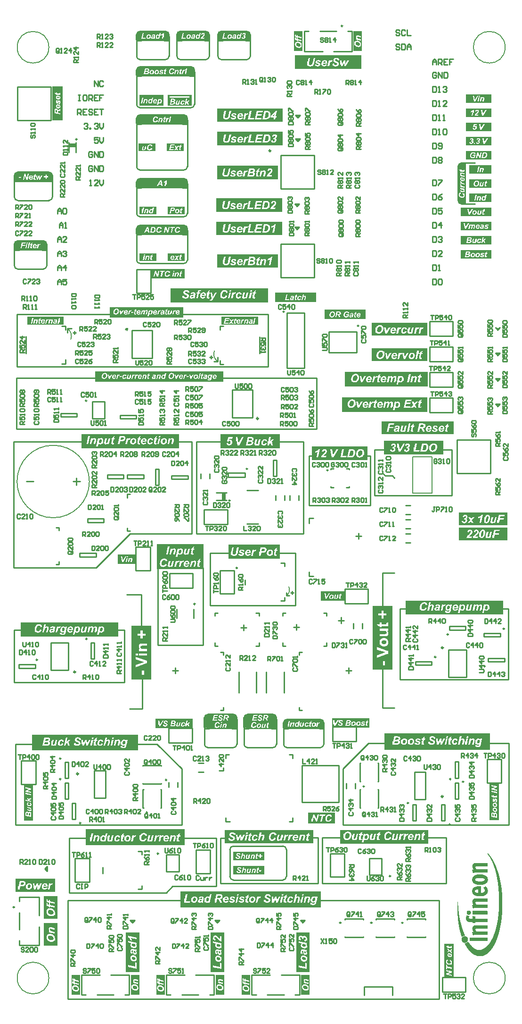
<source format=gto>
G04*
G04 #@! TF.GenerationSoftware,Altium Limited,Altium Designer,21.2.1 (34)*
G04*
G04 Layer_Color=37796*
%FSLAX25Y25*%
%MOIN*%
G70*
G04*
G04 #@! TF.SameCoordinates,E3247584-B976-4F33-B0A2-C8B4A793FEE3*
G04*
G04*
G04 #@! TF.FilePolarity,Positive*
G04*
G01*
G75*
%ADD10C,0.01181*%
%ADD11C,0.00984*%
%ADD12C,0.00787*%
%ADD13C,0.01000*%
%ADD14C,0.02000*%
%ADD15C,0.01500*%
%ADD16C,0.00345*%
G36*
X108000Y632000D02*
X91000D01*
Y632500D01*
X108000D01*
Y632000D01*
D02*
G37*
G36*
X128000Y637500D02*
X126500D01*
Y638500D01*
X112500D01*
Y637500D01*
X111000D01*
X111000Y639500D01*
X128000D01*
X128000Y637500D01*
D02*
G37*
G36*
X340035Y584000D02*
X324500D01*
Y590000D01*
X340035D01*
Y584000D01*
D02*
G37*
G36*
X31500Y76500D02*
X3500D01*
Y86000D01*
X31500D01*
Y76500D01*
D02*
G37*
G36*
X313500Y400000D02*
X262500D01*
Y409000D01*
X313500D01*
Y400000D01*
D02*
G37*
G36*
X191976Y557000D02*
X145476D01*
Y566500D01*
X191976D01*
Y557000D01*
D02*
G37*
G36*
X340035Y574000D02*
X324500D01*
Y580000D01*
X340035D01*
Y574000D01*
D02*
G37*
G36*
X206476Y670500D02*
X200476D01*
Y684500D01*
X206476D01*
Y670500D01*
D02*
G37*
G36*
X123136Y509911D02*
X99159D01*
Y516474D01*
X123136D01*
Y509911D01*
D02*
G37*
G36*
X270000Y233500D02*
X256000D01*
Y278502D01*
X270000D01*
Y233500D01*
D02*
G37*
G36*
X90874Y20000D02*
X81374D01*
Y48000D01*
X90874D01*
Y20000D01*
D02*
G37*
G36*
X179477Y98937D02*
X157523D01*
Y105062D01*
X179477D01*
Y98937D01*
D02*
G37*
G36*
X128655Y192219D02*
X102345D01*
Y198781D01*
X128655D01*
Y192219D01*
D02*
G37*
G36*
X122476Y573500D02*
X91476D01*
Y581000D01*
X122476D01*
Y573500D01*
D02*
G37*
G36*
X99500Y226500D02*
X85500D01*
Y264500D01*
X99500D01*
Y226500D01*
D02*
G37*
G36*
X322000Y565000D02*
X316000D01*
Y589000D01*
X322000D01*
Y565000D01*
D02*
G37*
G36*
X150250Y436787D02*
X59750D01*
Y444213D01*
X150250D01*
Y436787D01*
D02*
G37*
G36*
X211374Y4000D02*
X205374D01*
Y18000D01*
X211374D01*
Y4000D01*
D02*
G37*
G36*
X109476Y677500D02*
X91476D01*
Y685000D01*
X109476D01*
Y677500D01*
D02*
G37*
G36*
X137976D02*
X119976D01*
Y685000D01*
X137976D01*
Y677500D01*
D02*
G37*
G36*
X122976Y555375D02*
X110976D01*
Y560625D01*
X122976D01*
Y555375D01*
D02*
G37*
G36*
X127476Y652500D02*
X91476D01*
Y660000D01*
X127476D01*
Y652500D01*
D02*
G37*
G36*
X294918Y433500D02*
X236476D01*
Y444000D01*
X294918D01*
Y433500D01*
D02*
G37*
G36*
X190500Y390000D02*
X148500D01*
Y399874D01*
X190500D01*
Y390000D01*
D02*
G37*
G36*
X340035Y604000D02*
X322000D01*
Y610000D01*
X340035D01*
Y604000D01*
D02*
G37*
G36*
X108874Y4000D02*
X102874D01*
Y18000D01*
X108874D01*
Y4000D01*
D02*
G37*
G36*
X150874Y20000D02*
X141374D01*
Y48000D01*
X150874D01*
Y20000D01*
D02*
G37*
G36*
X219000Y191500D02*
X195500D01*
Y199000D01*
X219000D01*
Y191500D01*
D02*
G37*
G36*
X15781Y126922D02*
X9219D01*
Y153078D01*
X15781D01*
Y126922D01*
D02*
G37*
G36*
X339000Y177000D02*
X264500D01*
Y188500D01*
X339000D01*
Y177000D01*
D02*
G37*
G36*
X340035Y614000D02*
X322000D01*
Y620000D01*
X340035D01*
Y614000D01*
D02*
G37*
G36*
X108000Y632500D02*
X91000D01*
Y639500D01*
X108000D01*
Y632500D01*
D02*
G37*
G36*
X123000Y522375D02*
X111000D01*
Y527625D01*
X123000D01*
Y522375D01*
D02*
G37*
G36*
X340035Y524000D02*
X318500D01*
Y530000D01*
X340035D01*
Y524000D01*
D02*
G37*
G36*
X191976Y540500D02*
X145476D01*
Y550000D01*
X191976D01*
Y540500D01*
D02*
G37*
G36*
X27000Y578000D02*
X4976D01*
Y585500D01*
X27000D01*
Y578000D01*
D02*
G37*
G36*
X229500Y125000D02*
X210500D01*
Y132500D01*
X229500D01*
Y125000D01*
D02*
G37*
G36*
X169374Y4000D02*
X163374D01*
Y18000D01*
X169374D01*
Y4000D01*
D02*
G37*
G36*
X295500Y110500D02*
X233000D01*
Y120374D01*
X295500D01*
Y110500D01*
D02*
G37*
G36*
X348500Y272500D02*
X279500D01*
Y282374D01*
X348500D01*
Y272500D01*
D02*
G37*
G36*
X192476Y604000D02*
X145976D01*
Y613500D01*
X192476D01*
Y604000D01*
D02*
G37*
G36*
X248000Y658000D02*
X201000D01*
Y667500D01*
X248000D01*
Y658000D01*
D02*
G37*
G36*
X340035Y564000D02*
X324500D01*
Y570000D01*
X340035D01*
Y564000D01*
D02*
G37*
G36*
X102476Y599875D02*
X90476D01*
Y605125D01*
X102476D01*
Y599875D01*
D02*
G37*
G36*
X294631Y415500D02*
X234476D01*
Y426000D01*
X294631D01*
Y415500D01*
D02*
G37*
G36*
X33000Y57500D02*
X23500D01*
Y73500D01*
X33000D01*
Y57500D01*
D02*
G37*
G36*
X340035Y534000D02*
X318500D01*
Y540000D01*
X340035D01*
Y534000D01*
D02*
G37*
G36*
X182000Y493000D02*
X113000D01*
Y502874D01*
X182000D01*
Y493000D01*
D02*
G37*
G36*
X88218Y308219D02*
X75782D01*
Y314781D01*
X88218D01*
Y308219D01*
D02*
G37*
G36*
X90874Y4000D02*
X84874D01*
Y18000D01*
X90874D01*
Y4000D01*
D02*
G37*
G36*
X136461Y322287D02*
Y313282D01*
Y304500D01*
X103500D01*
Y313282D01*
Y322287D01*
X136461D01*
D02*
G37*
G36*
X216000Y493287D02*
X187000D01*
Y500000D01*
X216000D01*
Y493287D01*
D02*
G37*
G36*
X166976Y677500D02*
X148976D01*
Y685000D01*
X166976D01*
Y677500D01*
D02*
G37*
G36*
X122476Y599875D02*
X110476D01*
Y605125D01*
X122476D01*
Y599875D01*
D02*
G37*
G36*
X340035Y554000D02*
X318500D01*
Y560000D01*
X340035D01*
Y554000D01*
D02*
G37*
G36*
X22976Y529524D02*
X4976D01*
Y537024D01*
X22976D01*
Y529524D01*
D02*
G37*
G36*
X252500Y381500D02*
X213000D01*
Y391374D01*
X252500D01*
Y381500D01*
D02*
G37*
G36*
X351500Y325000D02*
X317000D01*
Y334000D01*
X351500D01*
Y325000D01*
D02*
G37*
G36*
X190500Y312000D02*
X154000D01*
Y321874D01*
X190500D01*
Y312000D01*
D02*
G37*
G36*
X102976Y555375D02*
X90976D01*
Y560625D01*
X102976D01*
Y555375D01*
D02*
G37*
G36*
X90000Y176500D02*
X15000D01*
Y187500D01*
X90000D01*
Y176500D01*
D02*
G37*
G36*
X340035Y634000D02*
X322000D01*
Y640000D01*
X340035D01*
Y634000D01*
D02*
G37*
G36*
Y544000D02*
X318500D01*
Y550000D01*
X340035D01*
Y544000D01*
D02*
G37*
G36*
X36713Y621500D02*
X29287D01*
Y645750D01*
X36713D01*
Y621500D01*
D02*
G37*
G36*
X294683Y451500D02*
X255476D01*
Y460500D01*
X294683D01*
Y451500D01*
D02*
G37*
G36*
X179477Y88937D02*
X157523D01*
Y95063D01*
X179477D01*
Y88937D01*
D02*
G37*
G36*
X236741Y282219D02*
X219259D01*
Y288781D01*
X236741D01*
Y282219D01*
D02*
G37*
G36*
X219500Y65500D02*
X120000D01*
Y76874D01*
X219500D01*
Y65500D01*
D02*
G37*
G36*
X294683Y469500D02*
X255476D01*
Y478500D01*
X294683D01*
Y469500D01*
D02*
G37*
G36*
X48874Y4000D02*
X42874D01*
Y18000D01*
X48874D01*
Y4000D01*
D02*
G37*
G36*
X122500Y540500D02*
X91500D01*
Y548000D01*
X122500D01*
Y540500D01*
D02*
G37*
G36*
X340035Y594000D02*
X322000D01*
Y600000D01*
X340035D01*
Y594000D01*
D02*
G37*
G36*
X345281Y127345D02*
X338719D01*
Y153655D01*
X345281D01*
Y127345D01*
D02*
G37*
G36*
X248476Y670500D02*
X242476D01*
Y684500D01*
X248476D01*
Y670500D01*
D02*
G37*
G36*
X37375Y477130D02*
X11625D01*
Y482870D01*
X37375D01*
Y477130D01*
D02*
G37*
G36*
X306000Y385500D02*
X264000D01*
Y395374D01*
X306000D01*
Y385500D01*
D02*
G37*
G36*
X313281Y16012D02*
X306719D01*
Y39988D01*
X313281D01*
Y16012D01*
D02*
G37*
G36*
X185476Y197403D02*
Y191500D01*
X167476D01*
Y197403D01*
Y202500D01*
X185476D01*
Y197403D01*
D02*
G37*
G36*
X253655Y192719D02*
X227345D01*
Y199281D01*
X253655D01*
Y192719D01*
D02*
G37*
G36*
X211374Y20000D02*
X201874D01*
Y48000D01*
X211374D01*
Y20000D01*
D02*
G37*
G36*
X188976Y580000D02*
X145976D01*
Y589500D01*
X188976D01*
Y580000D01*
D02*
G37*
G36*
X150874Y4000D02*
X144874D01*
Y18000D01*
X150874D01*
Y4000D01*
D02*
G37*
G36*
X128000Y632000D02*
X111000D01*
Y637500D01*
X128000D01*
Y632000D01*
D02*
G37*
G36*
X174875Y477130D02*
X149125D01*
Y482870D01*
X174875D01*
Y477130D01*
D02*
G37*
G36*
X76000Y257000D02*
X7000D01*
Y266874D01*
X76000D01*
Y257000D01*
D02*
G37*
G36*
X251000Y481144D02*
X222000D01*
Y487856D01*
X251000D01*
Y481144D01*
D02*
G37*
G36*
X188976Y517500D02*
X145976D01*
Y527000D01*
X188976D01*
Y517500D01*
D02*
G37*
G36*
X123000Y120874D02*
Y109500D01*
X53000D01*
Y120874D01*
X123000D01*
D02*
G37*
G36*
X122000Y482287D02*
X70000D01*
Y489713D01*
X122000D01*
Y482287D01*
D02*
G37*
G36*
X340035Y624000D02*
X322000D01*
Y630000D01*
X340035D01*
Y624000D01*
D02*
G37*
G36*
X103000Y522375D02*
X91000D01*
Y527625D01*
X103000D01*
Y522375D01*
D02*
G37*
G36*
X214000Y111000D02*
X151500D01*
Y120374D01*
X214000D01*
Y111000D01*
D02*
G37*
G36*
X351500Y335500D02*
X317000D01*
Y344500D01*
X351500D01*
Y335500D01*
D02*
G37*
G36*
X192476Y620500D02*
X145976D01*
Y630000D01*
X192476D01*
Y620500D01*
D02*
G37*
G36*
X157476Y197403D02*
Y191500D01*
X139476D01*
Y197403D01*
Y202500D01*
X157476D01*
Y197403D01*
D02*
G37*
G36*
X33000Y38500D02*
X23500D01*
Y54500D01*
X33000D01*
Y38500D01*
D02*
G37*
G36*
X122476Y618500D02*
X91476D01*
Y626000D01*
X122476D01*
Y618500D01*
D02*
G37*
G36*
X119000Y390000D02*
X50000D01*
Y399874D01*
X119000D01*
Y390000D01*
D02*
G37*
%LPC*%
G36*
X334629Y587974D02*
X333842D01*
X333743Y587968D01*
X333649Y587956D01*
X333562Y587939D01*
X333486Y587921D01*
X333422Y587904D01*
X333370Y587886D01*
X333340Y587875D01*
X333329Y587869D01*
X333236Y587822D01*
X333142Y587770D01*
X333055Y587711D01*
X332973Y587659D01*
X332903Y587606D01*
X332845Y587566D01*
X332810Y587536D01*
X332804Y587525D01*
X332798D01*
X332874Y587910D01*
X332128D01*
X331580Y585289D01*
D01*
X331516Y584983D01*
X334629D01*
X334168D01*
X334524Y586633D01*
X334541Y586708D01*
X334559Y586778D01*
X334571Y586843D01*
X334582Y586901D01*
X334600Y587006D01*
X334611Y587082D01*
X334623Y587146D01*
X334629Y587187D01*
Y587216D01*
X334617Y587338D01*
X334594Y587443D01*
X334565Y587536D01*
X334524Y587618D01*
X334483Y587682D01*
X334454Y587729D01*
X334431Y587752D01*
X334419Y587764D01*
X334331Y587834D01*
X334238Y587886D01*
X334145Y587921D01*
X334052Y587950D01*
X333970Y587962D01*
X333900Y587968D01*
X333877Y587974D01*
X334629D01*
D02*
G37*
G36*
X331580Y589017D02*
X330752D01*
X329907Y584983D01*
X330729D01*
X331580Y589017D01*
D02*
G37*
G36*
X329907D02*
Y584983D01*
D01*
Y589017D01*
D02*
G37*
%LPD*%
G36*
X333539Y587402D02*
X333591Y587396D01*
X333632Y587379D01*
X333667Y587367D01*
X333696Y587350D01*
X333714Y587332D01*
X333725Y587326D01*
X333731Y587321D01*
X333760Y587286D01*
X333784Y587245D01*
X333801Y587204D01*
X333813Y587169D01*
X333819Y587134D01*
X333824Y587105D01*
Y587087D01*
Y587082D01*
Y587064D01*
X333819Y587041D01*
X333807Y586982D01*
X333795Y586907D01*
X333784Y586831D01*
X333766Y586761D01*
X333754Y586697D01*
X333749Y586673D01*
Y586656D01*
X333743Y586644D01*
Y586638D01*
X333387Y584983D01*
X332297D01*
X332548Y586178D01*
X332571Y586271D01*
X332588Y586359D01*
X332612Y586440D01*
X332629Y586510D01*
X332647Y586574D01*
X332664Y586633D01*
X332682Y586679D01*
X332693Y586726D01*
X332705Y586761D01*
X332717Y586796D01*
X332734Y586843D01*
X332746Y586872D01*
X332752Y586878D01*
X332804Y586965D01*
X332856Y587041D01*
X332915Y587105D01*
X332967Y587157D01*
X333014Y587204D01*
X333055Y587233D01*
X333078Y587256D01*
X333090Y587262D01*
X333171Y587309D01*
X333241Y587344D01*
X333306Y587373D01*
X333364Y587391D01*
X333416Y587402D01*
X333451Y587408D01*
X333480D01*
X333539Y587402D01*
D02*
G37*
%LPC*%
G36*
X13214Y82704D02*
X13121D01*
D01*
D01*
D01*
X10733D01*
X13121D01*
X12929Y82696D01*
X12736Y82670D01*
X12560Y82637D01*
X12401Y82595D01*
X12241Y82545D01*
X12099Y82478D01*
X11973Y82419D01*
X11856Y82352D01*
X11747Y82285D01*
X11655Y82226D01*
X11571Y82168D01*
X11504Y82109D01*
X11454Y82067D01*
X11420Y82033D01*
X11395Y82008D01*
X11387Y82000D01*
X11270Y81866D01*
X11169Y81723D01*
X11085Y81573D01*
X11010Y81413D01*
X10943Y81263D01*
X10892Y81103D01*
X10851Y80953D01*
X10817Y80810D01*
X10792Y80676D01*
X10767Y80542D01*
X10750Y80433D01*
X10741Y80332D01*
Y80249D01*
X10733Y80190D01*
Y82704D01*
D01*
Y78296D01*
Y80140D01*
X10741Y79955D01*
X10767Y79779D01*
X10800Y79620D01*
X10842Y79486D01*
X10884Y79369D01*
X10917Y79277D01*
X10934Y79243D01*
X10943Y79218D01*
X10951Y79210D01*
Y79201D01*
X11043Y79050D01*
X11152Y78916D01*
X11270Y78799D01*
X11378Y78707D01*
X11479Y78631D01*
X11563Y78573D01*
X11596Y78556D01*
X11621Y78539D01*
X11630Y78531D01*
X11638D01*
X11814Y78455D01*
X11998Y78397D01*
X12174Y78355D01*
X12342Y78330D01*
X12485Y78313D01*
X12543Y78304D01*
X12594Y78296D01*
X15099D01*
X12694D01*
X12895Y78304D01*
X13088Y78330D01*
X13264Y78363D01*
X13431Y78413D01*
X13591Y78464D01*
X13733Y78531D01*
X13859Y78598D01*
X13985Y78665D01*
X14085Y78732D01*
X14177Y78799D01*
X14261Y78866D01*
X14328Y78916D01*
X14378Y78966D01*
X14412Y79000D01*
X14437Y79025D01*
X14446Y79033D01*
X14563Y79176D01*
X14663Y79327D01*
X14747Y79478D01*
X14823Y79628D01*
X14890Y79771D01*
X14940Y79922D01*
X14982Y80064D01*
X15015Y80198D01*
X15041Y80324D01*
X15066Y80441D01*
X15082Y80542D01*
X15091Y80634D01*
X15099Y80701D01*
Y80802D01*
X15091Y80961D01*
X15074Y81112D01*
X15049Y81254D01*
X15015Y81388D01*
X14973Y81506D01*
X14931Y81623D01*
X14881Y81723D01*
X14839Y81824D01*
X14789Y81908D01*
X14739Y81975D01*
X14697Y82042D01*
X14655Y82092D01*
X14622Y82134D01*
X14596Y82159D01*
X14580Y82176D01*
X14571Y82184D01*
X14471Y82276D01*
X14362Y82352D01*
X14244Y82427D01*
X14127Y82486D01*
X14001Y82536D01*
X13884Y82578D01*
X13649Y82637D01*
X13541Y82662D01*
X13440Y82679D01*
X13356Y82687D01*
X13272Y82696D01*
X13214Y82704D01*
D02*
G37*
G36*
X29353D02*
X29312D01*
X29186Y82696D01*
X29060Y82662D01*
X28934Y82620D01*
X28826Y82561D01*
X28708Y82494D01*
X28608Y82419D01*
X28415Y82251D01*
X28331Y82168D01*
X28256Y82084D01*
X28189Y82008D01*
X28130Y81941D01*
X28088Y81883D01*
X28055Y81841D01*
X28038Y81807D01*
X28030Y81799D01*
X28197Y82612D01*
X27141D01*
X26261Y78405D01*
X29840D01*
X27384D01*
X27661Y79721D01*
X27694Y79863D01*
X27719Y80006D01*
X27753Y80131D01*
X27786Y80240D01*
X27812Y80349D01*
X27837Y80450D01*
X27870Y80533D01*
X27895Y80609D01*
X27912Y80676D01*
X27937Y80735D01*
X27954Y80785D01*
X27971Y80827D01*
X27979Y80852D01*
X27988Y80877D01*
X27996Y80894D01*
X28063Y81028D01*
X28138Y81145D01*
X28222Y81246D01*
X28298Y81330D01*
X28365Y81388D01*
X28415Y81438D01*
X28449Y81472D01*
X28465Y81480D01*
X28583Y81556D01*
X28692Y81615D01*
X28792Y81648D01*
X28884Y81682D01*
X28960Y81698D01*
X29018Y81707D01*
X29069D01*
X29194Y81698D01*
X29303Y81682D01*
X29345Y81665D01*
X29379Y81656D01*
X29395Y81648D01*
X29404D01*
X29840Y82578D01*
D01*
X29739Y82620D01*
X29638Y82654D01*
X29546Y82670D01*
X29471Y82687D01*
X29404Y82696D01*
X29353Y82704D01*
D02*
G37*
G36*
X25993D02*
X21962D01*
Y82612D01*
X20856D01*
X19557Y79788D01*
X19415Y82612D01*
X18376D01*
X17077Y79788D01*
X16783Y82612D01*
X15778D01*
X16297Y78405D01*
X15778D01*
D01*
X21962D01*
X19909D01*
X21987Y82612D01*
X21962D01*
Y82704D01*
X24300D01*
X24082Y82696D01*
X23873Y82662D01*
X23680Y82620D01*
X23504Y82561D01*
X23337Y82494D01*
X23186Y82419D01*
X23043Y82335D01*
X22918Y82251D01*
X22809Y82159D01*
X22708Y82084D01*
X22633Y82000D01*
X22557Y81933D01*
X22507Y81874D01*
X22474Y81832D01*
X22448Y81799D01*
X22440Y81791D01*
X22356Y81665D01*
X22281Y81531D01*
X22222Y81397D01*
X22163Y81263D01*
X22122Y81129D01*
X22080Y81003D01*
X22021Y80768D01*
X22004Y80659D01*
X21987Y80559D01*
X21979Y80467D01*
X21971Y80391D01*
X21962Y80332D01*
Y80291D01*
Y80257D01*
Y80249D01*
D01*
X21971Y80089D01*
X21987Y79939D01*
X22013Y79788D01*
X22046Y79654D01*
X22088Y79528D01*
X22130Y79411D01*
X22180Y79310D01*
X22230Y79210D01*
X22272Y79126D01*
X22323Y79050D01*
X22365Y78983D01*
X22407Y78933D01*
X22440Y78891D01*
X22465Y78857D01*
X22482Y78841D01*
X22490Y78832D01*
X22591Y78740D01*
X22700Y78656D01*
X22817Y78581D01*
X22926Y78522D01*
X23043Y78472D01*
X23161Y78430D01*
X23379Y78363D01*
X23479Y78338D01*
X23571Y78321D01*
X23655Y78313D01*
X23731Y78304D01*
X23789Y78296D01*
X21962D01*
X25993D01*
Y78598D01*
Y78296D01*
X23873D01*
X24099Y78313D01*
X24300Y78346D01*
X24493Y78388D01*
X24652Y78447D01*
X24795Y78506D01*
X24845Y78531D01*
X24895Y78548D01*
X24929Y78573D01*
X24954Y78581D01*
X24971Y78598D01*
X24979D01*
X25155Y78723D01*
X25314Y78874D01*
X25457Y79025D01*
X25574Y79176D01*
X25658Y79318D01*
X25700Y79377D01*
X25725Y79427D01*
X25750Y79469D01*
X25767Y79503D01*
X25784Y79519D01*
Y79528D01*
X24770Y79695D01*
X24711Y79595D01*
X24644Y79503D01*
X24568Y79427D01*
X24493Y79360D01*
X24426Y79302D01*
X24351Y79251D01*
X24275Y79210D01*
X24208Y79184D01*
X24082Y79142D01*
X24024Y79126D01*
X23974Y79117D01*
X23940Y79109D01*
X23881D01*
X23756Y79117D01*
X23638Y79151D01*
X23538Y79193D01*
X23454Y79235D01*
X23379Y79285D01*
X23328Y79318D01*
X23295Y79352D01*
X23286Y79360D01*
X23211Y79461D01*
X23152Y79578D01*
X23110Y79687D01*
X23085Y79796D01*
X23068Y79897D01*
X23052Y79972D01*
Y80022D01*
Y80031D01*
Y80039D01*
Y80073D01*
X23060Y80106D01*
Y80140D01*
Y80148D01*
X25909D01*
X25960Y80399D01*
X25976Y80525D01*
X25985Y80642D01*
X25993Y80735D01*
Y78598D01*
Y80735D01*
Y80885D01*
X25985Y81045D01*
X25976Y81187D01*
X25951Y81330D01*
X25918Y81455D01*
X25884Y81581D01*
X25851Y81690D01*
X25809Y81791D01*
X25767Y81883D01*
X25717Y81958D01*
X25675Y82033D01*
X25641Y82092D01*
X25608Y82143D01*
X25574Y82176D01*
X25549Y82201D01*
X25541Y82218D01*
X25532Y82226D01*
X25440Y82310D01*
X25348Y82385D01*
X25247Y82444D01*
X25147Y82503D01*
X25046Y82553D01*
X24946Y82587D01*
X24745Y82645D01*
X24652Y82662D01*
X24568Y82679D01*
X24493Y82687D01*
X24426Y82696D01*
X24376Y82704D01*
X25993D01*
D02*
G37*
G36*
X26261D02*
D01*
Y78405D01*
Y82704D01*
D01*
D02*
G37*
G36*
X10524Y84204D02*
X5161D01*
Y78405D01*
Y84204D01*
X6375D01*
X5161Y78405D01*
X6342D01*
X6811Y80617D01*
X7959D01*
X8068Y80626D01*
X8244D01*
X8320Y80634D01*
X8445D01*
X8496Y80642D01*
X8571D01*
X8613Y80651D01*
X8630D01*
X8806Y80676D01*
X8957Y80709D01*
X9091Y80743D01*
X9200Y80777D01*
X9283Y80802D01*
X9350Y80827D01*
X9384Y80835D01*
X9401Y80844D01*
X9510Y80902D01*
X9602Y80961D01*
X9694Y81020D01*
X9770Y81087D01*
X9837Y81137D01*
X9887Y81179D01*
X9920Y81212D01*
X9929Y81221D01*
X10021Y81321D01*
X10105Y81430D01*
X10172Y81539D01*
X10230Y81648D01*
X10281Y81740D01*
X10314Y81816D01*
X10339Y81866D01*
X10348Y81874D01*
Y81883D01*
X10406Y82042D01*
X10448Y82193D01*
X10482Y82344D01*
X10498Y82469D01*
X10515Y82587D01*
X10524Y82670D01*
Y82746D01*
X10515Y82913D01*
X10490Y83073D01*
X10457Y83207D01*
X10415Y83332D01*
X10373Y83425D01*
X10339Y83500D01*
X10314Y83542D01*
X10306Y83559D01*
X10222Y83676D01*
X10121Y83785D01*
X10021Y83869D01*
X9929Y83936D01*
X9845Y83986D01*
X9778Y84028D01*
X9736Y84045D01*
X9727Y84053D01*
X9719D01*
X9577Y84103D01*
X9409Y84137D01*
X9250Y84170D01*
X9091Y84187D01*
X8948Y84196D01*
X8890D01*
X8831Y84204D01*
X10524D01*
D02*
G37*
%LPD*%
G36*
X13255Y81841D02*
X13373Y81807D01*
X13473Y81774D01*
X13566Y81723D01*
X13633Y81682D01*
X13683Y81640D01*
X13716Y81606D01*
X13725Y81598D01*
X13809Y81497D01*
X13867Y81397D01*
X13909Y81288D01*
X13934Y81187D01*
X13960Y81095D01*
X13968Y81020D01*
Y80969D01*
Y80961D01*
Y80953D01*
X13960Y80802D01*
X13951Y80659D01*
X13901Y80391D01*
X13867Y80274D01*
X13825Y80156D01*
X13783Y80056D01*
X13742Y79955D01*
X13700Y79871D01*
X13658Y79796D01*
X13624Y79729D01*
X13582Y79670D01*
X13557Y79628D01*
X13532Y79595D01*
X13524Y79578D01*
X13515Y79570D01*
X13457Y79503D01*
X13390Y79444D01*
X13255Y79344D01*
X13130Y79277D01*
X13004Y79226D01*
X12895Y79201D01*
X12803Y79184D01*
X12769Y79176D01*
X12728D01*
X12594Y79184D01*
X12476Y79218D01*
X12376Y79260D01*
X12284Y79310D01*
X12216Y79352D01*
X12158Y79394D01*
X12124Y79427D01*
X12116Y79436D01*
X12032Y79545D01*
X11973Y79662D01*
X11931Y79779D01*
X11906Y79897D01*
X11890Y79997D01*
X11873Y80081D01*
Y80115D01*
Y80140D01*
Y80148D01*
Y80156D01*
X11881Y80291D01*
X11898Y80433D01*
X11923Y80567D01*
X11948Y80693D01*
X11973Y80793D01*
X11998Y80877D01*
X12007Y80911D01*
X12015Y80936D01*
X12024Y80944D01*
Y80953D01*
X12091Y81103D01*
X12158Y81237D01*
X12233Y81355D01*
X12309Y81447D01*
X12367Y81522D01*
X12417Y81573D01*
X12459Y81606D01*
X12468Y81615D01*
X12577Y81690D01*
X12694Y81749D01*
X12803Y81791D01*
X12904Y81824D01*
X12987Y81841D01*
X13063Y81849D01*
X13121D01*
X13255Y81841D01*
D02*
G37*
G36*
X24309Y81883D02*
X24418Y81858D01*
X24518Y81816D01*
X24594Y81774D01*
X24661Y81732D01*
X24703Y81690D01*
X24736Y81665D01*
X24745Y81656D01*
X24812Y81556D01*
X24862Y81447D01*
X24904Y81330D01*
X24929Y81221D01*
X24946Y81112D01*
X24954Y81028D01*
Y80994D01*
Y80969D01*
Y80961D01*
Y80953D01*
Y80919D01*
Y80885D01*
Y80852D01*
Y80844D01*
X23169D01*
X23211Y81028D01*
X23270Y81179D01*
X23337Y81313D01*
X23395Y81422D01*
X23454Y81514D01*
X23504Y81573D01*
X23538Y81615D01*
X23546Y81623D01*
X23655Y81715D01*
X23764Y81782D01*
X23873Y81824D01*
X23974Y81858D01*
X24057Y81874D01*
X24124Y81891D01*
X24183D01*
X24309Y81883D01*
D02*
G37*
G36*
X18845Y78405D02*
X17353D01*
X18635Y81078D01*
X18845Y78405D01*
D02*
G37*
G36*
X8504Y83240D02*
X8580D01*
X8714Y83232D01*
X8806Y83215D01*
X8881Y83207D01*
X8931Y83190D01*
X8957Y83182D01*
X8965D01*
X9074Y83123D01*
X9158Y83064D01*
X9208Y83014D01*
X9225Y82997D01*
Y82989D01*
X9258Y82939D01*
X9283Y82880D01*
X9317Y82771D01*
Y82721D01*
X9325Y82679D01*
Y82654D01*
Y82645D01*
X9317Y82528D01*
X9300Y82427D01*
X9267Y82327D01*
X9233Y82243D01*
X9200Y82176D01*
X9166Y82117D01*
X9149Y82084D01*
X9141Y82075D01*
X9065Y81992D01*
X8982Y81916D01*
X8898Y81849D01*
X8822Y81799D01*
X8747Y81757D01*
X8688Y81732D01*
X8655Y81715D01*
X8638Y81707D01*
X8571Y81690D01*
X8496Y81665D01*
X8404Y81656D01*
X8311Y81640D01*
X8102Y81615D01*
X7892Y81606D01*
X7700Y81598D01*
X7607Y81589D01*
X7012D01*
X7364Y83249D01*
X8420D01*
X8504Y83240D01*
D02*
G37*
%LPC*%
G36*
X305129Y405954D02*
X305053D01*
D01*
D01*
D01*
X305044D01*
X305053D01*
X304835Y405946D01*
X304626Y405912D01*
X304433Y405870D01*
X304257Y405812D01*
X304090Y405744D01*
X303939Y405669D01*
X303796Y405585D01*
X303671Y405501D01*
X303562Y405409D01*
X303461Y405334D01*
X303386Y405250D01*
X303310Y405183D01*
X303260Y405124D01*
X303226Y405082D01*
X303201Y405049D01*
X303193Y405041D01*
X303109Y404915D01*
X303034Y404781D01*
X302975Y404647D01*
X302916Y404513D01*
X302874Y404379D01*
X302833Y404253D01*
X302774Y404018D01*
X302757Y403909D01*
X302740Y403809D01*
X302732Y403717D01*
X302724Y403641D01*
X302715Y403582D01*
Y403499D01*
X302724Y403339D01*
X302740Y403189D01*
X302766Y403038D01*
X302799Y402904D01*
X302841Y402778D01*
X302883Y402661D01*
X302933Y402560D01*
X302983Y402459D01*
X303025Y402376D01*
X303076Y402300D01*
X303117Y402233D01*
X303159Y402183D01*
X303193Y402141D01*
X303218Y402107D01*
X303235Y402091D01*
X303243Y402082D01*
X303344Y401990D01*
X303453Y401906D01*
X303570Y401831D01*
X303679Y401772D01*
X303796Y401722D01*
X303914Y401680D01*
X304132Y401613D01*
X304232Y401588D01*
X304324Y401571D01*
X304408Y401563D01*
X304484Y401554D01*
X304542Y401546D01*
X302715D01*
D01*
X306746D01*
Y404136D01*
X306738Y404295D01*
X306729Y404437D01*
X306704Y404580D01*
X306671Y404705D01*
X306637Y404831D01*
X306604Y404940D01*
X306562Y405041D01*
X306520Y405133D01*
X306469Y405208D01*
X306428Y405283D01*
X306394Y405342D01*
X306361Y405393D01*
X306327Y405426D01*
X306302Y405451D01*
X306294Y405468D01*
X306285Y405476D01*
X306193Y405560D01*
X306101Y405635D01*
X306000Y405694D01*
X305900Y405753D01*
X305799Y405803D01*
X305699Y405837D01*
X305497Y405895D01*
X305405Y405912D01*
X305322Y405929D01*
X305246Y405937D01*
X305179Y405946D01*
X305129Y405954D01*
D02*
G37*
G36*
X293380Y407454D02*
Y405929D01*
X293372Y406113D01*
X293346Y406289D01*
X293304Y406440D01*
X293263Y406566D01*
X293221Y406666D01*
X293179Y406742D01*
X293154Y406792D01*
X293145Y406809D01*
X293053Y406934D01*
X292961Y407043D01*
X292860Y407127D01*
X292760Y407203D01*
X292676Y407253D01*
X292609Y407286D01*
X292567Y407303D01*
X292559Y407311D01*
X292550D01*
X292400Y407362D01*
X292232Y407395D01*
X292064Y407420D01*
X291897Y407437D01*
X291746Y407446D01*
X291687Y407454D01*
X288955Y407454D01*
X287740Y401655D01*
X288922D01*
X289425Y404052D01*
X289911D01*
X290061Y404043D01*
X290187Y404035D01*
X290288Y404018D01*
X290371Y403993D01*
X290430Y403968D01*
X290472Y403951D01*
X290497Y403943D01*
X290506Y403934D01*
X290556Y403893D01*
X290606Y403851D01*
X290707Y403733D01*
X290791Y403608D01*
X290866Y403482D01*
X290933Y403365D01*
X290983Y403272D01*
X291000Y403230D01*
X291017Y403205D01*
X291025Y403189D01*
Y403180D01*
X291109Y402996D01*
X291184Y402820D01*
X291251Y402652D01*
X291310Y402501D01*
X291369Y402367D01*
X291419Y402242D01*
X291461Y402133D01*
X291503Y402032D01*
X291536Y401940D01*
X291562Y401864D01*
X291587Y401797D01*
X291603Y401747D01*
X291620Y401705D01*
X291629Y401680D01*
X291637Y401663D01*
Y401655D01*
X293380D01*
Y407454D01*
D02*
G37*
G36*
X275028Y405954D02*
Y404915D01*
X275011Y404999D01*
X274969Y405149D01*
X274902Y405283D01*
X274835Y405401D01*
X274760Y405501D01*
X274693Y405568D01*
X274651Y405610D01*
X274642Y405627D01*
X274634D01*
X274558Y405686D01*
X274475Y405736D01*
X274282Y405820D01*
X274089Y405878D01*
X273888Y405912D01*
X273712Y405937D01*
X273637Y405946D01*
X273570D01*
X273511Y405954D01*
X273436D01*
X273159Y405937D01*
X272908Y405904D01*
X272799Y405878D01*
X272698Y405853D01*
X272598Y405828D01*
X272514Y405795D01*
X272438Y405761D01*
X272371Y405736D01*
X272313Y405711D01*
X272262Y405686D01*
X272229Y405669D01*
X272204Y405652D01*
X272187Y405635D01*
X272179D01*
X272019Y405510D01*
X271877Y405367D01*
X271768Y405217D01*
X271676Y405082D01*
X271609Y404957D01*
X271558Y404856D01*
X271542Y404814D01*
X271533Y404789D01*
X271525Y404772D01*
Y404764D01*
X272631Y404672D01*
X272656Y404747D01*
X272690Y404814D01*
X272732Y404873D01*
X272774Y404923D01*
X272807Y404965D01*
X272841Y404990D01*
X272857Y405007D01*
X272866Y405015D01*
X272941Y405057D01*
X273017Y405091D01*
X273100Y405107D01*
X273176Y405124D01*
X273243Y405133D01*
X273302Y405141D01*
X273352D01*
X273452Y405133D01*
X273545Y405124D01*
X273611Y405099D01*
X273679Y405082D01*
X273729Y405057D01*
X273762Y405032D01*
X273779Y405024D01*
X273787Y405015D01*
X273838Y404965D01*
X273871Y404915D01*
X273905Y404865D01*
X273922Y404814D01*
X273930Y404772D01*
X273938Y404747D01*
Y404722D01*
Y404714D01*
Y404655D01*
X273930Y404596D01*
X273905Y404471D01*
X273888Y404420D01*
X273871Y404379D01*
X273863Y404345D01*
Y404337D01*
X273804Y404320D01*
X273737Y404303D01*
X273662Y404286D01*
X273578Y404270D01*
X273402Y404236D01*
X273218Y404219D01*
X273050Y404194D01*
X272975Y404186D01*
X272916Y404177D01*
X272857D01*
X272815Y404169D01*
X272782D01*
X272606Y404152D01*
X272447Y404127D01*
X272304Y404102D01*
X272170Y404068D01*
X272044Y404035D01*
X271936Y404001D01*
X271835Y403960D01*
X271751Y403926D01*
X271676Y403884D01*
X271609Y403851D01*
X271558Y403817D01*
X271516Y403792D01*
X271483Y403767D01*
X271458Y403750D01*
X271449Y403742D01*
X271441Y403733D01*
X271374Y403666D01*
X271349Y403628D01*
X271324Y403591D01*
X271232Y403432D01*
X271165Y403272D01*
X271123Y403113D01*
X271089Y402979D01*
X271081Y402920D01*
Y402870D01*
X271072Y402828D01*
D01*
Y402795D01*
Y402778D01*
Y402770D01*
X271089Y402577D01*
X271123Y402401D01*
X271181Y402250D01*
X271240Y402124D01*
X271299Y402015D01*
X271357Y401940D01*
X271391Y401898D01*
X271408Y401881D01*
X271542Y401772D01*
X271684Y401688D01*
X271835Y401630D01*
X271969Y401588D01*
X272086Y401563D01*
X272187Y401554D01*
X272220Y401546D01*
X271072D01*
D01*
X275028D01*
Y405954D01*
D02*
G37*
G36*
X302213Y405954D02*
X297914D01*
X300453D01*
X300268Y405946D01*
X300092Y405929D01*
X299933Y405904D01*
X299782Y405878D01*
X299640Y405837D01*
X299514Y405795D01*
X299405Y405744D01*
X299296Y405702D01*
X299204Y405652D01*
X299129Y405602D01*
X299062Y405560D01*
X299011Y405527D01*
X298969Y405493D01*
X298936Y405468D01*
X298919Y405451D01*
X298911Y405443D01*
X298844Y405376D01*
X298793Y405300D01*
X298701Y405158D01*
X298634Y405015D01*
X298592Y404881D01*
X298559Y404764D01*
X298550Y404672D01*
X298542Y404638D01*
Y404613D01*
Y404596D01*
Y404588D01*
X298550Y404496D01*
X298559Y404412D01*
X298601Y404253D01*
X298659Y404110D01*
X298735Y403993D01*
X298802Y403901D01*
X298861Y403834D01*
X298902Y403792D01*
X298919Y403775D01*
X298978Y403742D01*
X299045Y403700D01*
X299129Y403658D01*
X299229Y403608D01*
X299439Y403524D01*
X299657Y403432D01*
X299866Y403356D01*
X299958Y403323D01*
X300034Y403298D01*
X300101Y403272D01*
X300159Y403256D01*
X300193Y403239D01*
X300201D01*
X300335Y403197D01*
X300436Y403155D01*
X300520Y403113D01*
X300587Y403080D01*
X300629Y403055D01*
X300662Y403038D01*
X300671Y403029D01*
X300679Y403021D01*
X300729Y402954D01*
X300754Y402887D01*
X300763Y402837D01*
Y402828D01*
Y402820D01*
X300754Y402753D01*
X300738Y402703D01*
X300679Y402610D01*
X300645Y402577D01*
X300620Y402552D01*
X300604Y402535D01*
X300595Y402527D01*
X300503Y402468D01*
X300402Y402426D01*
X300293Y402401D01*
X300193Y402384D01*
X300101Y402367D01*
X300034Y402359D01*
X299967D01*
X299833Y402367D01*
X299715Y402384D01*
X299615Y402401D01*
X299531Y402434D01*
X299464Y402459D01*
X299414Y402476D01*
X299380Y402493D01*
X299372Y402501D01*
X299296Y402560D01*
X299221Y402635D01*
X299162Y402719D01*
X299112Y402803D01*
X299070Y402879D01*
X299037Y402937D01*
X299020Y402979D01*
X299011Y402996D01*
X297914Y402820D01*
D01*
X297989Y402602D01*
X298090Y402418D01*
X298207Y402250D01*
X298316Y402116D01*
X298416Y402015D01*
X298500Y401931D01*
X298534Y401906D01*
X298559Y401890D01*
X298576Y401873D01*
X298584D01*
X298685Y401814D01*
X298785Y401764D01*
X299011Y401680D01*
X299246Y401630D01*
X299472Y401588D01*
X299581Y401571D01*
X299673Y401563D01*
X299765Y401554D01*
X299841D01*
X299908Y401546D01*
X297914D01*
X302213D01*
X299992D01*
X300159Y401554D01*
X300319Y401563D01*
X300461Y401588D01*
X300595Y401613D01*
X300729Y401647D01*
X300838Y401680D01*
X300947Y401722D01*
X301039Y401764D01*
X301123Y401806D01*
X301199Y401848D01*
X301266Y401881D01*
X301316Y401915D01*
X301358Y401940D01*
X301383Y401965D01*
X301400Y401973D01*
X301408Y401982D01*
X301500Y402066D01*
X301576Y402158D01*
X301643Y402242D01*
X301701Y402334D01*
X301752Y402418D01*
X301794Y402510D01*
X301852Y402669D01*
X301894Y402811D01*
X301902Y402870D01*
X301911Y402920D01*
X301919Y402962D01*
Y402996D01*
Y403013D01*
Y403021D01*
X301911Y403105D01*
X301902Y403189D01*
X301860Y403339D01*
X301794Y403474D01*
X301718Y403591D01*
X301643Y403683D01*
X301584Y403758D01*
X301534Y403800D01*
X301525Y403817D01*
X301517D01*
X301458Y403859D01*
X301391Y403901D01*
X301307Y403943D01*
X301224Y403985D01*
X301039Y404068D01*
X300855Y404136D01*
X300679Y404194D01*
X300604Y404219D01*
X300536Y404244D01*
X300478Y404261D01*
X300436Y404278D01*
X300411Y404286D01*
X300402D01*
X300302Y404312D01*
X300218Y404345D01*
X300143Y404370D01*
X300076Y404387D01*
X300009Y404412D01*
X299958Y404429D01*
X299874Y404462D01*
X299816Y404479D01*
X299782Y404496D01*
X299765Y404513D01*
X299757D01*
X299707Y404555D01*
X299673Y404596D01*
X299640Y404638D01*
X299623Y404680D01*
X299615Y404714D01*
X299606Y404747D01*
Y404764D01*
Y404772D01*
X299615Y404831D01*
X299631Y404881D01*
X299682Y404965D01*
X299707Y404999D01*
X299732Y405024D01*
X299749Y405032D01*
X299757Y405041D01*
X299824Y405082D01*
X299908Y405116D01*
X299992Y405133D01*
X300076Y405150D01*
X300151Y405158D01*
X300218Y405166D01*
X300277D01*
X300411Y405158D01*
X300528Y405141D01*
X300629Y405116D01*
X300721Y405091D01*
X300788Y405057D01*
X300847Y405032D01*
X300880Y405015D01*
X300888Y405007D01*
X300956Y404965D01*
X301014Y404906D01*
X301064Y404856D01*
X301098Y404798D01*
X301132Y404747D01*
X301148Y404705D01*
X301165Y404680D01*
Y404672D01*
X302213Y404848D01*
X302154Y405032D01*
X302078Y405191D01*
X301995Y405325D01*
X301902Y405443D01*
X301819Y405535D01*
X301743Y405602D01*
X301693Y405635D01*
X301684Y405652D01*
X301676D01*
X301592Y405702D01*
X301509Y405753D01*
X301316Y405828D01*
X301106Y405878D01*
X300914Y405920D01*
X300729Y405937D01*
X300654Y405946D01*
X300587D01*
X300528Y405954D01*
X302213D01*
D02*
G37*
G36*
X280089Y405862D02*
X278428D01*
X278958D01*
X278505Y403851D01*
X278472Y403717D01*
X278447Y403608D01*
X278422Y403507D01*
X278397Y403432D01*
X278380Y403365D01*
X278363Y403323D01*
X278355Y403298D01*
Y403289D01*
X278321Y403197D01*
X278279Y403113D01*
X278246Y403046D01*
X278212Y402979D01*
X278187Y402937D01*
X278162Y402895D01*
X278153Y402879D01*
X278145Y402870D01*
X278061Y402761D01*
X277977Y402677D01*
X277944Y402644D01*
X277919Y402619D01*
X277902Y402602D01*
X277894Y402594D01*
X277793Y402518D01*
X277709Y402459D01*
X277676Y402443D01*
X277651Y402426D01*
X277634Y402418D01*
X277626D01*
X277533Y402384D01*
X277450Y402367D01*
X277416Y402359D01*
X277366D01*
X277299Y402367D01*
X277240Y402376D01*
X277190Y402401D01*
X277139Y402426D01*
X277106Y402443D01*
X277081Y402468D01*
X277064Y402476D01*
X277056Y402485D01*
X277014Y402535D01*
X276989Y402594D01*
X276955Y402694D01*
X276947Y402736D01*
X276938Y402770D01*
Y402795D01*
Y402803D01*
X276947Y402862D01*
X276955Y402937D01*
X276972Y403029D01*
X276989Y403122D01*
X277005Y403214D01*
X277022Y403289D01*
X277039Y403339D01*
Y403348D01*
Y403356D01*
X277600Y405862D01*
X275782D01*
X276452D01*
X275924Y403515D01*
X275899Y403398D01*
X275874Y403289D01*
X275857Y403189D01*
X275841Y403105D01*
X275832Y403021D01*
X275816Y402954D01*
X275799Y402837D01*
X275790Y402744D01*
X275782Y402686D01*
Y402644D01*
X275790Y402468D01*
X275824Y402309D01*
X275866Y402166D01*
X275916Y402057D01*
X275966Y401965D01*
X276008Y401898D01*
X276042Y401856D01*
X276050Y401839D01*
X276159Y401739D01*
X276285Y401672D01*
X276411Y401621D01*
X276528Y401580D01*
X276637Y401563D01*
X276729Y401554D01*
X276762Y401546D01*
X276804D01*
X276947Y401554D01*
X277081Y401571D01*
X277215Y401605D01*
X277341Y401647D01*
X277575Y401747D01*
X277684Y401806D01*
X277785Y401873D01*
X277877Y401931D01*
X277952Y401990D01*
X278028Y402040D01*
X278086Y402091D01*
X278128Y402133D01*
X278170Y402166D01*
X278187Y402183D01*
X278195Y402191D01*
X278078Y401655D01*
X279142D01*
X280089Y405862D01*
D02*
G37*
G36*
X282829Y407454D02*
X281707D01*
X280491Y401655D01*
D01*
X282829D01*
D01*
X281614D01*
X282829Y407454D01*
D02*
G37*
G36*
X271349D02*
X267293D01*
X266078Y401655D01*
X267260D01*
X267779Y404119D01*
X270595D01*
X270796Y405091D01*
X267980D01*
X268273Y406482D01*
X271139D01*
X271349Y407454D01*
D02*
G37*
G36*
X309922Y407311D02*
X307366D01*
X309520D01*
X308229Y406532D01*
X308095Y405862D01*
X307542D01*
X307366Y405015D01*
X307928D01*
X307567Y403323D01*
X307542Y403197D01*
X307517Y403080D01*
X307500Y402979D01*
X307484Y402887D01*
X307467Y402803D01*
X307450Y402728D01*
X307442Y402669D01*
X307433Y402610D01*
X307425Y402527D01*
X307417Y402468D01*
Y402434D01*
Y402426D01*
X307425Y402275D01*
X307458Y402149D01*
X307500Y402032D01*
X307551Y401940D01*
X307601Y401873D01*
X307643Y401814D01*
X307676Y401781D01*
X307685Y401772D01*
X307802Y401697D01*
X307936Y401638D01*
X308087Y401605D01*
X308229Y401571D01*
X308363Y401554D01*
X308414D01*
X308464Y401546D01*
X309922D01*
X308564D01*
X308791Y401554D01*
X308891Y401571D01*
X308983Y401580D01*
X309059Y401596D01*
X309118Y401605D01*
X309151Y401613D01*
X309168D01*
X309344Y402451D01*
X309243Y402443D01*
X309159Y402434D01*
X309092Y402426D01*
X309042D01*
X309009Y402418D01*
X308891D01*
X308824Y402426D01*
X308766Y402443D01*
X308724Y402459D01*
X308699Y402468D01*
X308674Y402485D01*
X308665Y402493D01*
X308657D01*
X308615Y402560D01*
X308590Y402619D01*
X308581Y402677D01*
Y402686D01*
Y402694D01*
Y402711D01*
X308590Y402736D01*
X308598Y402811D01*
X308615Y402895D01*
X308632Y402996D01*
X308648Y403088D01*
X308665Y403163D01*
X308674Y403197D01*
X308682Y403222D01*
Y403230D01*
Y403239D01*
X309051Y405015D01*
X309746D01*
X309922Y405862D01*
X309226D01*
X309520Y407311D01*
X309922D01*
D02*
G37*
G36*
X296112Y405954D02*
X296036D01*
X295818Y405946D01*
X295609Y405912D01*
X295416Y405870D01*
X295240Y405812D01*
X295073Y405744D01*
X294922Y405669D01*
X294779Y405585D01*
X294654Y405501D01*
X294545Y405409D01*
X294444Y405334D01*
X294369Y405250D01*
X294293Y405183D01*
X294243Y405124D01*
X294210Y405082D01*
X294184Y405049D01*
X294176Y405041D01*
X294092Y404915D01*
X294017Y404781D01*
X293958Y404647D01*
X293899Y404513D01*
X293858Y404379D01*
X293816Y404253D01*
X293757Y404018D01*
X293740Y403909D01*
X293724Y403809D01*
X293715Y403717D01*
X293707Y403641D01*
X293698Y403582D01*
Y403499D01*
X293707Y403339D01*
X293724Y403189D01*
X293749Y403038D01*
X293782Y402904D01*
X293824Y402778D01*
X293866Y402661D01*
X293916Y402560D01*
X293967Y402459D01*
X294008Y402376D01*
X294059Y402300D01*
X294101Y402233D01*
X294143Y402183D01*
X294176Y402141D01*
X294201Y402107D01*
X294218Y402091D01*
X294226Y402082D01*
X294327Y401990D01*
X294436Y401906D01*
X294553Y401831D01*
X294662Y401772D01*
X294779Y401722D01*
X294897Y401680D01*
X295115Y401613D01*
X295215Y401588D01*
X295307Y401571D01*
X295391Y401563D01*
X295467Y401554D01*
X295525Y401546D01*
X293698D01*
D01*
X297729D01*
Y404136D01*
X297721Y404295D01*
X297712Y404437D01*
X297687Y404580D01*
X297654Y404705D01*
X297620Y404831D01*
X297587Y404940D01*
X297545Y405041D01*
X297503Y405133D01*
X297453Y405208D01*
X297411Y405283D01*
X297377Y405342D01*
X297344Y405393D01*
X297310Y405426D01*
X297285Y405451D01*
X297277Y405468D01*
X297268Y405476D01*
X297176Y405560D01*
X297084Y405635D01*
X296983Y405694D01*
X296883Y405753D01*
X296782Y405803D01*
X296682Y405837D01*
X296481Y405895D01*
X296388Y405912D01*
X296305Y405929D01*
X296229Y405937D01*
X296162Y405946D01*
X296112Y405954D01*
D02*
G37*
G36*
X285595Y407311D02*
X283039D01*
X285193D01*
X283902Y406532D01*
X283768Y405862D01*
X283215D01*
X283039Y405015D01*
X283600D01*
X283240Y403323D01*
X283215Y403197D01*
X283190Y403080D01*
X283173Y402979D01*
X283156Y402887D01*
X283140Y402803D01*
X283123Y402728D01*
X283115Y402669D01*
X283106Y402610D01*
X283098Y402527D01*
X283089Y402468D01*
Y402434D01*
Y402426D01*
X283098Y402275D01*
X283131Y402149D01*
X283173Y402032D01*
X283223Y401940D01*
X283274Y401873D01*
X283316Y401814D01*
X283349Y401781D01*
X283358Y401772D01*
X283475Y401697D01*
X283609Y401638D01*
X283760Y401605D01*
X283902Y401571D01*
X284036Y401554D01*
X284086D01*
X284137Y401546D01*
X284237D01*
X284464Y401554D01*
X284564Y401571D01*
X284656Y401580D01*
X284732Y401596D01*
X284790Y401605D01*
X284824Y401613D01*
X284841D01*
X285017Y402451D01*
X284916Y402443D01*
X284832Y402434D01*
X284765Y402426D01*
X284715D01*
X284682Y402418D01*
X284564D01*
X284497Y402426D01*
X284438Y402443D01*
X284397Y402459D01*
X284371Y402468D01*
X284346Y402485D01*
X284338Y402493D01*
X284330D01*
X284288Y402560D01*
X284262Y402619D01*
X284254Y402677D01*
Y402686D01*
Y402694D01*
Y402711D01*
X284262Y402736D01*
X284271Y402811D01*
X284288Y402895D01*
X284304Y402996D01*
X284321Y403088D01*
X284338Y403163D01*
X284346Y403197D01*
X284355Y403222D01*
Y403230D01*
Y403239D01*
X284723Y405015D01*
X285419D01*
X285595Y405862D01*
X284899D01*
X285193Y407311D01*
X285595D01*
D01*
D02*
G37*
%LPD*%
G36*
X305062Y405133D02*
X305171Y405108D01*
X305271Y405066D01*
X305347Y405024D01*
X305414Y404982D01*
X305455Y404940D01*
X305489Y404915D01*
X305497Y404906D01*
X305564Y404806D01*
X305615Y404697D01*
X305657Y404580D01*
X305682Y404471D01*
X305699Y404362D01*
X305707Y404278D01*
Y404244D01*
Y404219D01*
Y404211D01*
Y404203D01*
Y404169D01*
Y404136D01*
Y404102D01*
Y404094D01*
X303922D01*
X303964Y404278D01*
X304023Y404429D01*
X304090Y404563D01*
X304148Y404672D01*
X304207Y404764D01*
X304257Y404823D01*
X304291Y404865D01*
X304299Y404873D01*
X304408Y404965D01*
X304517Y405032D01*
X304626Y405074D01*
X304727Y405108D01*
X304810Y405124D01*
X304877Y405141D01*
X304936D01*
X305062Y405133D01*
D02*
G37*
G36*
X306746Y401546D02*
X304626D01*
X304852Y401563D01*
X305053Y401596D01*
X305246Y401638D01*
X305405Y401697D01*
X305548Y401756D01*
X305598Y401781D01*
X305648Y401797D01*
X305682Y401823D01*
X305707Y401831D01*
X305724Y401848D01*
X305732D01*
X305908Y401973D01*
X306067Y402124D01*
X306210Y402275D01*
X306327Y402426D01*
X306411Y402568D01*
X306453Y402627D01*
X306478Y402677D01*
X306503Y402719D01*
X306520Y402753D01*
X306537Y402770D01*
Y402778D01*
X305523Y402946D01*
X305464Y402845D01*
X305397Y402753D01*
X305322Y402677D01*
X305246Y402610D01*
X305179Y402552D01*
X305104Y402501D01*
X305028Y402459D01*
X304961Y402434D01*
X304835Y402392D01*
X304777Y402376D01*
X304727Y402367D01*
X304693Y402359D01*
X304634D01*
X304509Y402367D01*
X304391Y402401D01*
X304291Y402443D01*
X304207Y402485D01*
X304132Y402535D01*
X304081Y402568D01*
X304048Y402602D01*
X304039Y402610D01*
X303964Y402711D01*
X303905Y402828D01*
X303863Y402937D01*
X303838Y403046D01*
X303821Y403147D01*
X303805Y403222D01*
Y403272D01*
Y403281D01*
Y403289D01*
Y403323D01*
X303813Y403356D01*
Y403390D01*
Y403398D01*
X306662D01*
X306713Y403649D01*
X306729Y403775D01*
X306738Y403893D01*
X306746Y403985D01*
Y401546D01*
D02*
G37*
G36*
X291570Y406465D02*
X291696Y406448D01*
X291788Y406432D01*
X291855Y406415D01*
X291897Y406398D01*
X291922Y406390D01*
X291930Y406381D01*
X292014Y406314D01*
X292081Y406239D01*
X292123Y406163D01*
X292157Y406088D01*
X292173Y406021D01*
X292190Y405962D01*
Y405929D01*
Y405912D01*
X292182Y405812D01*
X292165Y405711D01*
X292131Y405627D01*
X292098Y405552D01*
X292064Y405485D01*
X292031Y405434D01*
X292014Y405401D01*
X292006Y405393D01*
X291930Y405309D01*
X291855Y405233D01*
X291771Y405175D01*
X291696Y405124D01*
X291620Y405082D01*
X291562Y405057D01*
X291528Y405041D01*
X291511Y405032D01*
X291444Y405015D01*
X291369Y404999D01*
X291277Y404982D01*
X291184Y404974D01*
X290975Y404948D01*
X290765Y404940D01*
X290564Y404932D01*
X290480Y404923D01*
X289609D01*
X289936Y406482D01*
X291427Y406482D01*
X291570Y406465D01*
D02*
G37*
G36*
X293380Y401655D02*
X292919D01*
X292827Y401881D01*
X292735Y402091D01*
X292651Y402292D01*
X292567Y402476D01*
X292492Y402652D01*
X292416Y402811D01*
X292349Y402954D01*
X292282Y403080D01*
X292224Y403197D01*
X292173Y403298D01*
X292131Y403381D01*
X292089Y403448D01*
X292064Y403507D01*
X292039Y403541D01*
X292031Y403566D01*
X292022Y403574D01*
X291947Y403691D01*
X291872Y403800D01*
X291796Y403893D01*
X291738Y403976D01*
X291679Y404035D01*
X291637Y404085D01*
X291603Y404110D01*
X291595Y404119D01*
X291754Y404144D01*
X291914Y404177D01*
X292056Y404211D01*
X292182Y404253D01*
X292307Y404303D01*
X292416Y404353D01*
X292517Y404404D01*
X292601Y404454D01*
X292684Y404504D01*
X292752Y404546D01*
X292802Y404588D01*
X292852Y404630D01*
X292885Y404663D01*
X292919Y404689D01*
X292927Y404697D01*
X292936Y404705D01*
X293011Y404798D01*
X293087Y404898D01*
X293145Y404999D01*
X293196Y405099D01*
X293271Y405309D01*
X293321Y405501D01*
X293346Y405585D01*
X293355Y405669D01*
X293363Y405744D01*
X293372Y405803D01*
X293380Y405862D01*
Y401655D01*
D02*
G37*
G36*
X273679Y403457D02*
X273645Y403314D01*
X273611Y403189D01*
X273578Y403080D01*
X273545Y402996D01*
X273519Y402929D01*
X273494Y402887D01*
X273486Y402853D01*
X273478Y402845D01*
X273436Y402770D01*
X273377Y402711D01*
X273318Y402652D01*
X273268Y402610D01*
X273218Y402568D01*
X273176Y402543D01*
X273142Y402527D01*
X273134Y402518D01*
X273050Y402476D01*
X272966Y402451D01*
X272883Y402426D01*
X272807Y402418D01*
X272748Y402409D01*
X272698Y402401D01*
X272656D01*
X272572Y402409D01*
X272497Y402426D01*
X272430Y402443D01*
X272380Y402468D01*
X272338Y402493D01*
X272304Y402518D01*
X272288Y402527D01*
X272279Y402535D01*
X272229Y402585D01*
X272195Y402644D01*
X272170Y402703D01*
X272153Y402753D01*
X272145Y402803D01*
X272137Y402837D01*
Y402862D01*
Y402870D01*
X272145Y402954D01*
X272162Y403029D01*
X272195Y403096D01*
X272229Y403155D01*
X272262Y403197D01*
X272296Y403230D01*
X272313Y403247D01*
X272321Y403256D01*
X272380Y403289D01*
X272447Y403323D01*
X272522Y403356D01*
X272606Y403390D01*
X272790Y403440D01*
X272975Y403482D01*
X273151Y403515D01*
X273226Y403532D01*
X273302Y403541D01*
X273352Y403549D01*
X273402D01*
X273427Y403557D01*
X273436D01*
X273553Y403574D01*
X273637Y403599D01*
X273670Y403608D01*
X273695D01*
X273704Y403616D01*
X273712D01*
X273679Y403457D01*
D02*
G37*
G36*
X275028Y401546D02*
X272271D01*
X272396Y401554D01*
X272514Y401571D01*
X272623Y401596D01*
X272723Y401621D01*
X272807Y401647D01*
X272866Y401672D01*
X272908Y401688D01*
X272924Y401697D01*
X273042Y401756D01*
X273151Y401831D01*
X273251Y401898D01*
X273335Y401965D01*
X273402Y402032D01*
X273461Y402082D01*
X273494Y402116D01*
X273503Y402124D01*
X273519Y401948D01*
X273536Y401873D01*
X273545Y401797D01*
X273561Y401739D01*
X273578Y401697D01*
X273586Y401663D01*
Y401655D01*
X274684D01*
X274651Y401772D01*
X274634Y401890D01*
X274617Y401990D01*
X274600Y402074D01*
Y402149D01*
X274592Y402200D01*
Y402242D01*
Y402250D01*
Y402309D01*
X274600Y402384D01*
X274617Y402543D01*
X274642Y402711D01*
X274676Y402887D01*
X274701Y403046D01*
X274718Y403113D01*
X274726Y403180D01*
X274734Y403230D01*
X274743Y403264D01*
X274751Y403289D01*
Y403298D01*
X274785Y403457D01*
X274818Y403608D01*
X274852Y403742D01*
X274877Y403859D01*
X274894Y403960D01*
X274910Y404052D01*
X274927Y404136D01*
X274944Y404203D01*
X274952Y404261D01*
X274969Y404303D01*
Y404345D01*
X274977Y404370D01*
X274986Y404412D01*
Y404420D01*
X275011Y404580D01*
X275019Y404647D01*
Y404705D01*
X275028Y404756D01*
Y401546D01*
D02*
G37*
G36*
X296045Y405133D02*
X296154Y405108D01*
X296254Y405066D01*
X296330Y405024D01*
X296397Y404982D01*
X296439Y404940D01*
X296472Y404915D01*
X296481Y404906D01*
X296548Y404806D01*
X296598Y404697D01*
X296640Y404580D01*
X296665Y404471D01*
X296682Y404362D01*
X296690Y404278D01*
Y404244D01*
Y404219D01*
Y404211D01*
Y404203D01*
Y404169D01*
Y404136D01*
Y404102D01*
Y404094D01*
X294905D01*
X294947Y404278D01*
X295006Y404429D01*
X295073Y404563D01*
X295131Y404672D01*
X295190Y404764D01*
X295240Y404823D01*
X295274Y404865D01*
X295282Y404873D01*
X295391Y404965D01*
X295500Y405032D01*
X295609Y405074D01*
X295710Y405108D01*
X295793Y405124D01*
X295860Y405141D01*
X295919D01*
X296045Y405133D01*
D02*
G37*
G36*
X297729Y401546D02*
X295609D01*
X295835Y401563D01*
X296036Y401596D01*
X296229Y401638D01*
X296388Y401697D01*
X296531Y401756D01*
X296581Y401781D01*
X296631Y401797D01*
X296665Y401823D01*
X296690Y401831D01*
X296707Y401848D01*
X296715D01*
X296891Y401973D01*
X297050Y402124D01*
X297193Y402275D01*
X297310Y402426D01*
X297394Y402568D01*
X297436Y402627D01*
X297461Y402677D01*
X297486Y402719D01*
X297503Y402753D01*
X297520Y402770D01*
Y402778D01*
X296506Y402946D01*
X296447Y402845D01*
X296380Y402753D01*
X296305Y402677D01*
X296229Y402610D01*
X296162Y402552D01*
X296087Y402501D01*
X296011Y402459D01*
X295944Y402434D01*
X295818Y402392D01*
X295760Y402376D01*
X295710Y402367D01*
X295676Y402359D01*
X295617D01*
X295492Y402367D01*
X295374Y402401D01*
X295274Y402443D01*
X295190Y402485D01*
X295115Y402535D01*
X295064Y402568D01*
X295031Y402602D01*
X295022Y402610D01*
X294947Y402711D01*
X294888Y402828D01*
X294847Y402937D01*
X294821Y403046D01*
X294805Y403147D01*
X294788Y403222D01*
Y403272D01*
Y403281D01*
Y403289D01*
Y403323D01*
X294796Y403356D01*
Y403390D01*
Y403398D01*
X297645D01*
X297696Y403649D01*
X297712Y403775D01*
X297721Y403893D01*
X297729Y403985D01*
Y401546D01*
D02*
G37*
%LPC*%
G36*
X167302Y563187D02*
X164050D01*
D01*
X167101D01*
X166975Y563179D01*
X166849Y563145D01*
X166724Y563103D01*
X166615Y563045D01*
X166497Y562978D01*
X166397Y562902D01*
X166204Y562735D01*
X166120Y562651D01*
X166045Y562567D01*
X165978Y562492D01*
X165919Y562425D01*
X165877Y562366D01*
X165844Y562324D01*
X165827Y562290D01*
X165819Y562282D01*
X165986Y563095D01*
X164930D01*
X164050Y558888D01*
X165173D01*
X165450Y560204D01*
X165483Y560346D01*
X165508Y560489D01*
X165542Y560614D01*
X165576Y560723D01*
X165601Y560832D01*
X165626Y560933D01*
X165659Y561017D01*
X165684Y561092D01*
X165701Y561159D01*
X165726Y561218D01*
X165743Y561268D01*
X165760Y561310D01*
X165768Y561335D01*
X165777Y561360D01*
X165785Y561377D01*
X165852Y561511D01*
X165928Y561628D01*
X166011Y561729D01*
X166087Y561813D01*
X166154Y561871D01*
X166204Y561922D01*
X166237Y561955D01*
X166254Y561964D01*
X166372Y562039D01*
X166481Y562098D01*
X166581Y562131D01*
X166673Y562165D01*
X166749Y562182D01*
X166807Y562190D01*
X166858D01*
X166983Y562182D01*
X167092Y562165D01*
X167134Y562148D01*
X167168Y562140D01*
X167184Y562131D01*
X167193D01*
X167629Y563062D01*
X167528Y563103D01*
X167428Y563137D01*
X167335Y563154D01*
X167260Y563170D01*
X167193Y563179D01*
X167143Y563187D01*
X167302D01*
D02*
G37*
G36*
X159249D02*
X155327D01*
D01*
X157489D01*
X157304Y563179D01*
X157129Y563162D01*
X156969Y563137D01*
X156818Y563112D01*
X156676Y563070D01*
X156550Y563028D01*
X156441Y562978D01*
X156332Y562936D01*
X156240Y562886D01*
X156165Y562835D01*
X156098Y562793D01*
X156047Y562760D01*
X156006Y562726D01*
X155972Y562701D01*
X155955Y562684D01*
X155947Y562676D01*
X155880Y562609D01*
X155830Y562534D01*
X155737Y562391D01*
X155670Y562249D01*
X155628Y562114D01*
X155595Y561997D01*
X155587Y561905D01*
X155578Y561871D01*
Y561846D01*
Y561830D01*
Y561821D01*
X155587Y561729D01*
X155595Y561645D01*
X155637Y561486D01*
X155695Y561344D01*
X155771Y561226D01*
X155838Y561134D01*
X155897Y561067D01*
X155938Y561025D01*
X155955Y561008D01*
X156014Y560975D01*
X156081Y560933D01*
X156165Y560891D01*
X156265Y560841D01*
X156475Y560757D01*
X156693Y560665D01*
X156902Y560589D01*
X156994Y560556D01*
X157070Y560531D01*
X157137Y560506D01*
X157195Y560489D01*
X157229Y560472D01*
X157237D01*
X157371Y560430D01*
X157472Y560388D01*
X157556Y560346D01*
X157623Y560313D01*
X157665Y560288D01*
X157698Y560271D01*
X157707Y560263D01*
X157715Y560254D01*
X157765Y560187D01*
X157791Y560120D01*
X157799Y560070D01*
Y560061D01*
Y560053D01*
X157791Y559986D01*
X157774Y559936D01*
X157715Y559843D01*
X157682Y559810D01*
X157656Y559785D01*
X157640Y559768D01*
X157631Y559760D01*
X157539Y559701D01*
X157439Y559659D01*
X157330Y559634D01*
X157229Y559617D01*
X157137Y559600D01*
X157070Y559592D01*
X157003D01*
X156869Y559600D01*
X156751Y559617D01*
X156651Y559634D01*
X156567Y559668D01*
X156500Y559693D01*
X156450Y559710D01*
X156416Y559726D01*
X156408Y559735D01*
X156332Y559793D01*
X156257Y559869D01*
X156198Y559952D01*
X156148Y560036D01*
X156106Y560112D01*
X156073Y560170D01*
X156056Y560212D01*
X156047Y560229D01*
X154950Y560053D01*
D01*
X155025Y559835D01*
X155126Y559651D01*
X155243Y559483D01*
X155352Y559349D01*
X155453Y559249D01*
X155536Y559165D01*
X155570Y559140D01*
X155595Y559123D01*
X155612Y559106D01*
X155620D01*
X155721Y559048D01*
X155821Y558997D01*
X156047Y558913D01*
X156282Y558863D01*
X156508Y558821D01*
X156617Y558804D01*
X156710Y558796D01*
X156802Y558788D01*
X156877D01*
X156944Y558779D01*
X157028D01*
X157195Y558788D01*
X157355Y558796D01*
X157497Y558821D01*
X157631Y558846D01*
X157765Y558880D01*
X157874Y558913D01*
X157983Y558955D01*
X158075Y558997D01*
X158159Y559039D01*
X158235Y559081D01*
X158302Y559115D01*
X158352Y559148D01*
X158394Y559173D01*
X158419Y559198D01*
X158436Y559207D01*
X158444Y559215D01*
X158536Y559299D01*
X158612Y559391D01*
X158679Y559475D01*
X158737Y559567D01*
X158788Y559651D01*
X158830Y559743D01*
X158888Y559902D01*
X158930Y560045D01*
X158939Y560103D01*
X158947Y560154D01*
X158955Y560195D01*
Y560229D01*
Y560246D01*
Y560254D01*
X158947Y560338D01*
X158939Y560422D01*
X158897Y560573D01*
X158830Y560707D01*
X158754Y560824D01*
X158679Y560916D01*
X158620Y560992D01*
X158570Y561033D01*
X158561Y561050D01*
X158553D01*
X158494Y561092D01*
X158427Y561134D01*
X158344Y561176D01*
X158260Y561218D01*
X158075Y561302D01*
X157891Y561369D01*
X157715Y561427D01*
X157640Y561452D01*
X157573Y561478D01*
X157514Y561494D01*
X157472Y561511D01*
X157447Y561519D01*
X157439D01*
X157338Y561545D01*
X157254Y561578D01*
X157179Y561603D01*
X157112Y561620D01*
X157045Y561645D01*
X156994Y561662D01*
X156911Y561695D01*
X156852Y561712D01*
X156818Y561729D01*
X156802Y561746D01*
X156793D01*
X156743Y561788D01*
X156710Y561830D01*
X156676Y561871D01*
X156659Y561913D01*
X156651Y561947D01*
X156642Y561980D01*
Y561997D01*
Y562006D01*
X156651Y562064D01*
X156668Y562114D01*
X156718Y562198D01*
X156743Y562232D01*
X156768Y562257D01*
X156785Y562265D01*
X156793Y562274D01*
X156860Y562316D01*
X156944Y562349D01*
X157028Y562366D01*
X157112Y562383D01*
X157187Y562391D01*
X157254Y562399D01*
X157313D01*
X157447Y562391D01*
X157564Y562374D01*
X157665Y562349D01*
X157757Y562324D01*
X157824Y562290D01*
X157883Y562265D01*
X157916Y562249D01*
X157925Y562240D01*
X157992Y562198D01*
X158050Y562140D01*
X158100Y562089D01*
X158134Y562031D01*
X158168Y561980D01*
X158184Y561939D01*
X158201Y561913D01*
Y561905D01*
X159249Y562081D01*
X159190Y562265D01*
X159115Y562425D01*
X159031Y562559D01*
X158939Y562676D01*
X158855Y562768D01*
X158779Y562835D01*
X158729Y562869D01*
X158721Y562886D01*
X158712D01*
X158628Y562936D01*
X158545Y562986D01*
X158352Y563062D01*
X158142Y563112D01*
X157950Y563154D01*
X157765Y563170D01*
X157690Y563179D01*
X157623D01*
X157564Y563187D01*
X159249D01*
D02*
G37*
G36*
X183174Y564687D02*
X172229Y564687D01*
D01*
X173444D01*
X172229Y558888D01*
X176754Y558888D01*
X176964Y559860D01*
X173587Y559860D01*
X173930Y561436D01*
X176955Y561436D01*
X177157Y562408D01*
X174148D01*
X174433Y563715D01*
X177542D01*
X177643Y564201D01*
X177743Y564687D01*
X178858D01*
X177643Y558888D01*
X179956D01*
X180081Y558897D01*
X180190Y558905D01*
X180299D01*
X180391Y558913D01*
X180475Y558922D01*
X180551Y558930D01*
X180618Y558939D01*
X180676Y558947D01*
X180727Y558955D01*
X180768D01*
X180794Y558964D01*
X180819Y558972D01*
X180835D01*
X181070Y559039D01*
X181280Y559115D01*
X181464Y559198D01*
X181615Y559274D01*
X181740Y559349D01*
X181791Y559374D01*
X181833Y559408D01*
X181866Y559425D01*
X181891Y559441D01*
X181900Y559458D01*
X181908D01*
X182101Y559634D01*
X182277Y559818D01*
X182436Y560011D01*
X182562Y560195D01*
X182671Y560363D01*
X182713Y560430D01*
X182746Y560497D01*
X182780Y560547D01*
X182796Y560581D01*
X182813Y560606D01*
Y560614D01*
X182880Y560757D01*
X182931Y560899D01*
X183023Y561184D01*
X183090Y561461D01*
X183107Y561595D01*
X183132Y561721D01*
X183140Y561838D01*
X183157Y561947D01*
X183165Y562039D01*
Y562123D01*
X183174Y562190D01*
Y559081D01*
Y562441D01*
X183157Y562584D01*
X183148Y562726D01*
X183132Y562844D01*
X183115Y562936D01*
X183098Y563011D01*
X183090Y563062D01*
X183081Y563078D01*
X183048Y563212D01*
X183006Y563338D01*
X182956Y563447D01*
X182914Y563539D01*
X182880Y563615D01*
X182847Y563673D01*
X182830Y563715D01*
X182822Y563724D01*
X182755Y563824D01*
X182687Y563916D01*
X182620Y564000D01*
X182562Y564067D01*
X182503Y564126D01*
X182461Y564168D01*
X182428Y564193D01*
X182419Y564201D01*
X182327Y564277D01*
X182243Y564335D01*
X182151Y564386D01*
X182076Y564436D01*
X182000Y564469D01*
X181950Y564495D01*
X181916Y564503D01*
X181900Y564511D01*
X181682Y564587D01*
X181573Y564612D01*
X181472Y564629D01*
X181380Y564645D01*
X181313Y564654D01*
X181271Y564662D01*
X181254D01*
X181213Y564670D01*
X181171D01*
X181053Y564679D01*
X180911D01*
X180768Y564687D01*
X183174D01*
D01*
D02*
G37*
G36*
X186107Y564721D02*
X186031D01*
X185897Y564712D01*
X185763Y564704D01*
X185528Y564654D01*
X185319Y564587D01*
X185227Y564545D01*
X185143Y564503D01*
X185059Y564461D01*
X184992Y564419D01*
X184933Y564386D01*
X184891Y564352D01*
X184850Y564327D01*
X184824Y564302D01*
X184808Y564293D01*
X184799Y564285D01*
X184715Y564201D01*
X184632Y564109D01*
X184497Y563916D01*
X184389Y563707D01*
X184305Y563506D01*
X184271Y563413D01*
X184246Y563330D01*
X184229Y563254D01*
X184204Y563187D01*
X184196Y563129D01*
X184187Y563087D01*
X184179Y563062D01*
Y563053D01*
X185285Y562894D01*
X185327Y563078D01*
X185377Y563229D01*
X185428Y563355D01*
X185478Y563455D01*
X185520Y563531D01*
X185553Y563581D01*
X185579Y563615D01*
X185587Y563623D01*
X185662Y563690D01*
X185746Y563740D01*
X185822Y563782D01*
X185897Y563807D01*
X185964Y563824D01*
X186014Y563832D01*
X186056D01*
X186148Y563824D01*
X186232Y563807D01*
X186308Y563774D01*
X186375Y563740D01*
X186425Y563707D01*
X186459Y563673D01*
X186484Y563657D01*
X186492Y563648D01*
X186551Y563573D01*
X186592Y563497D01*
X186626Y563413D01*
X186643Y563338D01*
X186660Y563271D01*
X186668Y563221D01*
Y563187D01*
Y563170D01*
X186660Y563103D01*
X186651Y563028D01*
X186634Y562961D01*
X186618Y562894D01*
X186592Y562844D01*
X186576Y562802D01*
X186567Y562768D01*
X186559Y562760D01*
X186517Y562676D01*
X186459Y562584D01*
X186400Y562492D01*
X186333Y562408D01*
X186274Y562332D01*
X186224Y562274D01*
X186190Y562240D01*
X186182Y562223D01*
X186148Y562190D01*
X186107Y562148D01*
X186006Y562039D01*
X185880Y561922D01*
X185755Y561796D01*
X185637Y561679D01*
X185537Y561587D01*
X185503Y561545D01*
X185470Y561520D01*
X185453Y561503D01*
X185444Y561494D01*
X185302Y561360D01*
X185176Y561235D01*
X185059Y561117D01*
X184950Y561008D01*
X184850Y560916D01*
X184766Y560824D01*
X184682Y560749D01*
X184615Y560673D01*
X184556Y560614D01*
X184506Y560556D01*
X184464Y560514D01*
X184431Y560480D01*
X184389Y560430D01*
X184372Y560413D01*
X184271Y560288D01*
X184179Y560162D01*
X184095Y560045D01*
X184020Y559936D01*
X183961Y559844D01*
X183919Y559768D01*
X183894Y559718D01*
X183886Y559710D01*
Y559701D01*
X183819Y559559D01*
X183768Y559408D01*
X183727Y559274D01*
X183693Y559148D01*
X183668Y559048D01*
X183651Y558964D01*
Y558930D01*
X183643Y558905D01*
Y558888D01*
X187774D01*
X187162D01*
X187380Y559927D01*
X185369D01*
X185486Y560070D01*
X185537Y560137D01*
X185587Y560195D01*
X185629Y560237D01*
X185662Y560271D01*
X185679Y560296D01*
X185687Y560304D01*
X185771Y560388D01*
X185872Y560489D01*
X185989Y560598D01*
X186107Y560707D01*
X186215Y560816D01*
X186308Y560899D01*
X186341Y560933D01*
X186366Y560950D01*
X186383Y560966D01*
X186391Y560975D01*
X186576Y561151D01*
X186735Y561302D01*
X186869Y561436D01*
X186978Y561545D01*
X187062Y561628D01*
X187120Y561687D01*
X187154Y561729D01*
X187162Y561737D01*
X187280Y561880D01*
X187372Y562014D01*
X187456Y562140D01*
X187523Y562249D01*
X187573Y562341D01*
X187607Y562408D01*
X187623Y562450D01*
X187632Y562466D01*
X187682Y562601D01*
X187715Y562726D01*
X187741Y562844D01*
X187757Y562944D01*
X187766Y563036D01*
X187774Y563103D01*
Y563162D01*
X187766Y563288D01*
X187757Y563405D01*
X187699Y563623D01*
X187623Y563816D01*
X187540Y563975D01*
X187498Y564042D01*
X187456Y564101D01*
X187414Y564151D01*
X187380Y564201D01*
X187347Y564235D01*
X187322Y564260D01*
X187313Y564268D01*
X187305Y564277D01*
X187213Y564352D01*
X187120Y564427D01*
X187020Y564486D01*
X186911Y564536D01*
X186702Y564612D01*
X186492Y564662D01*
X186400Y564687D01*
X186316Y564696D01*
X186232Y564704D01*
X186165Y564712D01*
X186107Y564721D01*
D02*
G37*
G36*
X171659Y564687D02*
X167302D01*
X168517D01*
X167302Y558888D01*
X171458D01*
X171659Y559860D01*
X168693D01*
X169707Y564687D01*
X171659D01*
D02*
G37*
G36*
X163782Y563187D02*
X159751D01*
X162089D01*
X161872Y563179D01*
X161662Y563145D01*
X161469Y563103D01*
X161293Y563045D01*
X161126Y562978D01*
X160975Y562902D01*
X160832Y562818D01*
X160707Y562735D01*
X160598Y562642D01*
X160497Y562567D01*
X160422Y562483D01*
X160346Y562416D01*
X160296Y562358D01*
X160263Y562316D01*
X160237Y562282D01*
X160229Y562274D01*
X160145Y562148D01*
X160070Y562014D01*
X160011Y561880D01*
X159952Y561746D01*
X159911Y561612D01*
X159869Y561486D01*
X159810Y561251D01*
X159793Y561142D01*
X159776Y561042D01*
X159768Y560950D01*
X159760Y560874D01*
X159751Y560816D01*
Y560732D01*
X159760Y560573D01*
X159776Y560422D01*
X159802Y560271D01*
X159835Y560137D01*
X159877Y560011D01*
X159919Y559894D01*
X159969Y559793D01*
X160020Y559693D01*
X160062Y559609D01*
X160112Y559534D01*
X160154Y559466D01*
X160196Y559416D01*
X160229Y559374D01*
X160254Y559341D01*
X160271Y559324D01*
X160279Y559316D01*
X160380Y559223D01*
X160489Y559140D01*
X160606Y559064D01*
X160715Y559006D01*
X160832Y558955D01*
X160950Y558913D01*
X161168Y558846D01*
X161268Y558821D01*
X161360Y558804D01*
X161444Y558796D01*
X161520Y558788D01*
X161578Y558779D01*
X161662D01*
X161888Y558796D01*
X162089Y558830D01*
X162282Y558872D01*
X162441Y558930D01*
X162584Y558989D01*
X162634Y559014D01*
X162684Y559031D01*
X162718Y559056D01*
X162743Y559064D01*
X162760Y559081D01*
X162768D01*
X162944Y559207D01*
X163103Y559358D01*
X163246Y559508D01*
X163363Y559659D01*
X163447Y559802D01*
X163489Y559860D01*
X163514Y559911D01*
X163539Y559952D01*
X163556Y559986D01*
X163573Y560003D01*
Y560011D01*
X162559Y560179D01*
X162500Y560078D01*
X162433Y559986D01*
X162358Y559911D01*
X162282Y559843D01*
X162215Y559785D01*
X162140Y559735D01*
X162064Y559693D01*
X161997Y559668D01*
X161872Y559626D01*
X161813Y559609D01*
X161763Y559600D01*
X161729Y559592D01*
X161670D01*
X161545Y559600D01*
X161427Y559634D01*
X161327Y559676D01*
X161243Y559718D01*
X161168Y559768D01*
X161117Y559802D01*
X161084Y559835D01*
X161075Y559843D01*
X161000Y559944D01*
X160941Y560061D01*
X160899Y560170D01*
X160874Y560279D01*
X160858Y560380D01*
X160841Y560455D01*
Y560506D01*
Y560514D01*
Y560522D01*
Y560556D01*
X160849Y560589D01*
Y560623D01*
Y560631D01*
X163698D01*
X163749Y560883D01*
X163765Y561008D01*
X163774Y561126D01*
X163782Y561218D01*
Y558804D01*
Y561369D01*
X163774Y561528D01*
X163765Y561670D01*
X163740Y561813D01*
X163707Y561939D01*
X163673Y562064D01*
X163640Y562173D01*
X163598Y562274D01*
X163556Y562366D01*
X163506Y562441D01*
X163464Y562517D01*
X163430Y562575D01*
X163397Y562626D01*
X163363Y562659D01*
X163338Y562684D01*
X163330Y562701D01*
X163321Y562710D01*
X163229Y562793D01*
X163137Y562869D01*
X163036Y562927D01*
X162936Y562986D01*
X162835Y563036D01*
X162735Y563070D01*
X162534Y563129D01*
X162441Y563145D01*
X162358Y563162D01*
X162282Y563170D01*
X162215Y563179D01*
X162165Y563187D01*
X163782D01*
D01*
D02*
G37*
G36*
X155327Y564687D02*
X149662D01*
D01*
X150533D01*
X149846Y561628D01*
X149821Y561519D01*
X149804Y561427D01*
X149788Y561344D01*
X149771Y561268D01*
X149754Y561201D01*
X149746Y561142D01*
X149729Y561042D01*
X149712Y560983D01*
Y560933D01*
X149704Y560916D01*
Y560908D01*
X149687Y560774D01*
X149679Y560715D01*
X149670Y560656D01*
Y560614D01*
X149662Y560581D01*
Y560556D01*
X149670Y560413D01*
X149687Y560279D01*
X149712Y560145D01*
X149746Y560028D01*
X149788Y559911D01*
X149838Y559810D01*
X149888Y559710D01*
X149938Y559626D01*
X149989Y559542D01*
X150039Y559475D01*
X150089Y559416D01*
X150131Y559366D01*
X150165Y559324D01*
X150190Y559299D01*
X150207Y559282D01*
X150215Y559274D01*
X150324Y559190D01*
X150450Y559115D01*
X150575Y559048D01*
X150701Y558989D01*
X150835Y558939D01*
X150978Y558897D01*
X151237Y558838D01*
X151355Y558821D01*
X151472Y558804D01*
X151573Y558796D01*
X151656Y558788D01*
X151732Y558779D01*
X151832D01*
X152142Y558796D01*
X152293Y558813D01*
X152427Y558830D01*
X152553Y558855D01*
X152670Y558880D01*
X152779Y558905D01*
X152880Y558939D01*
X152972Y558972D01*
X153047Y558997D01*
X153114Y559022D01*
X153173Y559048D01*
X153215Y559073D01*
X153249Y559081D01*
X153265Y559098D01*
X153274D01*
X153475Y559223D01*
X153651Y559366D01*
X153802Y559500D01*
X153919Y559634D01*
X154019Y559751D01*
X154086Y559843D01*
X154103Y559877D01*
X154120Y559902D01*
X154137Y559919D01*
Y559927D01*
X154187Y560028D01*
X154237Y560137D01*
X154338Y560371D01*
X154422Y560623D01*
X154489Y560857D01*
X154522Y560966D01*
X154547Y561067D01*
X154573Y561159D01*
X154598Y561243D01*
X154614Y561310D01*
X154623Y561360D01*
X154631Y561394D01*
Y561402D01*
X154965Y562978D01*
X155009Y563187D01*
X155327Y564687D01*
D01*
D02*
G37*
%LPD*%
G36*
X180877Y563724D02*
X181003Y563707D01*
X181104Y563698D01*
X181179Y563682D01*
X181229Y563665D01*
X181263Y563657D01*
X181271D01*
X181380Y563606D01*
X181481Y563548D01*
X181564Y563481D01*
X181640Y563413D01*
X181699Y563346D01*
X181740Y563296D01*
X181766Y563263D01*
X181774Y563246D01*
X181841Y563120D01*
X181891Y562969D01*
X181925Y562818D01*
X181950Y562668D01*
X181967Y562525D01*
Y562466D01*
X181975Y562416D01*
Y562374D01*
Y562341D01*
Y562324D01*
Y562316D01*
X181967Y562056D01*
X181942Y561813D01*
X181900Y561595D01*
X181875Y561494D01*
X181858Y561411D01*
X181833Y561327D01*
X181808Y561260D01*
X181791Y561201D01*
X181774Y561142D01*
X181757Y561109D01*
X181740Y561075D01*
X181732Y561059D01*
Y561050D01*
X181640Y560866D01*
X181539Y560698D01*
X181439Y560547D01*
X181338Y560422D01*
X181254Y560330D01*
X181187Y560254D01*
X181146Y560212D01*
X181137Y560195D01*
X181129D01*
X181037Y560120D01*
X180944Y560053D01*
X180852Y560003D01*
X180768Y559961D01*
X180693Y559936D01*
X180634Y559911D01*
X180601Y559902D01*
X180584Y559894D01*
X180525Y559877D01*
X180458Y559869D01*
X180307Y559852D01*
X180157Y559835D01*
X179998Y559827D01*
X179855D01*
X179788Y559818D01*
X179025D01*
X179847Y563732D01*
X180727D01*
X180877Y563724D01*
D02*
G37*
G36*
X162098Y562366D02*
X162207Y562341D01*
X162307Y562299D01*
X162383Y562257D01*
X162450Y562215D01*
X162492Y562173D01*
X162525Y562148D01*
X162534Y562140D01*
X162601Y562039D01*
X162651Y561930D01*
X162693Y561813D01*
X162718Y561704D01*
X162735Y561595D01*
X162743Y561511D01*
Y561478D01*
Y561452D01*
Y561444D01*
Y561436D01*
Y561402D01*
Y561369D01*
Y561335D01*
Y561327D01*
X160958D01*
X161000Y561511D01*
X161059Y561662D01*
X161126Y561796D01*
X161184Y561905D01*
X161243Y561997D01*
X161293Y562056D01*
X161327Y562098D01*
X161335Y562106D01*
X161444Y562198D01*
X161553Y562265D01*
X161662Y562307D01*
X161763Y562341D01*
X161846Y562358D01*
X161913Y562374D01*
X161972D01*
X162098Y562366D01*
D02*
G37*
G36*
X153466Y561511D02*
X153433Y561369D01*
X153408Y561243D01*
X153374Y561126D01*
X153341Y561017D01*
X153316Y560916D01*
X153290Y560824D01*
X153257Y560749D01*
X153240Y560673D01*
X153215Y560614D01*
X153190Y560556D01*
X153173Y560514D01*
X153156Y560480D01*
X153140Y560430D01*
X153131Y560413D01*
X153064Y560304D01*
X152989Y560204D01*
X152905Y560120D01*
X152830Y560053D01*
X152762Y560003D01*
X152704Y559969D01*
X152670Y559944D01*
X152654Y559936D01*
X152536Y559886D01*
X152402Y559843D01*
X152276Y559818D01*
X152159Y559793D01*
X152050Y559785D01*
X151958Y559776D01*
X151883D01*
X151698Y559785D01*
X151539Y559810D01*
X151405Y559843D01*
X151288Y559877D01*
X151204Y559911D01*
X151137Y559944D01*
X151103Y559969D01*
X151086Y559978D01*
X150994Y560061D01*
X150936Y560145D01*
X150885Y560237D01*
X150852Y560321D01*
X150835Y560397D01*
X150827Y560455D01*
X150818Y560489D01*
Y560506D01*
X150835Y560606D01*
X150844Y560690D01*
X150852Y560740D01*
Y560749D01*
Y560757D01*
X151028Y561528D01*
X151715Y564687D01*
X154137D01*
X153466Y561511D01*
D02*
G37*
%LPC*%
G36*
X334775Y577910D02*
X332244D01*
X331877Y576277D01*
X331860Y576195D01*
X331842Y576120D01*
X331831Y576050D01*
X331819Y575991D01*
X331813Y575933D01*
X331801Y575886D01*
X331790Y575805D01*
X331784Y575741D01*
X331778Y575700D01*
Y574907D01*
Y575671D01*
X331784Y575548D01*
X331807Y575438D01*
X331836Y575339D01*
X331871Y575263D01*
X331906Y575199D01*
X331935Y575152D01*
X331959Y575123D01*
X331965Y575111D01*
X332040Y575041D01*
X332128Y574995D01*
X332215Y574960D01*
X332297Y574930D01*
X332373Y574919D01*
X332437Y574913D01*
X332460Y574907D01*
X331778D01*
X334775D01*
X332489D01*
X332588Y574913D01*
X332682Y574925D01*
X332775Y574948D01*
X332862Y574977D01*
X333026Y575047D01*
X333101Y575088D01*
X333171Y575134D01*
X333236Y575175D01*
X333288Y575216D01*
X333340Y575251D01*
X333381Y575286D01*
X333410Y575315D01*
X333439Y575339D01*
X333451Y575350D01*
X333457Y575356D01*
X333375Y574983D01*
X334116D01*
X334775Y577910D01*
D02*
G37*
G36*
X337037Y578918D02*
X335259D01*
D01*
X336757D01*
X335859Y578376D01*
X335766Y577910D01*
X335381D01*
X335259Y577321D01*
X335649D01*
X335398Y576143D01*
X335381Y576055D01*
X335363Y575974D01*
X335352Y575904D01*
X335340Y575840D01*
X335329Y575781D01*
X335317Y575729D01*
X335311Y575688D01*
X335305Y575647D01*
X335299Y575589D01*
X335294Y575548D01*
Y575525D01*
Y575519D01*
X335299Y575414D01*
X335323Y575327D01*
X335352Y575245D01*
X335387Y575181D01*
X335422Y575134D01*
X335451Y575094D01*
X335474Y575070D01*
X335480Y575064D01*
X335562Y575012D01*
X335655Y574971D01*
X335760Y574948D01*
X335859Y574925D01*
X335952Y574913D01*
X335987D01*
X336022Y574907D01*
X336092D01*
X336250Y574913D01*
X336320Y574925D01*
X336384Y574930D01*
X336436Y574942D01*
X336477Y574948D01*
X336500Y574954D01*
X336512D01*
X336634Y575537D01*
X336564Y575531D01*
X336506Y575525D01*
X336459Y575519D01*
X336424D01*
X336401Y575513D01*
X336320D01*
X336273Y575519D01*
X336232Y575531D01*
X336203Y575542D01*
X336186Y575548D01*
X336168Y575560D01*
X336162Y575566D01*
X336156D01*
X336127Y575612D01*
X336110Y575653D01*
X336104Y575694D01*
Y575700D01*
Y575706D01*
Y575717D01*
X336110Y575735D01*
X336116Y575787D01*
X336127Y575846D01*
X336139Y575916D01*
X336151Y575980D01*
X336162Y576032D01*
X336168Y576055D01*
X336174Y576073D01*
Y576079D01*
Y576085D01*
X336430Y577321D01*
X336914D01*
X337037Y577910D01*
X336553D01*
X336757Y578918D01*
X337037D01*
D02*
G37*
G36*
X331422Y579093D02*
X327499D01*
X329749D01*
X329545Y579081D01*
X329359Y579058D01*
X329189Y579017D01*
X329114Y579000D01*
X329044Y578976D01*
X328980Y578953D01*
X328921Y578936D01*
X328869Y578912D01*
X328828Y578895D01*
X328799Y578883D01*
X328770Y578871D01*
X328758Y578860D01*
X328752D01*
X328595Y578766D01*
X328455Y578667D01*
X328332Y578562D01*
X328227Y578463D01*
X328146Y578376D01*
X328111Y578341D01*
X328082Y578306D01*
X328058Y578277D01*
X328041Y578259D01*
X328035Y578248D01*
X328029Y578242D01*
X327930Y578090D01*
X327843Y577933D01*
X327767Y577781D01*
X327709Y577635D01*
X327685Y577571D01*
X327662Y577507D01*
X327644Y577455D01*
X327633Y577408D01*
X327621Y577373D01*
X327609Y577344D01*
X327604Y577326D01*
Y577321D01*
X327569Y577175D01*
X327545Y577035D01*
X327522Y576907D01*
X327510Y576790D01*
X327505Y576697D01*
Y576656D01*
X327499Y576627D01*
Y576563D01*
X327505Y576417D01*
X327522Y576283D01*
X327551Y576155D01*
X327580Y576038D01*
X327604Y575939D01*
X327621Y575898D01*
X327633Y575863D01*
X327644Y575834D01*
X327650Y575816D01*
X327656Y575805D01*
Y575799D01*
X327726Y575665D01*
X327808Y575542D01*
X327895Y575432D01*
X327983Y575339D01*
X328064Y575263D01*
X328128Y575210D01*
X328158Y575193D01*
X328175Y575175D01*
X328187Y575169D01*
X328192Y575164D01*
X328268Y575117D01*
X328344Y575082D01*
X328502Y575018D01*
X328665Y574971D01*
X328811Y574942D01*
X328881Y574930D01*
X328945Y574919D01*
X329003Y574913D01*
X329049D01*
X329090Y574907D01*
X331422D01*
X329143D01*
X329265Y574913D01*
X329376Y574919D01*
X329598Y574960D01*
X329697Y574983D01*
X329796Y575006D01*
X329883Y575035D01*
X329965Y575070D01*
X330041Y575099D01*
X330105Y575129D01*
X330163Y575152D01*
X330216Y575175D01*
X330251Y575199D01*
X330280Y575216D01*
X330297Y575222D01*
X330303Y575228D01*
X330396Y575292D01*
X330490Y575362D01*
X330647Y575507D01*
X330723Y575583D01*
X330787Y575659D01*
X330851Y575735D01*
X330904Y575811D01*
X330956Y575881D01*
X330997Y575945D01*
X331032Y575997D01*
X331067Y576050D01*
X331090Y576090D01*
X331107Y576120D01*
X331113Y576143D01*
X331119Y576149D01*
X331172Y576260D01*
X331218Y576376D01*
X331259Y576487D01*
X331294Y576598D01*
X331347Y576802D01*
X331370Y576901D01*
X331387Y576994D01*
X331399Y577076D01*
X331405Y577152D01*
X331411Y577221D01*
X331417Y577274D01*
X331422Y577321D01*
Y577507D01*
Y577385D01*
X331417Y577525D01*
X331405Y577659D01*
X331382Y577787D01*
X331352Y577904D01*
X331317Y578014D01*
X331277Y578119D01*
X331236Y578213D01*
X331195Y578294D01*
X331148Y578370D01*
X331107Y578440D01*
X331067Y578492D01*
X331032Y578539D01*
X331003Y578580D01*
X330979Y578603D01*
X330968Y578621D01*
X330962Y578627D01*
X330874Y578708D01*
X330775Y578778D01*
X330682Y578842D01*
X330577Y578895D01*
X330478Y578941D01*
X330379Y578982D01*
X330280Y579011D01*
X330181Y579035D01*
X330093Y579052D01*
X330012Y579070D01*
X329936Y579081D01*
X329872Y579087D01*
X329819Y579093D01*
X331422D01*
D02*
G37*
%LPD*%
G36*
X333673Y576510D02*
X333649Y576417D01*
X333632Y576341D01*
X333614Y576271D01*
X333597Y576219D01*
X333585Y576172D01*
X333574Y576143D01*
X333568Y576125D01*
Y576120D01*
X333544Y576055D01*
X333515Y575997D01*
X333492Y575951D01*
X333469Y575904D01*
X333451Y575875D01*
X333434Y575846D01*
X333428Y575834D01*
X333422Y575828D01*
X333364Y575752D01*
X333306Y575694D01*
X333282Y575671D01*
X333265Y575653D01*
X333253Y575642D01*
X333247Y575636D01*
X333177Y575583D01*
X333119Y575542D01*
X333096Y575531D01*
X333078Y575519D01*
X333066Y575513D01*
X333061D01*
X332997Y575490D01*
X332938Y575478D01*
X332915Y575472D01*
X332880D01*
X332833Y575478D01*
X332792Y575484D01*
X332757Y575502D01*
X332722Y575519D01*
X332699Y575531D01*
X332682Y575548D01*
X332670Y575554D01*
X332664Y575560D01*
X332635Y575595D01*
X332617Y575636D01*
X332594Y575706D01*
X332588Y575735D01*
X332582Y575758D01*
Y575776D01*
Y575781D01*
X332588Y575822D01*
X332594Y575875D01*
X332606Y575939D01*
X332617Y576003D01*
X332629Y576067D01*
X332641Y576120D01*
X332652Y576155D01*
Y576160D01*
Y576166D01*
X333043Y577910D01*
X333988D01*
X333673Y576510D01*
D02*
G37*
G36*
X329825Y578387D02*
X329953Y578358D01*
X330064Y578312D01*
X330163Y578265D01*
X330239Y578213D01*
X330291Y578166D01*
X330326Y578137D01*
X330338Y578131D01*
Y578125D01*
X330385Y578073D01*
X330425Y578014D01*
X330484Y577892D01*
X330530Y577770D01*
X330565Y577647D01*
X330583Y577536D01*
X330589Y577490D01*
Y577455D01*
X330594Y577420D01*
Y577396D01*
Y577379D01*
Y577373D01*
X330589Y577216D01*
X330565Y577058D01*
X330530Y576907D01*
X330495Y576773D01*
X330472Y576714D01*
X330455Y576662D01*
X330437Y576609D01*
X330425Y576569D01*
X330408Y576539D01*
X330402Y576516D01*
X330391Y576499D01*
Y576493D01*
X330309Y576335D01*
X330227Y576201D01*
X330140Y576085D01*
X330058Y575991D01*
X329988Y575916D01*
X329930Y575863D01*
X329907Y575846D01*
X329889Y575834D01*
X329883Y575822D01*
X329877D01*
X329761Y575747D01*
X329644Y575694D01*
X329539Y575653D01*
X329440Y575630D01*
X329359Y575612D01*
X329294Y575607D01*
X329271Y575601D01*
X329236D01*
X329160Y575607D01*
X329090Y575612D01*
X328956Y575647D01*
X328846Y575688D01*
X328746Y575741D01*
X328671Y575793D01*
X328618Y575840D01*
X328583Y575869D01*
X328577Y575875D01*
X328572Y575881D01*
X328525Y575933D01*
X328490Y575991D01*
X328426Y576108D01*
X328385Y576225D01*
X328350Y576335D01*
X328332Y576435D01*
X328327Y576475D01*
Y576510D01*
X328321Y576539D01*
Y576563D01*
Y576574D01*
Y576580D01*
X328327Y576709D01*
X328338Y576831D01*
X328356Y576947D01*
X328379Y577058D01*
X328408Y577169D01*
X328443Y577274D01*
X328472Y577367D01*
X328513Y577461D01*
X328548Y577536D01*
X328577Y577612D01*
X328612Y577676D01*
X328641Y577729D01*
X328665Y577770D01*
X328682Y577805D01*
X328694Y577822D01*
X328700Y577828D01*
X328776Y577927D01*
X328851Y578014D01*
X328933Y578090D01*
X329015Y578160D01*
X329096Y578213D01*
X329178Y578259D01*
X329259Y578300D01*
X329335Y578329D01*
X329405Y578353D01*
X329475Y578370D01*
X329533Y578382D01*
X329586Y578393D01*
X329627D01*
X329656Y578399D01*
X329755D01*
X329825Y578387D01*
D02*
G37*
%LPC*%
G36*
X205746Y682236D02*
D01*
Y680472D01*
X203102Y681029D01*
Y681666D01*
X202453Y681803D01*
Y681160D01*
X202230Y681213D01*
X202138Y681233D01*
X202059Y681252D01*
X202000Y681272D01*
X201961Y681285D01*
X201928Y681298D01*
X201908Y681311D01*
X201895Y681318D01*
X201863Y681351D01*
X201836Y681384D01*
X201817Y681423D01*
X201803Y681456D01*
X201797Y681489D01*
X201790Y681515D01*
Y681541D01*
X201797Y681620D01*
X201810Y681705D01*
X201823Y681797D01*
X201843Y681876D01*
X201869Y681948D01*
X201882Y682007D01*
X201895Y682046D01*
X201902Y682053D01*
Y682059D01*
X201272Y682236D01*
X201220Y682072D01*
X201187Y681908D01*
X201161Y681764D01*
X201141Y681633D01*
X201128Y681528D01*
Y681482D01*
X201121Y681443D01*
Y681370D01*
X201128Y681252D01*
X201141Y681147D01*
X201161Y681049D01*
X201180Y680970D01*
X201200Y680911D01*
X201220Y680865D01*
X201233Y680839D01*
X201239Y680826D01*
X201285Y680754D01*
X201338Y680688D01*
X201390Y680636D01*
X201443Y680590D01*
X201489Y680557D01*
X201521Y680531D01*
X201548Y680518D01*
X201554Y680511D01*
X201620Y680485D01*
X201705Y680452D01*
X201797Y680426D01*
X201895Y680400D01*
X201981Y680380D01*
X202053Y680360D01*
X202079Y680354D01*
X202099D01*
X202112Y680347D01*
X202118D01*
X202453Y680281D01*
Y679783D01*
X203102Y679645D01*
Y680124D01*
Y680144D01*
X205463Y679652D01*
X205746Y679593D01*
Y678399D01*
Y682236D01*
D02*
G37*
G36*
X201272Y680124D02*
D01*
X201220Y679960D01*
X201187Y679796D01*
X201161Y679652D01*
X201141Y679521D01*
X201128Y679416D01*
Y679370D01*
X201121Y679330D01*
Y679258D01*
X201128Y679140D01*
X201141Y679035D01*
X201161Y678937D01*
X201180Y678858D01*
X201200Y678799D01*
X201220Y678753D01*
X201233Y678727D01*
X201239Y678714D01*
X201285Y678641D01*
X201338Y678576D01*
X201390Y678523D01*
X201443Y678477D01*
X201489Y678445D01*
X201521Y678418D01*
X201548Y678405D01*
X201554Y678399D01*
X201620Y678372D01*
X201705Y678340D01*
X201797Y678313D01*
X201895Y678287D01*
X201981Y678267D01*
X202053Y678248D01*
X202079Y678241D01*
X202099D01*
X202112Y678235D01*
X202118D01*
X202453Y678169D01*
Y677671D01*
X203102Y677533D01*
Y678031D01*
X205746Y677480D01*
Y678359D01*
X203102Y678917D01*
Y679553D01*
X202453Y679691D01*
Y679593D01*
D01*
Y679048D01*
X202230Y679101D01*
X202138Y679120D01*
X202059Y679140D01*
X202000Y679160D01*
X201961Y679173D01*
X201928Y679186D01*
X201908Y679199D01*
X201895Y679206D01*
X201863Y679238D01*
X201836Y679271D01*
X201817Y679311D01*
X201803Y679343D01*
X201797Y679376D01*
X201790Y679402D01*
Y679429D01*
X201797Y679507D01*
X201810Y679593D01*
X201823Y679684D01*
X201843Y679763D01*
X201869Y679835D01*
X201882Y679894D01*
X201895Y679934D01*
X201902Y679940D01*
Y679947D01*
X201272Y680124D01*
D02*
G37*
G36*
X205831Y677179D02*
D01*
Y674614D01*
X205825Y674751D01*
X205818Y674876D01*
X205772Y675125D01*
X205746Y675237D01*
X205720Y675348D01*
X205687Y675447D01*
X205648Y675539D01*
X205615Y675624D01*
X205582Y675696D01*
X205556Y675762D01*
X205530Y675821D01*
X205503Y675860D01*
X205484Y675893D01*
X205477Y675913D01*
X205471Y675919D01*
X205398Y676024D01*
X205320Y676129D01*
X205156Y676306D01*
X205070Y676391D01*
X204985Y676464D01*
X204900Y676536D01*
X204815Y676595D01*
X204736Y676654D01*
X204664Y676700D01*
X204605Y676739D01*
X204546Y676778D01*
X204500Y676805D01*
X204467Y676824D01*
X204441Y676831D01*
X204434Y676837D01*
X204310Y676896D01*
X204178Y676949D01*
X204054Y676995D01*
X203929Y677034D01*
X203699Y677093D01*
X203588Y677119D01*
X203483Y677139D01*
X203391Y677152D01*
X203306Y677159D01*
X203227Y677165D01*
X203168Y677172D01*
X203116Y677179D01*
X205831D01*
X203043D01*
X202886Y677172D01*
X202735Y677159D01*
X202591Y677133D01*
X202460Y677100D01*
X202335Y677061D01*
X202217Y677015D01*
X202112Y676969D01*
X202020Y676923D01*
X201935Y676870D01*
X201856Y676824D01*
X201797Y676778D01*
X201745Y676739D01*
X201699Y676706D01*
X201672Y676680D01*
X201653Y676667D01*
X201646Y676660D01*
X201554Y676562D01*
X201476Y676450D01*
X201403Y676345D01*
X201344Y676227D01*
X201292Y676116D01*
X201246Y676004D01*
X201213Y675893D01*
X201187Y675781D01*
X201167Y675683D01*
X201148Y675591D01*
X201134Y675506D01*
X201128Y675434D01*
X201121Y675375D01*
Y675296D01*
X201134Y675066D01*
X201161Y674856D01*
X201207Y674666D01*
X201226Y674581D01*
X201253Y674502D01*
X201279Y674430D01*
X201298Y674364D01*
X201325Y674305D01*
X201344Y674259D01*
X201358Y674227D01*
X201371Y674194D01*
X201384Y674181D01*
Y674174D01*
X201489Y673997D01*
X201600Y673840D01*
X201718Y673702D01*
X201830Y673584D01*
X201928Y673492D01*
X201968Y673453D01*
X202007Y673420D01*
X202040Y673393D01*
X202059Y673374D01*
X202073Y673367D01*
X202079Y673361D01*
X202250Y673249D01*
X202427Y673151D01*
X202597Y673065D01*
X202761Y673000D01*
X202834Y672974D01*
X202906Y672947D01*
X202965Y672928D01*
X203017Y672915D01*
X203057Y672901D01*
X203089Y672888D01*
X203109Y672882D01*
X203116D01*
X203279Y672842D01*
X203437Y672816D01*
X203581Y672790D01*
X203713Y672777D01*
X203818Y672770D01*
X203863D01*
X203896Y672764D01*
X203968D01*
X204132Y672770D01*
X204283Y672790D01*
X204428Y672823D01*
X204559Y672856D01*
X204670Y672882D01*
X204716Y672901D01*
X204755Y672915D01*
X204788Y672928D01*
X204808Y672934D01*
X204821Y672941D01*
X204828D01*
X204979Y673020D01*
X205116Y673111D01*
X205241Y673210D01*
X205346Y673308D01*
X205431Y673400D01*
X205490Y673472D01*
X205510Y673505D01*
X205530Y673525D01*
X205536Y673538D01*
X205543Y673544D01*
X205595Y673630D01*
X205635Y673715D01*
X205707Y673892D01*
X205759Y674076D01*
X205792Y674240D01*
X205805Y674318D01*
X205818Y674391D01*
X205825Y674456D01*
Y674509D01*
X205831Y674555D01*
Y672764D01*
D01*
Y677179D01*
D02*
G37*
%LPD*%
G36*
X203234Y676240D02*
X203411Y676214D01*
X203581Y676175D01*
X203732Y676135D01*
X203798Y676109D01*
X203857Y676090D01*
X203916Y676070D01*
X203962Y676057D01*
X203995Y676037D01*
X204021Y676031D01*
X204041Y676017D01*
X204047D01*
X204224Y675926D01*
X204375Y675834D01*
X204506Y675735D01*
X204611Y675643D01*
X204696Y675565D01*
X204755Y675499D01*
X204775Y675473D01*
X204788Y675453D01*
X204802Y675447D01*
Y675440D01*
X204887Y675309D01*
X204946Y675178D01*
X204992Y675060D01*
X205018Y674948D01*
X205038Y674856D01*
X205044Y674784D01*
X205051Y674758D01*
Y674719D01*
X205044Y674633D01*
X205038Y674555D01*
X204998Y674404D01*
X204952Y674279D01*
X204893Y674167D01*
X204834Y674082D01*
X204782Y674023D01*
X204749Y673984D01*
X204742Y673977D01*
X204736Y673971D01*
X204677Y673918D01*
X204611Y673879D01*
X204480Y673807D01*
X204349Y673761D01*
X204224Y673721D01*
X204113Y673702D01*
X204067Y673695D01*
X204027D01*
X203995Y673689D01*
X203968D01*
X203955D01*
X203949D01*
X203804Y673695D01*
X203667Y673708D01*
X203535Y673728D01*
X203411Y673754D01*
X203286Y673787D01*
X203168Y673826D01*
X203063Y673859D01*
X202958Y673905D01*
X202873Y673945D01*
X202788Y673977D01*
X202715Y674017D01*
X202656Y674049D01*
X202610Y674076D01*
X202571Y674095D01*
X202551Y674109D01*
X202545Y674115D01*
X202433Y674200D01*
X202335Y674286D01*
X202250Y674377D01*
X202171Y674469D01*
X202112Y674561D01*
X202059Y674653D01*
X202013Y674745D01*
X201981Y674830D01*
X201954Y674909D01*
X201935Y674988D01*
X201922Y675053D01*
X201908Y675112D01*
Y675158D01*
X201902Y675191D01*
Y675302D01*
X201915Y675381D01*
X201948Y675525D01*
X202000Y675650D01*
X202053Y675762D01*
X202112Y675847D01*
X202164Y675906D01*
X202197Y675945D01*
X202204Y675958D01*
X202210D01*
X202269Y676011D01*
X202335Y676057D01*
X202473Y676122D01*
X202610Y676175D01*
X202748Y676214D01*
X202873Y676234D01*
X202925Y676240D01*
X202965D01*
X203004Y676247D01*
X203030D01*
X203050D01*
X203057D01*
X203234Y676240D01*
D02*
G37*
%LPC*%
G36*
X115844Y515210D02*
X114217D01*
X115063D01*
X114911Y514499D01*
X115698D01*
X115844Y515210D01*
D02*
G37*
G36*
D02*
Y514166D01*
X118123D01*
X118024Y514160D01*
X117931Y514149D01*
X117843Y514131D01*
X117768Y514114D01*
X117704Y514096D01*
X117651Y514079D01*
X117622Y514067D01*
X117610Y514061D01*
X117517Y514015D01*
X117424Y513962D01*
X117336Y513904D01*
X117255Y513851D01*
X117185Y513799D01*
X117126Y513758D01*
X117091Y513729D01*
X117086Y513717D01*
X117080D01*
X117156Y514102D01*
X116409D01*
X115844Y511398D01*
X115797Y511175D01*
X116578D01*
X116829Y512371D01*
X116852Y512464D01*
X116870Y512551D01*
X116893Y512633D01*
X116911Y512703D01*
X116928Y512767D01*
X116946Y512825D01*
X116963Y512872D01*
X116975Y512919D01*
X116987Y512954D01*
X116998Y512989D01*
X117016Y513035D01*
X117027Y513064D01*
X117033Y513070D01*
X117086Y513158D01*
X117138Y513233D01*
X117196Y513298D01*
X117249Y513350D01*
X117296Y513397D01*
X117336Y513426D01*
X117360Y513449D01*
X117371Y513455D01*
X117453Y513502D01*
X117523Y513537D01*
X117587Y513566D01*
X117645Y513583D01*
X117698Y513595D01*
X117733Y513601D01*
X117762D01*
X117820Y513595D01*
X117873Y513589D01*
X117913Y513572D01*
X117948Y513560D01*
X117978Y513542D01*
X117995Y513525D01*
X118007Y513519D01*
X118013Y513513D01*
X118042Y513478D01*
X118065Y513438D01*
X118082Y513397D01*
X118094Y513362D01*
X118100Y513327D01*
X118106Y513298D01*
Y513280D01*
Y513274D01*
Y513257D01*
X118100Y513233D01*
X118088Y513175D01*
X118077Y513099D01*
X118065Y513024D01*
X118047Y512954D01*
X118036Y512889D01*
X118030Y512866D01*
Y512849D01*
X118024Y512837D01*
Y512831D01*
X117669Y511175D01*
X118450D01*
X118805Y512825D01*
X118823Y512901D01*
X118840Y512971D01*
X118852Y513035D01*
X118864Y513094D01*
X118881Y513199D01*
X118893Y513274D01*
X118904Y513338D01*
X118910Y513379D01*
Y511724D01*
Y514166D01*
X115844D01*
Y515210D01*
D02*
G37*
G36*
X105128D02*
X104365D01*
X103793Y512510D01*
X102697Y515210D01*
X101933D01*
X101088Y511175D01*
X101852D01*
X102423Y513886D01*
X103519Y511175D01*
X104283D01*
X105128Y515210D01*
D02*
G37*
G36*
X115616Y514102D02*
X114829D01*
X114217Y511175D01*
X115439D01*
X114998D01*
X115616Y514102D01*
D02*
G37*
G36*
X108889Y511175D02*
X107048D01*
X108889D01*
D01*
D02*
G37*
G36*
X108900Y515210D02*
X108889D01*
X105583D01*
D01*
X105717D01*
X105583Y514534D01*
X106761D01*
X106061Y511175D01*
X106889D01*
X107589Y514534D01*
X108766D01*
X108900Y515210D01*
D02*
G37*
G36*
X121207Y515111D02*
D01*
Y511100D01*
D01*
Y515111D01*
D02*
G37*
G36*
D02*
X119429D01*
D01*
X120928D01*
X120030Y514569D01*
X119937Y514102D01*
X119552D01*
X119429Y513513D01*
D01*
X119820D01*
X119569Y512336D01*
X119552Y512248D01*
X119534Y512167D01*
X119523Y512097D01*
X119511Y512033D01*
X119499Y511974D01*
X119488Y511922D01*
X119482Y511881D01*
X119476Y511840D01*
X119470Y511782D01*
X119464Y511741D01*
Y511718D01*
Y511712D01*
X119470Y511607D01*
X119493Y511519D01*
X119523Y511438D01*
X119557Y511374D01*
X119592Y511327D01*
X119622Y511286D01*
X119645Y511263D01*
X119651Y511257D01*
X119732Y511205D01*
X119826Y511164D01*
X119931Y511140D01*
X120030Y511117D01*
X120123Y511105D01*
X120158D01*
X120193Y511100D01*
X120263D01*
X120420Y511105D01*
X120490Y511117D01*
X120554Y511123D01*
X120607Y511135D01*
X120648Y511140D01*
X120671Y511146D01*
X120683D01*
X120805Y511729D01*
X120735Y511724D01*
X120677Y511718D01*
X120630Y511712D01*
X120595D01*
X120572Y511706D01*
X120490D01*
X120444Y511712D01*
X120403Y511724D01*
X120374Y511735D01*
X120356Y511741D01*
X120339Y511753D01*
X120333Y511758D01*
X120327D01*
X120298Y511805D01*
X120280Y511846D01*
X120275Y511887D01*
Y511893D01*
Y511898D01*
Y511910D01*
X120280Y511928D01*
X120286Y511980D01*
X120298Y512038D01*
X120310Y512108D01*
X120321Y512172D01*
X120333Y512225D01*
X120339Y512248D01*
X120345Y512266D01*
Y512271D01*
Y512277D01*
X120601Y513513D01*
X121085D01*
X121207Y514102D01*
X120723D01*
X120928Y515111D01*
X121207D01*
D02*
G37*
G36*
X112556Y515286D02*
X108889D01*
X111017D01*
X110906Y515280D01*
X110801Y515274D01*
X110603Y515239D01*
X110422Y515187D01*
X110334Y515157D01*
X110259Y515134D01*
X110189Y515105D01*
X110125Y515076D01*
X110072Y515047D01*
X110026Y515023D01*
X109991Y515006D01*
X109961Y514988D01*
X109944Y514982D01*
X109938Y514977D01*
X109851Y514918D01*
X109763Y514854D01*
X109606Y514714D01*
X109477Y514569D01*
X109367Y514429D01*
X109320Y514359D01*
X109279Y514300D01*
X109244Y514242D01*
X109215Y514195D01*
X109192Y514155D01*
X109174Y514125D01*
X109169Y514108D01*
X109163Y514102D01*
X109116Y513991D01*
X109075Y513886D01*
X109005Y513665D01*
X108959Y513455D01*
X108935Y513350D01*
X108924Y513257D01*
X108912Y513169D01*
X108906Y513094D01*
X108894Y513018D01*
Y512959D01*
X108889Y512913D01*
Y512872D01*
Y512849D01*
Y512843D01*
X108894Y512685D01*
X108906Y512545D01*
X108929Y512406D01*
X108953Y512283D01*
X108982Y512167D01*
X109017Y512056D01*
X109058Y511963D01*
X109098Y511875D01*
X109134Y511799D01*
X109174Y511729D01*
X109209Y511671D01*
X109238Y511624D01*
X109262Y511589D01*
X109285Y511566D01*
X109297Y511549D01*
X109302Y511543D01*
X109384Y511467D01*
X109472Y511397D01*
X109565Y511339D01*
X109664Y511286D01*
X109757Y511245D01*
X109856Y511210D01*
X109950Y511181D01*
X110043Y511158D01*
X110125Y511135D01*
X110206Y511123D01*
X110276Y511111D01*
X110340Y511105D01*
X110393D01*
X110428Y511100D01*
X110463D01*
X110585Y511105D01*
X110702Y511117D01*
X110812Y511135D01*
X110917Y511158D01*
X111017Y511181D01*
X111110Y511210D01*
X111197Y511245D01*
X111279Y511280D01*
X111349Y511309D01*
X111419Y511344D01*
X111471Y511374D01*
X111518Y511403D01*
X111559Y511420D01*
X111582Y511438D01*
X111600Y511449D01*
X111605Y511455D01*
X111693Y511525D01*
X111780Y511601D01*
X111926Y511770D01*
X112054Y511939D01*
X112159Y512108D01*
X112206Y512184D01*
X112241Y512260D01*
X112270Y512324D01*
X112299Y512382D01*
X112322Y512429D01*
X112334Y512464D01*
X112346Y512487D01*
Y512493D01*
X111506Y512621D01*
X111448Y512475D01*
X111390Y512347D01*
X111320Y512242D01*
X111256Y512155D01*
X111197Y512085D01*
X111151Y512038D01*
X111116Y512009D01*
X111110Y511998D01*
X111104D01*
X110999Y511928D01*
X110900Y511881D01*
X110801Y511846D01*
X110708Y511817D01*
X110632Y511805D01*
X110568Y511799D01*
X110544Y511793D01*
X110515D01*
X110451Y511799D01*
X110393Y511805D01*
X110282Y511834D01*
X110183Y511875D01*
X110095Y511928D01*
X110031Y511974D01*
X109979Y512015D01*
X109950Y512044D01*
X109938Y512056D01*
X109862Y512167D01*
X109804Y512289D01*
X109769Y512411D01*
X109740Y512534D01*
X109722Y512639D01*
X109716Y512685D01*
Y512726D01*
X109711Y512761D01*
Y512784D01*
Y512802D01*
Y512808D01*
X109716Y512971D01*
X109740Y513134D01*
X109769Y513286D01*
X109798Y513420D01*
X109816Y513478D01*
X109833Y513531D01*
X109845Y513577D01*
X109856Y513618D01*
X109868Y513653D01*
X109880Y513677D01*
X109886Y513688D01*
Y513694D01*
X109956Y513851D01*
X110037Y513985D01*
X110119Y514102D01*
X110195Y514190D01*
X110259Y514265D01*
X110317Y514312D01*
X110352Y514341D01*
X110358Y514353D01*
X110364D01*
X110474Y514423D01*
X110591Y514475D01*
X110696Y514516D01*
X110795Y514539D01*
X110882Y514557D01*
X110947Y514563D01*
X110970Y514569D01*
X111005D01*
X111116Y514563D01*
X111215Y514545D01*
X111302Y514516D01*
X111372Y514487D01*
X111431Y514458D01*
X111471Y514429D01*
X111501Y514411D01*
X111506Y514405D01*
X111570Y514341D01*
X111623Y514259D01*
X111670Y514178D01*
X111705Y514090D01*
X111734Y514015D01*
X111751Y513956D01*
X111757Y513933D01*
Y513915D01*
X111763Y513904D01*
Y513898D01*
X112556Y513974D01*
X112538Y514085D01*
X112515Y514190D01*
X112486Y514289D01*
X112451Y514382D01*
X112410Y514464D01*
X112369Y514545D01*
X112328Y514615D01*
X112287Y514679D01*
X112247Y514738D01*
X112212Y514790D01*
X112171Y514831D01*
X112142Y514866D01*
X112113Y514895D01*
X112095Y514913D01*
X112083Y514924D01*
X112078Y514930D01*
X112002Y514994D01*
X111914Y515047D01*
X111833Y515093D01*
X111740Y515134D01*
X111652Y515169D01*
X111565Y515198D01*
X111396Y515239D01*
X111320Y515257D01*
X111244Y515268D01*
X111180Y515274D01*
X111127Y515280D01*
X111081Y515286D01*
X112556D01*
Y511100D01*
D01*
Y515286D01*
D02*
G37*
%LPD*%
G36*
X118910Y513408D02*
X118899Y513531D01*
X118875Y513636D01*
X118846Y513729D01*
X118805Y513811D01*
X118765Y513875D01*
X118736Y513921D01*
X118712Y513945D01*
X118701Y513956D01*
X118613Y514026D01*
X118520Y514079D01*
X118427Y514114D01*
X118333Y514143D01*
X118252Y514155D01*
X118182Y514160D01*
X118158Y514166D01*
X118910D01*
Y513408D01*
D02*
G37*
%LPC*%
G36*
X265804Y275409D02*
Y273287D01*
X263717D01*
Y275409D01*
X265804D01*
X262271D01*
Y273287D01*
X260184D01*
Y269765D01*
Y271876D01*
X262271D01*
Y269765D01*
X260184D01*
X263717D01*
Y271876D01*
X265804D01*
Y275409D01*
D02*
G37*
G36*
X267098Y266909D02*
D01*
Y265684D01*
X267087Y265929D01*
X267063Y266162D01*
X267028Y266372D01*
X266982Y266547D01*
X266947Y266699D01*
X266912Y266815D01*
X266889Y266885D01*
X266877Y266897D01*
Y266909D01*
X265676Y266769D01*
X265723Y266629D01*
X265758Y266501D01*
X265781Y266396D01*
X265793Y266302D01*
X265804Y266232D01*
X265816Y266186D01*
Y266139D01*
X265804Y266034D01*
X265781Y265952D01*
X265758Y265906D01*
X265746Y265883D01*
X265676Y265813D01*
X265618Y265778D01*
X265571Y265754D01*
X265548Y265743D01*
X265524D01*
X265478Y265731D01*
X265373D01*
X265233D01*
X265093Y265719D01*
X264953D01*
X264837D01*
X264790D01*
X264755D01*
X264732D01*
X264720D01*
X262353D01*
Y266780D01*
X261117D01*
Y265719D01*
X259041D01*
X259951Y264169D01*
X261117D01*
Y263457D01*
X259041D01*
X262353D01*
Y264169D01*
X264906D01*
X265058D01*
X265186D01*
X265315D01*
X265420Y264180D01*
X265606D01*
X265758Y264192D01*
X265874Y264204D01*
X265944D01*
X265991Y264215D01*
X266002D01*
X266131Y264239D01*
X266247Y264274D01*
X266352Y264309D01*
X266434Y264344D01*
X266504Y264378D01*
X266550Y264402D01*
X266585Y264413D01*
X266597Y264425D01*
X266679Y264495D01*
X266749Y264577D01*
X266865Y264740D01*
X266900Y264810D01*
X266935Y264868D01*
X266947Y264915D01*
X266959Y264927D01*
X267005Y265055D01*
X267040Y265183D01*
X267063Y265311D01*
X267075Y265428D01*
X267087Y265533D01*
X267098Y265614D01*
Y264402D01*
Y266909D01*
D02*
G37*
G36*
X266970Y262501D02*
X261117D01*
Y260950D01*
X263589D01*
X263810D01*
X264009D01*
X264195Y260939D01*
X264358Y260927D01*
X264510D01*
X264638Y260915D01*
X264743Y260904D01*
X264848Y260892D01*
X264930Y260880D01*
X264988Y260869D01*
X265046Y260857D01*
X265093D01*
X265151Y260834D01*
X265163D01*
X265280Y260787D01*
X265385Y260717D01*
X265466Y260647D01*
X265548Y260577D01*
X265618Y260507D01*
X265664Y260449D01*
X265688Y260414D01*
X265699Y260402D01*
X265769Y260286D01*
X265816Y260157D01*
X265862Y260041D01*
X265886Y259924D01*
X265897Y259831D01*
X265909Y259761D01*
Y259691D01*
X265897Y259563D01*
X265886Y259458D01*
X265862Y259353D01*
X265828Y259271D01*
X265804Y259201D01*
X265781Y259155D01*
X265769Y259120D01*
X265758Y259108D01*
X265688Y259027D01*
X265618Y258968D01*
X265548Y258910D01*
X265478Y258875D01*
X265408Y258840D01*
X265361Y258817D01*
X265326Y258805D01*
X265315D01*
X265256Y258793D01*
X265175Y258782D01*
X265070Y258770D01*
X264965Y258758D01*
X264720Y258747D01*
X264452Y258735D01*
X264207Y258723D01*
X264102D01*
X264009D01*
X263927D01*
X263869D01*
X263822D01*
X263810D01*
X261117D01*
Y257173D01*
X264825D01*
X265116Y257184D01*
X265373Y257207D01*
X265594Y257242D01*
X265781Y257277D01*
X265932Y257312D01*
X266037Y257347D01*
X266096Y257371D01*
X266119Y257382D01*
X266282Y257476D01*
X266434Y257581D01*
X266550Y257686D01*
X266655Y257802D01*
X266737Y257895D01*
X266795Y257989D01*
X266830Y258035D01*
X266842Y258059D01*
X266924Y258234D01*
X266994Y258420D01*
X267040Y258595D01*
X267063Y258770D01*
X267087Y258910D01*
X267098Y259015D01*
Y259120D01*
X267087Y259330D01*
X267063Y259528D01*
X267017Y259714D01*
X266970Y259878D01*
X266924Y260018D01*
X266877Y260122D01*
X266854Y260192D01*
X266842Y260216D01*
X266737Y260402D01*
X266609Y260566D01*
X266492Y260717D01*
X266364Y260834D01*
X266259Y260939D01*
X266177Y261009D01*
X266119Y261055D01*
X266096Y261067D01*
X266970D01*
Y262501D01*
D02*
G37*
G36*
X264160Y255995D02*
X264032D01*
X263787Y255983D01*
X263554Y255960D01*
X263344Y255913D01*
X263134Y255867D01*
X262948Y255797D01*
X262761Y255727D01*
X262598Y255645D01*
X262446Y255575D01*
X262318Y255493D01*
X262190Y255412D01*
X262096Y255342D01*
X262003Y255272D01*
X261945Y255225D01*
X261887Y255179D01*
X261863Y255155D01*
X261852Y255144D01*
X261700Y254980D01*
X261572Y254806D01*
X261455Y254631D01*
X261350Y254444D01*
X261268Y254258D01*
X261198Y254083D01*
X261140Y253908D01*
X261094Y253733D01*
X261059Y253581D01*
X261035Y253430D01*
X261012Y253301D01*
X261000Y253185D01*
X260989Y253092D01*
Y255995D01*
D01*
Y249955D01*
Y252963D01*
X261000Y252648D01*
X261047Y252357D01*
X261105Y252089D01*
X261175Y251856D01*
X261222Y251762D01*
X261257Y251669D01*
X261280Y251587D01*
X261315Y251529D01*
X261338Y251471D01*
X261362Y251436D01*
X261373Y251413D01*
Y251401D01*
X261537Y251156D01*
X261712Y250946D01*
X261898Y250760D01*
X262073Y250608D01*
X262236Y250491D01*
X262365Y250398D01*
X262411Y250363D01*
X262446Y250352D01*
X262470Y250328D01*
X262481D01*
X262749Y250200D01*
X263018Y250118D01*
X263262Y250048D01*
X263484Y250002D01*
X263682Y249978D01*
X263764Y249967D01*
X263834D01*
X263880Y249955D01*
X260989D01*
X263962D01*
X264323Y249967D01*
X264662Y250013D01*
X264953Y250072D01*
X265081Y250107D01*
X265198Y250142D01*
X265303Y250177D01*
X265396Y250212D01*
X265478Y250247D01*
X265548Y250270D01*
X265606Y250293D01*
X265641Y250317D01*
X265664Y250328D01*
X265676D01*
X265921Y250491D01*
X266131Y250666D01*
X266317Y250853D01*
X266469Y251028D01*
X266585Y251191D01*
X266667Y251319D01*
X266702Y251366D01*
X266725Y251401D01*
X266737Y251424D01*
Y251436D01*
X266854Y251716D01*
X266947Y251984D01*
X267005Y252240D01*
X267052Y252485D01*
X267075Y252683D01*
X267087Y252765D01*
Y252835D01*
X267098Y252893D01*
Y252975D01*
X267087Y253220D01*
X267063Y253441D01*
X267017Y253663D01*
X266959Y253861D01*
X266900Y254059D01*
X266830Y254234D01*
X266749Y254398D01*
X266667Y254549D01*
X266585Y254677D01*
X266504Y254794D01*
X266434Y254899D01*
X266376Y254980D01*
X266317Y255050D01*
X266271Y255097D01*
X266247Y255120D01*
X266236Y255132D01*
X266061Y255284D01*
X265886Y255412D01*
X265711Y255528D01*
X265524Y255633D01*
X265338Y255715D01*
X265151Y255785D01*
X264976Y255843D01*
X264802Y255890D01*
X264650Y255925D01*
X264498Y255948D01*
X264370Y255972D01*
X264253Y255983D01*
X264160Y255995D01*
D02*
G37*
G36*
X266970Y249500D02*
D01*
Y246632D01*
X258902Y249500D01*
Y247763D01*
X264871Y245792D01*
X258902Y243740D01*
Y241980D01*
X266970Y244871D01*
Y241980D01*
Y249500D01*
D02*
G37*
G36*
X264813Y239636D02*
X263262D01*
Y236593D01*
X264813D01*
Y239636D01*
D02*
G37*
%LPD*%
G36*
X264347Y254386D02*
X264627Y254339D01*
X264848Y254281D01*
X265046Y254199D01*
X265186Y254118D01*
X265303Y254059D01*
X265361Y254013D01*
X265385Y253989D01*
X265536Y253826D01*
X265653Y253663D01*
X265723Y253488D01*
X265781Y253325D01*
X265816Y253185D01*
X265828Y253080D01*
X265839Y253033D01*
Y252975D01*
X265816Y252753D01*
X265769Y252555D01*
X265699Y252380D01*
X265606Y252240D01*
X265524Y252112D01*
X265454Y252019D01*
X265408Y251972D01*
X265385Y251949D01*
X265198Y251809D01*
X264976Y251716D01*
X264755Y251646D01*
X264533Y251587D01*
X264347Y251564D01*
X264265Y251552D01*
X264183D01*
X264125Y251541D01*
X264078D01*
X264055D01*
X264044D01*
X263740Y251564D01*
X263472Y251611D01*
X263239Y251669D01*
X263053Y251751D01*
X262913Y251821D01*
X262796Y251891D01*
X262738Y251937D01*
X262714Y251949D01*
X262563Y252112D01*
X262446Y252287D01*
X262365Y252462D01*
X262306Y252625D01*
X262271Y252765D01*
X262260Y252870D01*
X262248Y252917D01*
Y252975D01*
X262271Y253197D01*
X262318Y253395D01*
X262400Y253558D01*
X262481Y253710D01*
X262563Y253826D01*
X262644Y253919D01*
X262691Y253966D01*
X262714Y253989D01*
X262901Y254129D01*
X263122Y254234D01*
X263344Y254304D01*
X263554Y254363D01*
X263740Y254386D01*
X263834Y254398D01*
X263904D01*
X263962Y254409D01*
X264009D01*
X264032D01*
X264044D01*
X264347Y254386D01*
D02*
G37*
%LPC*%
G36*
X83153Y45569D02*
Y42401D01*
D01*
Y44881D01*
X83312Y44722D01*
X83463Y44555D01*
X83606Y44370D01*
X83748Y44186D01*
X83874Y44001D01*
X84000Y43809D01*
X84117Y43624D01*
X84218Y43448D01*
X84318Y43281D01*
X84402Y43122D01*
X84469Y42979D01*
X84528Y42862D01*
X84578Y42761D01*
X84620Y42686D01*
X84637Y42636D01*
X84645Y42627D01*
Y42619D01*
X85659Y42401D01*
X85625Y42543D01*
X85584Y42678D01*
X85542Y42820D01*
X85500Y42946D01*
X85458Y43055D01*
X85433Y43147D01*
X85416Y43180D01*
X85408Y43205D01*
X85399Y43214D01*
Y43222D01*
X85324Y43390D01*
X85248Y43549D01*
X85181Y43692D01*
X85114Y43809D01*
X85056Y43909D01*
X85014Y43985D01*
X84980Y44027D01*
X84972Y44043D01*
X88986Y43205D01*
Y44345D01*
X83153Y45569D01*
D02*
G37*
G36*
X89095Y41957D02*
X83187D01*
Y36962D01*
D01*
Y40834D01*
X85366Y40356D01*
X85248Y40272D01*
X85139Y40180D01*
X85047Y40080D01*
X84972Y39971D01*
X84905Y39870D01*
X84854Y39761D01*
X84804Y39652D01*
X84771Y39552D01*
X84746Y39451D01*
X84720Y39359D01*
X84704Y39275D01*
X84695Y39208D01*
Y39149D01*
X84687Y39108D01*
Y39066D01*
X84695Y38890D01*
X84720Y38730D01*
X84762Y38571D01*
X84812Y38429D01*
X84880Y38295D01*
X84947Y38169D01*
X85022Y38052D01*
X85097Y37951D01*
X85173Y37859D01*
X85248Y37775D01*
X85315Y37700D01*
X85382Y37650D01*
X85433Y37599D01*
X85475Y37566D01*
X85500Y37549D01*
X85508Y37541D01*
X85659Y37440D01*
X85818Y37348D01*
X85977Y37272D01*
X86137Y37205D01*
X86296Y37147D01*
X86447Y37105D01*
X86589Y37063D01*
X86723Y37038D01*
X86857Y37013D01*
X86975Y36996D01*
X87075Y36979D01*
X87167Y36971D01*
X87234Y36962D01*
X83187D01*
X87335D01*
X87494Y36971D01*
X87645Y36979D01*
X87779Y36996D01*
X87905Y37029D01*
X88022Y37054D01*
X88131Y37088D01*
X88232Y37130D01*
X88315Y37163D01*
X88399Y37205D01*
X88466Y37239D01*
X88525Y37272D01*
X88567Y37306D01*
X88600Y37331D01*
X88626Y37348D01*
X88642Y37356D01*
X88651Y37365D01*
X88726Y37440D01*
X88793Y37524D01*
X88860Y37608D01*
X88910Y37700D01*
X88986Y37876D01*
X89036Y38043D01*
X89070Y38194D01*
X89078Y38253D01*
X89086Y38311D01*
X89095Y38362D01*
Y38420D01*
X89086Y38554D01*
X89078Y38689D01*
X89053Y38798D01*
X89028Y38898D01*
X89011Y38982D01*
X88986Y39049D01*
X88977Y39083D01*
X88969Y39099D01*
X88910Y39217D01*
X88852Y39325D01*
X88776Y39426D01*
X88709Y39518D01*
X88642Y39594D01*
X88592Y39661D01*
X88558Y39694D01*
X88542Y39711D01*
X88986Y39619D01*
Y40683D01*
X83187Y41957D01*
X89095D01*
D02*
G37*
G36*
X85885Y36292D02*
X84687D01*
X85726D01*
X85642Y36275D01*
X85491Y36233D01*
X85357Y36166D01*
X85240Y36099D01*
X85139Y36024D01*
X85072Y35957D01*
X85030Y35915D01*
X85014Y35906D01*
Y35898D01*
X84955Y35823D01*
X84905Y35739D01*
X84821Y35546D01*
X84762Y35353D01*
X84729Y35152D01*
X84704Y34976D01*
X84695Y34901D01*
Y34834D01*
X84687Y34775D01*
Y32337D01*
Y34700D01*
X84704Y34423D01*
X84737Y34172D01*
X84762Y34063D01*
X84787Y33962D01*
X84812Y33862D01*
X84846Y33778D01*
X84880Y33702D01*
X84905Y33636D01*
X84930Y33577D01*
X84955Y33527D01*
X84972Y33493D01*
X84988Y33468D01*
X85005Y33451D01*
Y33443D01*
X85131Y33283D01*
X85273Y33141D01*
X85424Y33032D01*
X85558Y32940D01*
X85684Y32873D01*
X85785Y32823D01*
X85826Y32806D01*
X85852Y32798D01*
X85868Y32789D01*
X85877D01*
X85969Y33895D01*
X85894Y33920D01*
X85826Y33954D01*
X85768Y33996D01*
X85718Y34038D01*
X85676Y34071D01*
X85650Y34105D01*
X85634Y34122D01*
X85625Y34130D01*
X85584Y34205D01*
X85550Y34281D01*
X85533Y34365D01*
X85517Y34440D01*
X85508Y34507D01*
X85500Y34566D01*
Y34616D01*
X85508Y34716D01*
X85517Y34809D01*
X85542Y34876D01*
X85558Y34943D01*
X85584Y34993D01*
X85609Y35026D01*
X85617Y35043D01*
X85625Y35052D01*
X85676Y35102D01*
X85726Y35135D01*
X85776Y35169D01*
X85826Y35186D01*
X85868Y35194D01*
X85894Y35203D01*
X85919D01*
X85927D01*
X85986D01*
X86044Y35194D01*
X86170Y35169D01*
X86220Y35152D01*
X86262Y35135D01*
X86296Y35127D01*
X86304D01*
X86321Y35068D01*
X86338Y35001D01*
X86355Y34926D01*
X86371Y34842D01*
X86405Y34666D01*
X86422Y34482D01*
X86447Y34314D01*
X86455Y34239D01*
X86463Y34180D01*
Y34122D01*
X86472Y34080D01*
Y34046D01*
X86488Y33870D01*
X86514Y33711D01*
X86539Y33568D01*
X86572Y33434D01*
X86606Y33309D01*
X86639Y33200D01*
X86681Y33099D01*
X86715Y33015D01*
X86757Y32940D01*
X86790Y32873D01*
X86824Y32823D01*
X86849Y32781D01*
X86874Y32747D01*
X86891Y32722D01*
X86899Y32714D01*
X86908Y32705D01*
X86975Y32638D01*
X87050Y32588D01*
X87209Y32496D01*
X87368Y32429D01*
X87528Y32387D01*
X87662Y32353D01*
X87720Y32345D01*
X87771D01*
X87813Y32337D01*
X84687D01*
X89095D01*
X87871D01*
X88064Y32353D01*
X88240Y32387D01*
X88391Y32445D01*
X88516Y32504D01*
X88626Y32563D01*
X88701Y32621D01*
X88743Y32655D01*
X88759Y32672D01*
X88868Y32806D01*
X88952Y32948D01*
X89011Y33099D01*
X89053Y33233D01*
X89078Y33351D01*
X89086Y33451D01*
X89095Y33485D01*
Y33535D01*
X89086Y33661D01*
X89070Y33778D01*
X89044Y33887D01*
X89019Y33987D01*
X88994Y34071D01*
X88969Y34130D01*
X88952Y34172D01*
X88944Y34189D01*
X88885Y34306D01*
X88810Y34415D01*
X88743Y34515D01*
X88676Y34599D01*
X88609Y34666D01*
X88558Y34725D01*
X88525Y34758D01*
X88516Y34767D01*
X88692Y34784D01*
X88768Y34800D01*
X88843Y34809D01*
X88902Y34825D01*
X88944Y34842D01*
X88977Y34851D01*
X88986D01*
Y35948D01*
X88868Y35915D01*
X88751Y35898D01*
X88651Y35881D01*
X88567Y35864D01*
X88491D01*
X88441Y35856D01*
X88399D01*
X88391D01*
X88332D01*
X88257Y35864D01*
X88098Y35881D01*
X87930Y35906D01*
X87754Y35940D01*
X87595Y35965D01*
X87528Y35982D01*
X87461Y35990D01*
X87410Y35999D01*
X87377Y36007D01*
X87352Y36015D01*
X87343D01*
X87184Y36049D01*
X87033Y36082D01*
X86899Y36116D01*
X86782Y36141D01*
X86681Y36158D01*
X86589Y36175D01*
X86505Y36191D01*
X86438Y36208D01*
X86380Y36217D01*
X86338Y36233D01*
X86296D01*
X86271Y36242D01*
X86229Y36250D01*
X86220D01*
X86061Y36275D01*
X85994Y36283D01*
X85935D01*
X85885Y36292D01*
D02*
G37*
G36*
X86690Y31884D02*
X84687D01*
X86589D01*
X86430Y31876D01*
X86279Y31859D01*
X86137Y31834D01*
X86002Y31800D01*
X85885Y31758D01*
X85768Y31716D01*
X85667Y31666D01*
X85567Y31624D01*
X85483Y31574D01*
X85416Y31524D01*
X85349Y31482D01*
X85299Y31440D01*
X85257Y31406D01*
X85232Y31381D01*
X85215Y31365D01*
X85206Y31356D01*
X85114Y31255D01*
X85039Y31147D01*
X84963Y31029D01*
X84905Y30912D01*
X84854Y30786D01*
X84812Y30669D01*
X84754Y30434D01*
X84729Y30325D01*
X84712Y30225D01*
X84704Y30141D01*
X84695Y30057D01*
X84687Y29998D01*
Y29906D01*
X84695Y29714D01*
X84720Y29521D01*
X84754Y29345D01*
X84796Y29186D01*
X84846Y29026D01*
X84913Y28884D01*
X84972Y28758D01*
X85039Y28641D01*
X85106Y28532D01*
X85164Y28440D01*
X85223Y28356D01*
X85282Y28289D01*
X85324Y28239D01*
X85357Y28205D01*
X85382Y28180D01*
X85391Y28172D01*
X85525Y28054D01*
X85667Y27954D01*
X85818Y27870D01*
X85977Y27795D01*
X86128Y27728D01*
X86287Y27677D01*
X86438Y27635D01*
X86581Y27602D01*
X86715Y27577D01*
X86849Y27552D01*
X86958Y27535D01*
X87058Y27526D01*
X87142D01*
X87201Y27518D01*
X89095D01*
X87251D01*
X87436Y27526D01*
X87612Y27552D01*
X87771Y27585D01*
X87905Y27627D01*
X88022Y27669D01*
X88114Y27702D01*
X88148Y27719D01*
X88173Y27728D01*
X88181Y27736D01*
X88190D01*
X88341Y27828D01*
X88475Y27937D01*
X88592Y28054D01*
X88684Y28163D01*
X88759Y28264D01*
X88818Y28348D01*
X88835Y28381D01*
X88852Y28406D01*
X88860Y28415D01*
Y28423D01*
X88936Y28599D01*
X88994Y28783D01*
X89036Y28959D01*
X89061Y29127D01*
X89078Y29269D01*
X89086Y29328D01*
X89095Y29378D01*
Y29479D01*
X89086Y29680D01*
X89061Y29873D01*
X89028Y30049D01*
X88977Y30216D01*
X88927Y30376D01*
X88860Y30518D01*
X88793Y30644D01*
X88726Y30770D01*
X88659Y30870D01*
X88592Y30962D01*
X88525Y31046D01*
X88475Y31113D01*
X88424Y31163D01*
X88391Y31197D01*
X88366Y31222D01*
X88357Y31230D01*
X88215Y31348D01*
X88064Y31448D01*
X87913Y31532D01*
X87762Y31607D01*
X87620Y31675D01*
X87469Y31725D01*
X87327Y31767D01*
X87192Y31800D01*
X87067Y31825D01*
X86949Y31850D01*
X86849Y31867D01*
X86757Y31876D01*
X86690Y31884D01*
D02*
G37*
G36*
X88014Y26789D02*
Y23822D01*
X83187Y24836D01*
Y26789D01*
Y22431D01*
Y23647D01*
X88986Y22431D01*
Y26588D01*
X88014Y26789D01*
D02*
G37*
%LPD*%
G36*
X86698Y40029D02*
X86849Y40013D01*
X86991Y39987D01*
X87117Y39962D01*
X87226Y39929D01*
X87310Y39904D01*
X87343Y39895D01*
X87368Y39887D01*
X87377Y39879D01*
X87385D01*
X87536Y39812D01*
X87670Y39744D01*
X87779Y39669D01*
X87871Y39602D01*
X87938Y39535D01*
X87989Y39485D01*
X88022Y39451D01*
X88030Y39443D01*
X88098Y39342D01*
X88148Y39242D01*
X88190Y39141D01*
X88215Y39057D01*
X88232Y38974D01*
X88240Y38915D01*
Y38865D01*
X88232Y38747D01*
X88198Y38638D01*
X88156Y38538D01*
X88114Y38454D01*
X88064Y38387D01*
X88030Y38337D01*
X87997Y38303D01*
X87989Y38295D01*
X87888Y38219D01*
X87771Y38161D01*
X87653Y38127D01*
X87544Y38094D01*
X87444Y38077D01*
X87360Y38069D01*
X87327D01*
X87301D01*
X87293D01*
X87285D01*
X87050Y38085D01*
X86824Y38119D01*
X86623Y38169D01*
X86447Y38228D01*
X86363Y38261D01*
X86296Y38286D01*
X86237Y38311D01*
X86178Y38337D01*
X86145Y38362D01*
X86111Y38370D01*
X86095Y38387D01*
X86086D01*
X85986Y38454D01*
X85902Y38513D01*
X85826Y38588D01*
X85760Y38655D01*
X85709Y38722D01*
X85659Y38789D01*
X85592Y38923D01*
X85558Y39041D01*
X85533Y39133D01*
X85525Y39166D01*
Y39217D01*
X85533Y39334D01*
X85567Y39443D01*
X85617Y39543D01*
X85667Y39627D01*
X85718Y39694D01*
X85768Y39744D01*
X85801Y39778D01*
X85810Y39786D01*
X85927Y39870D01*
X86044Y39929D01*
X86170Y39979D01*
X86287Y40004D01*
X86388Y40021D01*
X86472Y40038D01*
X86505D01*
X86530D01*
X86539D01*
X86547D01*
X86698Y40029D01*
D02*
G37*
G36*
X87184Y34943D02*
X87327Y34909D01*
X87452Y34876D01*
X87561Y34842D01*
X87645Y34809D01*
X87712Y34784D01*
X87754Y34758D01*
X87787Y34750D01*
X87796Y34742D01*
X87871Y34700D01*
X87930Y34641D01*
X87989Y34582D01*
X88030Y34532D01*
X88072Y34482D01*
X88098Y34440D01*
X88114Y34406D01*
X88123Y34398D01*
X88165Y34314D01*
X88190Y34230D01*
X88215Y34147D01*
X88223Y34071D01*
X88232Y34013D01*
X88240Y33962D01*
Y33920D01*
X88232Y33837D01*
X88215Y33761D01*
X88198Y33694D01*
X88173Y33644D01*
X88148Y33602D01*
X88123Y33568D01*
X88114Y33552D01*
X88106Y33543D01*
X88056Y33493D01*
X87997Y33459D01*
X87938Y33434D01*
X87888Y33418D01*
X87838Y33409D01*
X87804Y33401D01*
X87779D01*
X87771D01*
X87687Y33409D01*
X87612Y33426D01*
X87544Y33459D01*
X87486Y33493D01*
X87444Y33527D01*
X87410Y33560D01*
X87394Y33577D01*
X87385Y33585D01*
X87352Y33644D01*
X87318Y33711D01*
X87285Y33786D01*
X87251Y33870D01*
X87201Y34054D01*
X87159Y34239D01*
X87125Y34415D01*
X87109Y34490D01*
X87100Y34566D01*
X87092Y34616D01*
Y34666D01*
X87084Y34691D01*
Y34700D01*
X87067Y34817D01*
X87042Y34901D01*
X87033Y34934D01*
Y34960D01*
X87025Y34968D01*
Y34976D01*
X87184Y34943D01*
D02*
G37*
G36*
X86589Y30744D02*
X86732Y30736D01*
X87000Y30686D01*
X87117Y30652D01*
X87234Y30610D01*
X87335Y30568D01*
X87436Y30527D01*
X87519Y30485D01*
X87595Y30443D01*
X87662Y30409D01*
X87720Y30367D01*
X87762Y30342D01*
X87796Y30317D01*
X87813Y30309D01*
X87821Y30300D01*
X87888Y30242D01*
X87947Y30174D01*
X88047Y30040D01*
X88114Y29915D01*
X88165Y29789D01*
X88190Y29680D01*
X88206Y29588D01*
X88215Y29554D01*
Y29513D01*
X88206Y29378D01*
X88173Y29261D01*
X88131Y29160D01*
X88081Y29068D01*
X88039Y29001D01*
X87997Y28943D01*
X87963Y28909D01*
X87955Y28901D01*
X87846Y28817D01*
X87729Y28758D01*
X87612Y28716D01*
X87494Y28691D01*
X87394Y28675D01*
X87310Y28658D01*
X87276D01*
X87251D01*
X87243D01*
X87234D01*
X87100Y28666D01*
X86958Y28683D01*
X86824Y28708D01*
X86698Y28733D01*
X86598Y28758D01*
X86514Y28783D01*
X86480Y28792D01*
X86455Y28800D01*
X86447Y28809D01*
X86438D01*
X86287Y28876D01*
X86153Y28943D01*
X86036Y29018D01*
X85944Y29094D01*
X85868Y29152D01*
X85818Y29202D01*
X85785Y29244D01*
X85776Y29253D01*
X85701Y29362D01*
X85642Y29479D01*
X85600Y29588D01*
X85567Y29689D01*
X85550Y29772D01*
X85542Y29848D01*
Y29906D01*
X85550Y30040D01*
X85584Y30158D01*
X85617Y30258D01*
X85667Y30351D01*
X85709Y30417D01*
X85751Y30468D01*
X85785Y30501D01*
X85793Y30510D01*
X85894Y30593D01*
X85994Y30652D01*
X86103Y30694D01*
X86204Y30719D01*
X86296Y30744D01*
X86371Y30753D01*
X86422D01*
X86430D01*
X86438D01*
X86589Y30744D01*
D02*
G37*
%LPC*%
G36*
X162521Y104093D02*
X159064D01*
X160988D01*
X160860Y104087D01*
X160743Y104081D01*
X160632Y104064D01*
X160528Y104041D01*
X160428Y104017D01*
X160341Y103988D01*
X160265Y103953D01*
X160195Y103924D01*
X160131Y103895D01*
X160073Y103860D01*
X160026Y103831D01*
X159991Y103807D01*
X159962Y103784D01*
X159939Y103772D01*
X159927Y103761D01*
X159921Y103755D01*
X159857Y103691D01*
X159799Y103621D01*
X159752Y103551D01*
X159711Y103481D01*
X159676Y103405D01*
X159641Y103335D01*
X159600Y103201D01*
X159583Y103143D01*
X159571Y103084D01*
X159565Y103032D01*
X159560Y102991D01*
X159554Y102956D01*
Y102927D01*
Y102910D01*
Y102904D01*
X159560Y102799D01*
X159571Y102700D01*
X159595Y102612D01*
X159618Y102536D01*
X159635Y102478D01*
X159659Y102431D01*
X159670Y102402D01*
X159676Y102391D01*
X159729Y102315D01*
X159781Y102245D01*
X159839Y102181D01*
X159892Y102134D01*
X159939Y102093D01*
X159979Y102058D01*
X160003Y102041D01*
X160014Y102035D01*
X160055Y102012D01*
X160108Y101982D01*
X160213Y101924D01*
X160329Y101872D01*
X160440Y101813D01*
X160539Y101767D01*
X160586Y101749D01*
X160627Y101732D01*
X160656Y101714D01*
X160679Y101708D01*
X160697Y101697D01*
X160702D01*
X160784Y101662D01*
X160866Y101627D01*
X160930Y101592D01*
X160994Y101563D01*
X161046Y101539D01*
X161093Y101516D01*
X161134Y101493D01*
X161169Y101470D01*
X161221Y101440D01*
X161256Y101417D01*
X161274Y101405D01*
X161279Y101400D01*
X161332Y101353D01*
X161367Y101300D01*
X161396Y101248D01*
X161414Y101201D01*
X161425Y101161D01*
X161431Y101126D01*
Y101102D01*
Y101096D01*
X161425Y101021D01*
X161402Y100956D01*
X161373Y100898D01*
X161338Y100846D01*
X161303Y100805D01*
X161274Y100770D01*
X161250Y100752D01*
X161245Y100747D01*
X161169Y100700D01*
X161075Y100665D01*
X160976Y100636D01*
X160883Y100618D01*
X160796Y100607D01*
X160755D01*
X160720Y100601D01*
X160568D01*
X160487Y100612D01*
X160411Y100618D01*
X160347Y100636D01*
X160283Y100647D01*
X160230Y100665D01*
X160178Y100688D01*
X160137Y100706D01*
X160067Y100747D01*
X160020Y100776D01*
X159997Y100799D01*
X159985Y100811D01*
X159944Y100869D01*
X159915Y100945D01*
X159892Y101032D01*
X159880Y101120D01*
X159869Y101196D01*
X159863Y101265D01*
X159857Y101289D01*
Y101306D01*
Y101318D01*
Y101324D01*
X159064Y101277D01*
X159070Y101131D01*
X159082Y100997D01*
X159105Y100875D01*
X159134Y100770D01*
X159163Y100682D01*
X159175Y100647D01*
X159187Y100618D01*
X159198Y100589D01*
X159204Y100572D01*
X159210Y100566D01*
Y100560D01*
X159280Y100449D01*
X159362Y100356D01*
X159449Y100268D01*
X159536Y100204D01*
X159618Y100146D01*
X159682Y100111D01*
X159711Y100094D01*
X159729Y100082D01*
X159740Y100076D01*
X159746D01*
X159892Y100018D01*
X160049Y99977D01*
X160201Y99948D01*
X160341Y99930D01*
X160405Y99919D01*
X160463D01*
X160516Y99913D01*
X160563Y99907D01*
X159064D01*
X162521D01*
X160650D01*
X160790Y99913D01*
X160918Y99924D01*
X161040Y99942D01*
X161151Y99965D01*
X161256Y99994D01*
X161355Y100030D01*
X161443Y100059D01*
X161519Y100099D01*
X161594Y100134D01*
X161653Y100163D01*
X161705Y100198D01*
X161752Y100228D01*
X161781Y100251D01*
X161810Y100268D01*
X161822Y100280D01*
X161828Y100286D01*
X161903Y100362D01*
X161968Y100432D01*
X162026Y100513D01*
X162072Y100589D01*
X162113Y100665D01*
X162148Y100741D01*
X162177Y100817D01*
X162201Y100886D01*
X162218Y100951D01*
X162230Y101009D01*
X162241Y101067D01*
X162247Y101114D01*
X162253Y101149D01*
Y101178D01*
Y101196D01*
Y101201D01*
X162247Y101283D01*
X162241Y101353D01*
X162206Y101493D01*
X162166Y101615D01*
X162113Y101714D01*
X162061Y101796D01*
X162014Y101860D01*
X161997Y101878D01*
X161979Y101895D01*
X161973Y101901D01*
X161968Y101907D01*
X161927Y101942D01*
X161874Y101982D01*
X161816Y102023D01*
X161746Y102064D01*
X161600Y102146D01*
X161449Y102222D01*
X161309Y102292D01*
X161245Y102321D01*
X161186Y102350D01*
X161140Y102367D01*
X161105Y102385D01*
X161081Y102391D01*
X161075Y102396D01*
X160994Y102431D01*
X160918Y102466D01*
X160848Y102501D01*
X160790Y102531D01*
X160731Y102560D01*
X160685Y102589D01*
X160644Y102612D01*
X160603Y102636D01*
X160545Y102671D01*
X160510Y102694D01*
X160487Y102711D01*
X160481Y102717D01*
X160434Y102764D01*
X160405Y102810D01*
X160382Y102857D01*
X160364Y102904D01*
X160353Y102945D01*
X160347Y102974D01*
Y102997D01*
Y103003D01*
X160353Y103067D01*
X160370Y103131D01*
X160393Y103183D01*
X160423Y103230D01*
X160446Y103265D01*
X160469Y103288D01*
X160487Y103306D01*
X160493Y103312D01*
X160557Y103353D01*
X160632Y103382D01*
X160714Y103405D01*
X160790Y103417D01*
X160866Y103428D01*
X160924Y103434D01*
X160982D01*
X161105Y103428D01*
X161215Y103411D01*
X161309Y103382D01*
X161379Y103358D01*
X161437Y103329D01*
X161478Y103300D01*
X161507Y103283D01*
X161513Y103277D01*
X161577Y103213D01*
X161624Y103143D01*
X161659Y103067D01*
X161688Y102997D01*
X161705Y102933D01*
X161723Y102880D01*
X161729Y102845D01*
Y102840D01*
Y102834D01*
X162521Y102869D01*
X162510Y102968D01*
X162492Y103067D01*
X162469Y103154D01*
X162440Y103242D01*
X162405Y103318D01*
X162370Y103393D01*
X162329Y103457D01*
X162288Y103522D01*
X162253Y103574D01*
X162218Y103621D01*
X162183Y103662D01*
X162154Y103697D01*
X162125Y103720D01*
X162107Y103737D01*
X162096Y103749D01*
X162090Y103755D01*
X162014Y103813D01*
X161933Y103866D01*
X161845Y103912D01*
X161752Y103953D01*
X161664Y103982D01*
X161571Y104011D01*
X161390Y104052D01*
X161309Y104064D01*
X161233Y104076D01*
X161163Y104081D01*
X161105Y104087D01*
X161058Y104093D01*
X162521D01*
D02*
G37*
G36*
X172712Y102974D02*
X171925D01*
X171826Y102968D01*
X171733Y102956D01*
X171645Y102939D01*
X171570Y102921D01*
X171505Y102904D01*
X171453Y102886D01*
X171424Y102875D01*
X171412Y102869D01*
X171319Y102822D01*
X171226Y102770D01*
X171138Y102711D01*
X171056Y102659D01*
X170986Y102606D01*
X170928Y102566D01*
X170893Y102536D01*
X170887Y102525D01*
X170882D01*
X170957Y102910D01*
X170211D01*
X169599Y99983D01*
D01*
X172712D01*
X172252D01*
X172607Y101633D01*
X172625Y101708D01*
X172642Y101778D01*
X172654Y101843D01*
X172666Y101901D01*
X172683Y102006D01*
X172695Y102082D01*
X172706Y102146D01*
X172712Y102187D01*
Y102216D01*
X172701Y102338D01*
X172677Y102443D01*
X172648Y102536D01*
X172607Y102618D01*
X172566Y102682D01*
X172537Y102729D01*
X172514Y102752D01*
X172502Y102764D01*
X172415Y102834D01*
X172322Y102886D01*
X172228Y102921D01*
X172135Y102950D01*
X172053Y102962D01*
X171983Y102968D01*
X171960Y102974D01*
X172712D01*
D02*
G37*
G36*
X177959Y103376D02*
X175137D01*
Y100566D01*
D01*
Y101609D01*
X176193D01*
Y100566D01*
X176898D01*
Y101609D01*
X177959D01*
Y102332D01*
X176898D01*
Y103376D01*
X177959D01*
D02*
G37*
G36*
X169302Y102910D02*
X166305D01*
D01*
X166771D01*
X166404Y101277D01*
X166387Y101196D01*
X166369Y101120D01*
X166358Y101050D01*
X166346Y100991D01*
X166340Y100933D01*
X166328Y100886D01*
X166317Y100805D01*
X166311Y100741D01*
X166305Y100700D01*
Y99907D01*
Y100671D01*
X166311Y100548D01*
X166334Y100438D01*
X166363Y100338D01*
X166398Y100263D01*
X166433Y100198D01*
X166462Y100152D01*
X166486Y100123D01*
X166492Y100111D01*
X166567Y100041D01*
X166655Y99994D01*
X166742Y99959D01*
X166824Y99930D01*
X166900Y99919D01*
X166964Y99913D01*
X166987Y99907D01*
X167016D01*
X167115Y99913D01*
X167209Y99924D01*
X167302Y99948D01*
X167389Y99977D01*
X167553Y100047D01*
X167628Y100088D01*
X167698Y100134D01*
X167762Y100175D01*
X167815Y100216D01*
X167868Y100251D01*
X167908Y100286D01*
X167937Y100315D01*
X167967Y100338D01*
X167978Y100350D01*
X167984Y100356D01*
X167902Y99983D01*
X168643D01*
X169302Y102910D01*
D01*
D02*
G37*
G36*
X165815Y104017D02*
X162708D01*
X163553D01*
X162708Y99983D01*
X163489D01*
X163734Y101137D01*
X163757Y101236D01*
X163775Y101324D01*
X163792Y101400D01*
X163810Y101475D01*
X163827Y101539D01*
X163839Y101592D01*
X163856Y101644D01*
X163868Y101685D01*
X163880Y101720D01*
X163886Y101749D01*
X163903Y101796D01*
X163909Y101819D01*
X163915Y101825D01*
X163967Y101918D01*
X164025Y102006D01*
X164090Y102082D01*
X164148Y102146D01*
X164200Y102198D01*
X164241Y102233D01*
X164270Y102262D01*
X164282Y102268D01*
X164352Y102315D01*
X164422Y102350D01*
X164486Y102373D01*
X164550Y102391D01*
X164597Y102402D01*
X164638Y102408D01*
X164673D01*
X164731Y102402D01*
X164778Y102396D01*
X164824Y102379D01*
X164859Y102362D01*
X164888Y102344D01*
X164906Y102332D01*
X164918Y102321D01*
X164923Y102315D01*
X164952Y102280D01*
X164976Y102239D01*
X164993Y102204D01*
X165005Y102163D01*
X165011Y102134D01*
X165017Y102105D01*
Y102087D01*
Y102082D01*
X165011Y102041D01*
X165005Y101988D01*
X164993Y101930D01*
X164982Y101872D01*
X164970Y101813D01*
X164964Y101767D01*
X164952Y101732D01*
Y101726D01*
Y101720D01*
X164579Y99983D01*
X165815D01*
X165360D01*
X165728Y101685D01*
X165757Y101813D01*
X165775Y101930D01*
X165792Y102023D01*
X165804Y102099D01*
X165810Y102157D01*
X165815Y102198D01*
Y102233D01*
X165804Y102350D01*
X165780Y102455D01*
X165751Y102542D01*
X165710Y102624D01*
X165670Y102682D01*
X165640Y102729D01*
X165617Y102752D01*
X165605Y102764D01*
X165524Y102834D01*
X165430Y102886D01*
X165337Y102921D01*
X165244Y102950D01*
X165162Y102962D01*
X165098Y102968D01*
X165075Y102974D01*
X165040D01*
X164941Y102968D01*
X164848Y102962D01*
X164766Y102945D01*
X164690Y102927D01*
X164626Y102910D01*
X164579Y102898D01*
X164550Y102886D01*
X164539Y102880D01*
X164451Y102840D01*
X164364Y102793D01*
X164276Y102746D01*
X164200Y102694D01*
X164136Y102647D01*
X164084Y102612D01*
X164049Y102589D01*
X164043Y102577D01*
X164037D01*
X164334Y104017D01*
X165815D01*
D02*
G37*
G36*
X175009Y103918D02*
X173231D01*
D01*
X174729D01*
X173831Y103376D01*
X173738Y102910D01*
X173354D01*
X173231Y102321D01*
X173622D01*
X173371Y101143D01*
X173354Y101056D01*
X173336Y100974D01*
X173324Y100904D01*
X173313Y100840D01*
X173301Y100782D01*
X173289Y100729D01*
X173284Y100688D01*
X173278Y100647D01*
X173272Y100589D01*
X173266Y100548D01*
Y100525D01*
Y100519D01*
X173272Y100414D01*
X173295Y100327D01*
X173324Y100245D01*
X173359Y100181D01*
X173394Y100134D01*
X173423Y100094D01*
X173447Y100070D01*
X173453Y100064D01*
X173534Y100012D01*
X173627Y99971D01*
X173732Y99948D01*
X173831Y99924D01*
X173925Y99913D01*
X173960D01*
X173995Y99907D01*
X174065D01*
X174222Y99913D01*
X174292Y99924D01*
X174356Y99930D01*
X174409Y99942D01*
X174450Y99948D01*
X174473Y99954D01*
X174485D01*
X174607Y100537D01*
X174537Y100531D01*
X174479Y100525D01*
X174432Y100519D01*
X174397D01*
X174374Y100513D01*
X174292D01*
X174246Y100519D01*
X174205Y100531D01*
X174176Y100542D01*
X174158Y100548D01*
X174141Y100560D01*
X174135Y100566D01*
X174129D01*
X174100Y100612D01*
X174082Y100653D01*
X174076Y100694D01*
Y100700D01*
Y100706D01*
Y100717D01*
X174082Y100735D01*
X174088Y100787D01*
X174100Y100846D01*
X174111Y100916D01*
X174123Y100980D01*
X174135Y101032D01*
X174141Y101056D01*
X174146Y101073D01*
Y101079D01*
Y101085D01*
X174403Y102321D01*
X174887D01*
X175009Y102910D01*
X174525D01*
X174729Y103918D01*
X175009D01*
D02*
G37*
%LPD*%
G36*
X171622Y102402D02*
X171674Y102396D01*
X171715Y102379D01*
X171750Y102367D01*
X171779Y102350D01*
X171797Y102332D01*
X171809Y102327D01*
X171814Y102321D01*
X171844Y102286D01*
X171867Y102245D01*
X171884Y102204D01*
X171896Y102169D01*
X171902Y102134D01*
X171908Y102105D01*
Y102087D01*
Y102082D01*
Y102064D01*
X171902Y102041D01*
X171890Y101982D01*
X171879Y101907D01*
X171867Y101831D01*
X171849Y101761D01*
X171838Y101697D01*
X171832Y101673D01*
Y101656D01*
X171826Y101644D01*
Y101638D01*
X171470Y99983D01*
X170380D01*
X170631Y101178D01*
X170654Y101271D01*
X170672Y101359D01*
X170695Y101440D01*
X170712Y101510D01*
X170730Y101574D01*
X170747Y101633D01*
X170765Y101679D01*
X170777Y101726D01*
X170788Y101761D01*
X170800Y101796D01*
X170817Y101843D01*
X170829Y101872D01*
X170835Y101878D01*
X170887Y101965D01*
X170940Y102041D01*
X170998Y102105D01*
X171051Y102157D01*
X171097Y102204D01*
X171138Y102233D01*
X171161Y102257D01*
X171173Y102262D01*
X171255Y102309D01*
X171325Y102344D01*
X171389Y102373D01*
X171447Y102391D01*
X171500Y102402D01*
X171535Y102408D01*
X171564D01*
X171622Y102402D01*
D02*
G37*
G36*
X176193Y102332D02*
X175137D01*
Y103376D01*
X176193D01*
Y102332D01*
D02*
G37*
G36*
X168200Y101510D02*
X168176Y101417D01*
X168159Y101341D01*
X168141Y101271D01*
X168124Y101219D01*
X168112Y101172D01*
X168101Y101143D01*
X168095Y101126D01*
Y101120D01*
X168071Y101056D01*
X168042Y100997D01*
X168019Y100951D01*
X167996Y100904D01*
X167978Y100875D01*
X167961Y100846D01*
X167955Y100834D01*
X167949Y100828D01*
X167891Y100752D01*
X167833Y100694D01*
X167809Y100671D01*
X167792Y100653D01*
X167780Y100642D01*
X167774Y100636D01*
X167704Y100583D01*
X167646Y100542D01*
X167623Y100531D01*
X167605Y100519D01*
X167593Y100513D01*
X167588D01*
X167524Y100490D01*
X167465Y100478D01*
X167442Y100472D01*
X167407D01*
X167360Y100478D01*
X167319Y100484D01*
X167284Y100502D01*
X167250Y100519D01*
X167226Y100531D01*
X167209Y100548D01*
X167197Y100554D01*
X167191Y100560D01*
X167162Y100595D01*
X167145Y100636D01*
X167121Y100706D01*
X167115Y100735D01*
X167110Y100758D01*
Y100776D01*
Y100782D01*
X167115Y100822D01*
X167121Y100875D01*
X167133Y100939D01*
X167145Y101003D01*
X167156Y101067D01*
X167168Y101120D01*
X167180Y101155D01*
Y101161D01*
Y101166D01*
X167570Y102910D01*
X168515D01*
X168200Y101510D01*
D02*
G37*
%LPC*%
G36*
X111148Y197593D02*
X107691D01*
Y197517D01*
X107224D01*
X105551Y194468D01*
X105044Y197517D01*
X104222D01*
Y193483D01*
D01*
Y197517D01*
X104939Y193483D01*
X105819D01*
X108046Y197517D01*
X107691D01*
Y197593D01*
X109615D01*
X109486Y197587D01*
X109370Y197581D01*
X109259Y197564D01*
X109154Y197540D01*
X109055Y197517D01*
X108967Y197488D01*
X108892Y197453D01*
X108822Y197424D01*
X108758Y197395D01*
X108699Y197360D01*
X108653Y197331D01*
X108618Y197307D01*
X108589Y197284D01*
X108565Y197272D01*
X108554Y197261D01*
X108548Y197255D01*
X108484Y197191D01*
X108425Y197121D01*
X108379Y197051D01*
X108338Y196981D01*
X108303Y196905D01*
X108268Y196835D01*
X108227Y196701D01*
X108210Y196643D01*
X108198Y196584D01*
X108192Y196532D01*
X108186Y196491D01*
X108180Y196456D01*
Y196427D01*
Y196409D01*
Y196404D01*
X108186Y196299D01*
X108198Y196200D01*
X108221Y196112D01*
X108245Y196036D01*
X108262Y195978D01*
X108285Y195931D01*
X108297Y195902D01*
X108303Y195891D01*
X108355Y195815D01*
X108408Y195745D01*
X108466Y195681D01*
X108519Y195634D01*
X108565Y195593D01*
X108606Y195558D01*
X108629Y195541D01*
X108641Y195535D01*
X108682Y195512D01*
X108734Y195483D01*
X108839Y195424D01*
X108956Y195372D01*
X109067Y195313D01*
X109166Y195267D01*
X109212Y195249D01*
X109253Y195232D01*
X109282Y195214D01*
X109306Y195209D01*
X109323Y195197D01*
X109329D01*
X109411Y195162D01*
X109492Y195127D01*
X109556Y195092D01*
X109620Y195063D01*
X109673Y195039D01*
X109720Y195016D01*
X109760Y194993D01*
X109795Y194969D01*
X109848Y194940D01*
X109883Y194917D01*
X109900Y194905D01*
X109906Y194899D01*
X109959Y194853D01*
X109994Y194800D01*
X110023Y194748D01*
X110040Y194701D01*
X110052Y194660D01*
X110058Y194625D01*
Y194602D01*
Y194596D01*
X110052Y194521D01*
X110029Y194456D01*
X109999Y194398D01*
X109964Y194346D01*
X109929Y194305D01*
X109900Y194270D01*
X109877Y194252D01*
X109871Y194247D01*
X109795Y194200D01*
X109702Y194165D01*
X109603Y194136D01*
X109510Y194118D01*
X109422Y194107D01*
X109381D01*
X109346Y194101D01*
X109195D01*
X109113Y194113D01*
X109037Y194118D01*
X108973Y194136D01*
X108909Y194147D01*
X108857Y194165D01*
X108804Y194188D01*
X108763Y194206D01*
X108694Y194247D01*
X108647Y194276D01*
X108624Y194299D01*
X108612Y194311D01*
X108571Y194369D01*
X108542Y194445D01*
X108519Y194532D01*
X108507Y194620D01*
X108495Y194695D01*
X108489Y194765D01*
X108484Y194789D01*
Y194806D01*
Y194818D01*
Y194824D01*
X107691Y194777D01*
X107691D01*
X107697Y194631D01*
X107708Y194497D01*
X107731Y194375D01*
X107761Y194270D01*
X107790Y194182D01*
X107801Y194147D01*
X107813Y194118D01*
X107825Y194089D01*
X107831Y194072D01*
X107836Y194066D01*
Y194060D01*
X107906Y193949D01*
X107988Y193856D01*
X108046Y193798D01*
D01*
X108075Y193769D01*
X108163Y193704D01*
X108245Y193646D01*
X108309Y193611D01*
X108338Y193594D01*
X108355Y193582D01*
X108367Y193576D01*
X108373D01*
X108519Y193518D01*
X108676Y193477D01*
X108828Y193448D01*
X108967Y193430D01*
X109032Y193419D01*
X109090D01*
X109142Y193413D01*
X109189Y193407D01*
X107691D01*
X111148D01*
X109276D01*
X109416Y193413D01*
X109545Y193424D01*
X109667Y193442D01*
X109778Y193465D01*
X109883Y193494D01*
X109982Y193529D01*
X110069Y193559D01*
X110145Y193599D01*
X110221Y193634D01*
X110279Y193664D01*
X110332Y193699D01*
X110378Y193728D01*
X110407Y193751D01*
X110437Y193769D01*
X110448Y193780D01*
X110454Y193786D01*
X110530Y193862D01*
X110594Y193932D01*
X110652Y194013D01*
X110699Y194089D01*
X110740Y194165D01*
X110775Y194241D01*
X110804Y194316D01*
X110827Y194386D01*
X110845Y194451D01*
X110856Y194509D01*
X110868Y194567D01*
X110874Y194614D01*
X110880Y194649D01*
Y194678D01*
Y194695D01*
Y194701D01*
X110874Y194783D01*
X110868Y194853D01*
X110833Y194993D01*
X110792Y195115D01*
X110740Y195214D01*
X110687Y195296D01*
X110641Y195360D01*
X110623Y195378D01*
X110606Y195395D01*
X110600Y195401D01*
X110594Y195407D01*
X110553Y195442D01*
X110501Y195483D01*
X110442Y195523D01*
X110372Y195564D01*
X110227Y195646D01*
X110075Y195721D01*
X109935Y195791D01*
X109871Y195821D01*
X109813Y195850D01*
X109766Y195867D01*
X109731Y195885D01*
X109708Y195891D01*
X109702Y195896D01*
X109620Y195931D01*
X109545Y195966D01*
X109475Y196001D01*
X109416Y196030D01*
X109358Y196060D01*
X109311Y196089D01*
X109271Y196112D01*
X109230Y196135D01*
X109171Y196170D01*
X109137Y196194D01*
X109113Y196211D01*
X109107Y196217D01*
X109061Y196264D01*
X109032Y196310D01*
X109008Y196357D01*
X108991Y196404D01*
X108979Y196444D01*
X108973Y196474D01*
Y196497D01*
Y196503D01*
X108979Y196567D01*
X108997Y196631D01*
X109020Y196684D01*
X109049Y196730D01*
X109072Y196765D01*
X109096Y196788D01*
X109113Y196806D01*
X109119Y196812D01*
X109183Y196853D01*
X109259Y196882D01*
X109341Y196905D01*
X109416Y196917D01*
X109492Y196928D01*
X109550Y196934D01*
X109609D01*
X109731Y196928D01*
X109842Y196911D01*
X109935Y196882D01*
X110005Y196858D01*
X110064Y196829D01*
X110104Y196800D01*
X110134Y196783D01*
X110139Y196777D01*
X110203Y196713D01*
X110250Y196643D01*
X110285Y196567D01*
X110314Y196497D01*
X110332Y196433D01*
X110349Y196380D01*
X110355Y196345D01*
Y196339D01*
Y196334D01*
X111148Y196369D01*
D01*
X111136Y196468D01*
X111119Y196567D01*
X111095Y196654D01*
X111066Y196742D01*
X111031Y196818D01*
X110996Y196893D01*
X110956Y196958D01*
X110915Y197022D01*
X110880Y197074D01*
X110845Y197121D01*
X110810Y197162D01*
X110781Y197196D01*
X110751Y197220D01*
X110734Y197237D01*
X110722Y197249D01*
X110716Y197255D01*
X110641Y197313D01*
X110559Y197366D01*
X110472Y197412D01*
X110378Y197453D01*
X110291Y197482D01*
X110198Y197511D01*
X110017Y197552D01*
X109935Y197564D01*
X109860Y197575D01*
X109790Y197581D01*
X109731Y197587D01*
X109685Y197593D01*
X111148D01*
D02*
G37*
G36*
X123362Y196474D02*
X122184D01*
X122009Y196462D01*
X121846Y196433D01*
X121700Y196398D01*
X121572Y196351D01*
X121514Y196328D01*
X121461Y196305D01*
X121420Y196287D01*
X121380Y196270D01*
X121350Y196252D01*
X121327Y196240D01*
X121315Y196235D01*
X121310Y196229D01*
X121170Y196130D01*
X121047Y196019D01*
X120948Y195908D01*
X120867Y195803D01*
X120797Y195704D01*
X120773Y195663D01*
X120750Y195628D01*
X120738Y195599D01*
X120727Y195576D01*
X120715Y195564D01*
Y195558D01*
X120651Y195395D01*
X120598Y195238D01*
X120563Y195086D01*
X120540Y194946D01*
X120534Y194882D01*
X120528Y194829D01*
X120523Y194777D01*
Y194736D01*
X120517Y194701D01*
Y194789D01*
Y193407D01*
Y194655D01*
X120523Y194550D01*
X120528Y194451D01*
X120546Y194351D01*
X120569Y194264D01*
X120592Y194182D01*
X120622Y194107D01*
X120651Y194043D01*
X120680Y193978D01*
X120709Y193926D01*
X120738Y193873D01*
X120767Y193833D01*
X120791Y193804D01*
X120814Y193774D01*
X120832Y193757D01*
X120837Y193745D01*
X120843Y193739D01*
X120907Y193681D01*
X120977Y193629D01*
X121047Y193588D01*
X121117Y193547D01*
X121193Y193518D01*
X121269Y193489D01*
X121409Y193448D01*
X121473Y193436D01*
X121537Y193424D01*
X121589Y193419D01*
X121636Y193413D01*
X121677Y193407D01*
X121729D01*
X121823Y193413D01*
X121910Y193419D01*
X122073Y193448D01*
X122219Y193489D01*
X122347Y193541D01*
X122400Y193564D01*
X122447Y193588D01*
X122493Y193611D01*
X122528Y193629D01*
X122557Y193646D01*
X122575Y193658D01*
X122586Y193669D01*
X122592D01*
X122726Y193780D01*
X122837Y193903D01*
X122936Y194031D01*
X123018Y194159D01*
X123076Y194270D01*
X123099Y194316D01*
X123123Y194363D01*
X123140Y194398D01*
X123146Y194422D01*
X123158Y194439D01*
Y194445D01*
X122388Y194573D01*
X122347Y194474D01*
X122301Y194392D01*
X122254Y194322D01*
X122213Y194264D01*
X122172Y194217D01*
X122137Y194188D01*
X122114Y194165D01*
X122108Y194159D01*
X122044Y194113D01*
X121980Y194083D01*
X121916Y194060D01*
X121863Y194043D01*
X121817Y194031D01*
X121782Y194025D01*
X121747D01*
X121677Y194031D01*
X121619Y194048D01*
X121560Y194072D01*
X121514Y194095D01*
X121479Y194118D01*
X121449Y194142D01*
X121432Y194159D01*
X121426Y194165D01*
X121385Y194223D01*
X121356Y194287D01*
X121333Y194351D01*
X121321Y194416D01*
X121310Y194474D01*
X121304Y194521D01*
Y194550D01*
Y194561D01*
X121310Y194678D01*
X121321Y194789D01*
X121339Y194899D01*
X121356Y194999D01*
X121374Y195080D01*
X121391Y195144D01*
X121397Y195168D01*
X121403Y195185D01*
X121409Y195197D01*
Y195203D01*
X121449Y195325D01*
X121502Y195430D01*
X121549Y195518D01*
X121601Y195587D01*
X121642Y195646D01*
X121677Y195687D01*
X121706Y195710D01*
X121712Y195716D01*
X121788Y195774D01*
X121863Y195815D01*
X121933Y195850D01*
X121997Y195867D01*
X122056Y195879D01*
X122097Y195891D01*
X122137D01*
X122207Y195885D01*
X122272Y195873D01*
X122324Y195850D01*
X122371Y195832D01*
X122412Y195809D01*
X122435Y195786D01*
X122452Y195774D01*
X122458Y195768D01*
X122499Y195721D01*
X122534Y195663D01*
X122557Y195605D01*
X122581Y195547D01*
X122592Y195488D01*
X122604Y195448D01*
X122610Y195418D01*
Y195407D01*
X123362Y195483D01*
D01*
X123350Y195564D01*
X123333Y195640D01*
X123292Y195780D01*
X123233Y195902D01*
X123169Y196007D01*
X123111Y196089D01*
X123059Y196153D01*
X123041Y196170D01*
X123024Y196188D01*
X123018Y196194D01*
X123012Y196200D01*
X122954Y196246D01*
X122889Y196293D01*
X122750Y196357D01*
X122616Y196409D01*
X122481Y196439D01*
X122365Y196462D01*
X122312Y196468D01*
X122272D01*
X122237Y196474D01*
X123362D01*
D02*
G37*
G36*
X125152Y197517D02*
X124370D01*
X123525Y193483D01*
Y197517D01*
D01*
Y193483D01*
X126778D01*
D01*
X126236D01*
X125601Y195354D01*
X126778Y196409D01*
D01*
X125752D01*
X124714Y195413D01*
X125152Y197517D01*
D02*
G37*
G36*
X120120Y196409D02*
X117590D01*
X117223Y194777D01*
X117205Y194695D01*
X117188Y194620D01*
X117176Y194550D01*
X117165Y194491D01*
X117159Y194433D01*
X117147Y194386D01*
X117135Y194305D01*
X117130Y194241D01*
X117124Y194200D01*
Y193407D01*
Y194171D01*
X117130Y194048D01*
X117153Y193938D01*
X117182Y193838D01*
X117217Y193763D01*
X117252Y193699D01*
X117281Y193652D01*
X117304Y193623D01*
X117310Y193611D01*
X117386Y193541D01*
X117473Y193494D01*
X117561Y193459D01*
X117642Y193430D01*
X117718Y193419D01*
X117782Y193413D01*
X117806Y193407D01*
X117124D01*
X120120D01*
X117835D01*
X117934Y193413D01*
X118027Y193424D01*
X118121Y193448D01*
X118208Y193477D01*
X118371Y193547D01*
X118447Y193588D01*
X118517Y193634D01*
X118581Y193675D01*
X118634Y193716D01*
X118686Y193751D01*
X118727Y193786D01*
X118756Y193815D01*
X118785Y193838D01*
X118797Y193850D01*
X118803Y193856D01*
X118721Y193483D01*
X119462D01*
X120120Y196409D01*
D02*
G37*
G36*
X116669Y197517D02*
X113736D01*
X112891Y193483D01*
X114908D01*
X115013Y193489D01*
X115118Y193494D01*
X115211Y193506D01*
X115299Y193518D01*
X115381Y193529D01*
X115456Y193541D01*
X115526Y193553D01*
X115585Y193564D01*
X115637Y193576D01*
X115678Y193588D01*
X115719Y193599D01*
X115748Y193611D01*
X115765Y193617D01*
X115777Y193623D01*
X115783D01*
X115911Y193687D01*
X116028Y193757D01*
X116127Y193833D01*
X116208Y193908D01*
X116272Y193978D01*
X116319Y194037D01*
X116331Y194060D01*
X116342Y194078D01*
X116354Y194083D01*
Y194089D01*
X116424Y194212D01*
X116477Y194334D01*
X116511Y194451D01*
X116541Y194561D01*
X116552Y194649D01*
X116558Y194690D01*
Y194719D01*
X116564Y194748D01*
Y194765D01*
Y194777D01*
Y194783D01*
X116558Y194882D01*
X116535Y194975D01*
X116511Y195057D01*
X116477Y195133D01*
X116447Y195191D01*
X116418Y195238D01*
X116395Y195261D01*
X116389Y195273D01*
X116319Y195348D01*
X116237Y195413D01*
X116156Y195465D01*
X116080Y195506D01*
X116010Y195541D01*
X115952Y195558D01*
X115928Y195564D01*
X115911Y195570D01*
X115905Y195576D01*
X115899D01*
X116039Y195628D01*
X116156Y195687D01*
X116255Y195751D01*
X116337Y195809D01*
X116395Y195867D01*
X116442Y195908D01*
X116471Y195937D01*
X116477Y195949D01*
X116541Y196048D01*
X116587Y196147D01*
X116622Y196246D01*
X116646Y196334D01*
X116657Y196415D01*
X116669Y196474D01*
Y196532D01*
X116663Y196625D01*
X116651Y196707D01*
X116634Y196788D01*
X116616Y196853D01*
X116593Y196911D01*
X116576Y196952D01*
X116564Y196975D01*
X116558Y196987D01*
X116517Y197062D01*
X116465Y197127D01*
X116412Y197185D01*
X116360Y197231D01*
X116313Y197266D01*
X116278Y197296D01*
X116255Y197313D01*
X116243Y197319D01*
X116162Y197366D01*
X116080Y197401D01*
X115993Y197430D01*
X115917Y197453D01*
X115847Y197470D01*
X115794Y197482D01*
X115754Y197488D01*
X115742D01*
X115707Y197494D01*
X115660Y197500D01*
X115567Y197505D01*
X115462Y197511D01*
X115357D01*
X115264Y197517D01*
X116669D01*
D02*
G37*
G36*
X112891D02*
D01*
Y193483D01*
D01*
Y197517D01*
D02*
G37*
G36*
X107691Y193483D02*
X106125D01*
X107691D01*
Y193407D01*
Y193483D01*
D02*
G37*
%LPD*%
G36*
X125443D02*
X124306D01*
X124493Y194351D01*
X125035Y194841D01*
X125443Y193483D01*
D02*
G37*
G36*
X119018Y195010D02*
X118995Y194917D01*
X118978Y194841D01*
X118960Y194771D01*
X118943Y194719D01*
X118931Y194672D01*
X118919Y194643D01*
X118913Y194625D01*
Y194620D01*
X118890Y194555D01*
X118861Y194497D01*
X118838Y194451D01*
X118814Y194404D01*
X118797Y194375D01*
X118779Y194346D01*
X118774Y194334D01*
X118768Y194328D01*
X118709Y194252D01*
X118651Y194194D01*
X118628Y194171D01*
X118610Y194153D01*
X118599Y194142D01*
X118593Y194136D01*
X118523Y194083D01*
X118465Y194043D01*
X118441Y194031D01*
X118424Y194019D01*
X118412Y194013D01*
X118406D01*
X118342Y193990D01*
X118284Y193978D01*
X118261Y193973D01*
X118226D01*
X118179Y193978D01*
X118138Y193984D01*
X118103Y194002D01*
X118068Y194019D01*
X118045Y194031D01*
X118027Y194048D01*
X118016Y194054D01*
X118010Y194060D01*
X117981Y194095D01*
X117963Y194136D01*
X117940Y194206D01*
X117934Y194235D01*
X117928Y194258D01*
Y194276D01*
Y194281D01*
X117934Y194322D01*
X117940Y194375D01*
X117952Y194439D01*
X117963Y194503D01*
X117975Y194567D01*
X117987Y194620D01*
X117998Y194655D01*
Y194660D01*
Y194666D01*
X118389Y196409D01*
X119333D01*
X119018Y195010D01*
D02*
G37*
G36*
X115357Y196835D02*
X115416D01*
X115456Y196829D01*
X115485D01*
X115497Y196823D01*
X115503D01*
X115561Y196806D01*
X115614Y196788D01*
X115655Y196765D01*
X115690Y196742D01*
X115719Y196724D01*
X115736Y196707D01*
X115748Y196695D01*
X115754Y196689D01*
X115783Y196649D01*
X115806Y196608D01*
X115824Y196567D01*
X115835Y196526D01*
X115841Y196491D01*
X115847Y196462D01*
Y196444D01*
Y196439D01*
X115841Y196380D01*
X115829Y196328D01*
X115818Y196275D01*
X115800Y196229D01*
X115777Y196194D01*
X115765Y196165D01*
X115754Y196147D01*
X115748Y196141D01*
X115707Y196095D01*
X115666Y196054D01*
X115620Y196019D01*
X115573Y195990D01*
X115532Y195966D01*
X115497Y195955D01*
X115474Y195949D01*
X115468Y195943D01*
X115386Y195926D01*
X115293Y195908D01*
X115194Y195896D01*
X115095Y195891D01*
X115001D01*
X114961Y195885D01*
X114220D01*
X114418Y196841D01*
X115281D01*
X115357Y196835D01*
D02*
G37*
G36*
X115188Y195179D02*
X115287Y195162D01*
X115375Y195144D01*
X115445Y195121D01*
X115497Y195092D01*
X115532Y195074D01*
X115555Y195057D01*
X115561Y195051D01*
X115614Y194999D01*
X115649Y194946D01*
X115678Y194888D01*
X115695Y194835D01*
X115707Y194789D01*
X115713Y194754D01*
Y194730D01*
Y194719D01*
X115707Y194660D01*
X115695Y194602D01*
X115678Y194550D01*
X115660Y194503D01*
X115643Y194462D01*
X115625Y194433D01*
X115614Y194410D01*
X115608Y194404D01*
X115567Y194351D01*
X115520Y194311D01*
X115474Y194276D01*
X115427Y194247D01*
X115386Y194223D01*
X115357Y194206D01*
X115334Y194200D01*
X115328Y194194D01*
X115293Y194182D01*
X115252Y194171D01*
X115153Y194159D01*
X115042Y194147D01*
X114926Y194136D01*
X114821D01*
X114774Y194130D01*
X113853D01*
X114075Y195185D01*
X115066D01*
X115188Y195179D01*
D02*
G37*
%LPC*%
G36*
X110483Y579279D02*
D01*
Y575221D01*
X109632D01*
X110483Y579279D01*
X110005D01*
X109894Y579168D01*
X109778Y579063D01*
X109649Y578964D01*
X109521Y578865D01*
X109393Y578778D01*
X109259Y578690D01*
X109131Y578608D01*
X109008Y578538D01*
X108891Y578469D01*
X108781Y578410D01*
X108682Y578364D01*
X108600Y578323D01*
X108530Y578288D01*
X108478Y578259D01*
X108443Y578247D01*
X108437Y578241D01*
X108431D01*
X108279Y577536D01*
X108379Y577559D01*
X108472Y577588D01*
X108571Y577617D01*
X108658Y577646D01*
X108734Y577676D01*
X108798Y577693D01*
X108822Y577705D01*
X108839Y577711D01*
X108845Y577716D01*
X108851D01*
X108967Y577769D01*
X109078Y577821D01*
X109177Y577868D01*
X109259Y577915D01*
X109329Y577955D01*
X109381Y577985D01*
X109410Y578008D01*
X109422Y578014D01*
X108839Y575221D01*
X108279D01*
X110483D01*
Y579279D01*
D02*
G37*
G36*
X106688Y579255D02*
X105749D01*
X103481Y575221D01*
X105194D01*
X104332D01*
X104816Y576113D01*
X106414D01*
X106548Y575221D01*
X107335D01*
X106688Y579255D01*
D02*
G37*
%LPD*%
G36*
X106315Y576789D02*
X105190D01*
X106076Y578410D01*
X106315Y576789D01*
D02*
G37*
%LPC*%
G36*
X93281Y261154D02*
X91835D01*
Y259031D01*
X89748D01*
Y261154D01*
D01*
Y255510D01*
X95368D01*
D01*
X93281D01*
Y257621D01*
X95368D01*
Y259031D01*
X93281D01*
Y261154D01*
D02*
G37*
G36*
X96534Y252024D02*
X92663D01*
X92465Y252012D01*
X92278Y252000D01*
X92138Y251977D01*
X92022Y251965D01*
X91940Y251942D01*
X91882Y251930D01*
X91870D01*
X91730Y251895D01*
X91614Y251849D01*
X91497Y251802D01*
X91404Y251744D01*
X91322Y251697D01*
X91264Y251662D01*
X91229Y251639D01*
X91217Y251627D01*
X91113Y251534D01*
X91019Y251429D01*
X90938Y251324D01*
X90868Y251219D01*
X90809Y251126D01*
X90774Y251044D01*
X90751Y250998D01*
X90739Y250974D01*
X90681Y250811D01*
X90634Y250648D01*
X90599Y250496D01*
X90576Y250356D01*
X90564Y250228D01*
X90553Y250123D01*
Y250042D01*
X90564Y249832D01*
X90599Y249622D01*
X90646Y249435D01*
X90704Y249249D01*
X90786Y249074D01*
X90868Y248922D01*
X90961Y248771D01*
X91043Y248642D01*
X91136Y248526D01*
X91229Y248421D01*
X91311Y248328D01*
X91392Y248258D01*
X91451Y248199D01*
X91497Y248153D01*
X91532Y248129D01*
X91544Y248118D01*
X90681D01*
Y246684D01*
X90553D01*
D01*
X96534D01*
Y252024D01*
D02*
G37*
G36*
Y245109D02*
X90681D01*
Y243559D01*
X89900D01*
Y245109D01*
X88466D01*
Y243559D01*
X96534D01*
Y245109D01*
D02*
G37*
G36*
Y242754D02*
Y239886D01*
X88466Y242754D01*
D01*
Y235233D01*
X96534D01*
Y242754D01*
D02*
G37*
G36*
X94377Y232890D02*
X92826D01*
Y229847D01*
X94377D01*
Y232890D01*
D02*
G37*
%LPD*%
G36*
X91835Y255510D02*
X89748D01*
Y257621D01*
X91835D01*
Y255510D01*
D02*
G37*
G36*
X96534Y248234D02*
X93899D01*
X93724D01*
X93561D01*
X93410Y248246D01*
X93281Y248258D01*
X93153D01*
X93048Y248269D01*
X92943Y248281D01*
X92861Y248293D01*
X92721Y248316D01*
X92628Y248328D01*
X92570Y248351D01*
X92558D01*
X92430Y248397D01*
X92302Y248467D01*
X92208Y248537D01*
X92115Y248607D01*
X92057Y248677D01*
X91999Y248736D01*
X91975Y248771D01*
X91964Y248782D01*
X91894Y248911D01*
X91835Y249039D01*
X91800Y249155D01*
X91765Y249272D01*
X91754Y249365D01*
X91742Y249435D01*
Y249505D01*
X91754Y249622D01*
X91765Y249727D01*
X91789Y249808D01*
X91824Y249890D01*
X91859Y249960D01*
X91882Y250007D01*
X91894Y250030D01*
X91905Y250042D01*
X91964Y250123D01*
X92034Y250182D01*
X92173Y250286D01*
X92243Y250321D01*
X92290Y250345D01*
X92325Y250368D01*
X92337D01*
X92395Y250391D01*
X92465Y250403D01*
X92640Y250426D01*
X92850Y250450D01*
X93048Y250461D01*
X93246Y250473D01*
X93328D01*
X93410D01*
X93468D01*
X93514D01*
X93549D01*
X93561D01*
X96534D01*
Y248234D01*
D02*
G37*
G36*
X94436Y239046D02*
X88466Y236994D01*
Y241017D01*
X94436Y239046D01*
D02*
G37*
G36*
X96534Y235233D02*
X88466D01*
X96534Y238125D01*
Y235233D01*
D02*
G37*
%LPC*%
G36*
X318091Y587074D02*
D01*
Y586590D01*
X317082Y586794D01*
X317624Y585897D01*
X318091Y585803D01*
Y585419D01*
X318679Y585296D01*
Y585687D01*
X319857Y585436D01*
X319945Y585419D01*
X320026Y585401D01*
X320096Y585389D01*
X320160Y585378D01*
X320218Y585366D01*
X320271Y585354D01*
X320312Y585349D01*
X320353Y585343D01*
X320411Y585337D01*
X320452Y585331D01*
X320475D01*
X320481D01*
X320586Y585337D01*
X320673Y585360D01*
X320755Y585389D01*
X320819Y585424D01*
X320866Y585459D01*
X320906Y585489D01*
X320930Y585512D01*
X320936Y585518D01*
X320988Y585599D01*
X321029Y585693D01*
X321052Y585798D01*
X321076Y585897D01*
X321087Y585990D01*
Y586025D01*
X321093Y586060D01*
Y586130D01*
X321087Y586287D01*
X321076Y586357D01*
X321070Y586421D01*
X321058Y586474D01*
X321052Y586515D01*
X321046Y586538D01*
Y586550D01*
X320463Y586672D01*
X320469Y586602D01*
X320475Y586544D01*
X320481Y586497D01*
Y586462D01*
X320487Y586439D01*
Y586357D01*
X320481Y586310D01*
X320469Y586270D01*
X320458Y586240D01*
X320452Y586223D01*
X320440Y586206D01*
X320434Y586200D01*
Y586194D01*
X320388Y586165D01*
X320347Y586147D01*
X320306Y586141D01*
X320300D01*
X320294D01*
X320283D01*
X320265Y586147D01*
X320213Y586153D01*
X320154Y586165D01*
X320084Y586176D01*
X320020Y586188D01*
X319968Y586200D01*
X319945Y586206D01*
X319927Y586211D01*
X319921D01*
X319915D01*
X318679Y586468D01*
Y586952D01*
X318091Y587074D01*
D02*
G37*
G36*
X318813Y584777D02*
X318784D01*
X318662Y584766D01*
X318557Y584742D01*
X318464Y584713D01*
X318382Y584672D01*
X318318Y584631D01*
X318271Y584602D01*
X318248Y584579D01*
X318236Y584567D01*
X318166Y584480D01*
X318114Y584387D01*
X318079Y584293D01*
X318050Y584200D01*
X318038Y584118D01*
X318032Y584049D01*
X318026Y584025D01*
Y583990D01*
X318032Y583891D01*
X318044Y583798D01*
X318061Y583710D01*
X318079Y583635D01*
X318096Y583570D01*
X318114Y583518D01*
X318126Y583489D01*
X318131Y583477D01*
X318178Y583384D01*
X318230Y583291D01*
X318289Y583203D01*
X318341Y583121D01*
X318394Y583051D01*
X318435Y582993D01*
X318464Y582958D01*
X318475Y582952D01*
Y582947D01*
X318091Y583022D01*
Y582276D01*
X321017Y581664D01*
X318026D01*
Y583990D01*
Y581664D01*
D01*
X321017D01*
Y584317D01*
X319367Y584672D01*
X319291Y584690D01*
X319221Y584707D01*
X319157Y584719D01*
X319099Y584731D01*
X318994Y584748D01*
X318918Y584760D01*
X318854Y584771D01*
X318813Y584777D01*
D02*
G37*
G36*
X319396Y581419D02*
X319291D01*
X319181Y581413D01*
X319082Y581407D01*
X318983Y581390D01*
X318895Y581367D01*
X318808Y581343D01*
X318732Y581320D01*
X318662Y581291D01*
X318598Y581262D01*
X318545Y581227D01*
X318493Y581198D01*
X318452Y581174D01*
X318417Y581151D01*
X318394Y581128D01*
X318376Y581110D01*
X318365Y581104D01*
X318359Y581099D01*
X318300Y581034D01*
X318248Y580970D01*
X318207Y580900D01*
X318166Y580830D01*
X318131Y580760D01*
X318108Y580690D01*
X318067Y580550D01*
X318056Y580486D01*
X318044Y580428D01*
X318038Y580376D01*
X318032Y580329D01*
X318026Y580294D01*
Y580241D01*
X318032Y580090D01*
X318056Y579944D01*
X318085Y579810D01*
X318126Y579688D01*
X318172Y579571D01*
X318225Y579466D01*
X318283Y579367D01*
X318341Y579280D01*
X318405Y579204D01*
X318458Y579134D01*
X318516Y579081D01*
X318563Y579029D01*
X318604Y578994D01*
X318633Y578970D01*
X318656Y578953D01*
X318662Y578947D01*
X318749Y578889D01*
X318843Y578836D01*
X318936Y578796D01*
X319003Y578766D01*
X319029Y578755D01*
X319122Y578726D01*
X319210Y578696D01*
X319373Y578656D01*
X319449Y578644D01*
X319519Y578632D01*
X319583Y578627D01*
X319636Y578621D01*
X319676Y578615D01*
X319705D01*
X319729D01*
X319735D01*
D01*
X319845Y578621D01*
X319950Y578632D01*
X320055Y578650D01*
X320148Y578673D01*
X320236Y578702D01*
X320318Y578731D01*
X320388Y578766D01*
X320458Y578801D01*
X320516Y578831D01*
X320568Y578866D01*
X320615Y578895D01*
X320650Y578924D01*
X320679Y578947D01*
X320702Y578965D01*
X320714Y578976D01*
X320720Y578982D01*
X320784Y579052D01*
X320842Y579128D01*
X320895Y579210D01*
X320936Y579285D01*
X320971Y579367D01*
X321000Y579449D01*
X321046Y579600D01*
X321064Y579670D01*
X321076Y579734D01*
X321081Y579793D01*
X321087Y579845D01*
X321093Y579886D01*
Y578615D01*
X321017D01*
D01*
X321093D01*
Y579944D01*
X321081Y580102D01*
X321058Y580241D01*
X321029Y580376D01*
X320988Y580486D01*
X320947Y580585D01*
X320930Y580620D01*
X320918Y580655D01*
X320901Y580679D01*
X320895Y580696D01*
X320883Y580708D01*
Y580714D01*
X320796Y580836D01*
X320691Y580947D01*
X320586Y581046D01*
X320481Y581128D01*
X320382Y581186D01*
X320341Y581215D01*
X320306Y581233D01*
X320277Y581250D01*
X320253Y581262D01*
X320242Y581273D01*
X320236D01*
X320119Y580568D01*
X320189Y580527D01*
X320253Y580480D01*
X320306Y580428D01*
X320353Y580376D01*
X320393Y580329D01*
X320428Y580276D01*
X320458Y580224D01*
X320475Y580177D01*
X320504Y580090D01*
X320516Y580049D01*
X320522Y580014D01*
X320528Y579991D01*
Y579950D01*
X320522Y579862D01*
X320498Y579781D01*
X320469Y579711D01*
X320440Y579653D01*
X320405Y579600D01*
X320382Y579565D01*
X320358Y579542D01*
X320353Y579536D01*
X320283Y579484D01*
X320201Y579443D01*
X320125Y579414D01*
X320049Y579396D01*
X319979Y579385D01*
X319927Y579373D01*
X319892D01*
X319886D01*
X319880D01*
X319857D01*
X319834Y579379D01*
X319810D01*
X319805D01*
Y581361D01*
X319630Y581396D01*
X319542Y581407D01*
X319461Y581413D01*
X319396Y581419D01*
D02*
G37*
G36*
X318114Y578766D02*
X318085Y578696D01*
X318061Y578627D01*
X318050Y578562D01*
X318038Y578510D01*
X318032Y578463D01*
X318026Y578428D01*
Y578615D01*
Y578399D01*
X318032Y578312D01*
X318056Y578224D01*
X318085Y578137D01*
X318126Y578061D01*
X318172Y577979D01*
X318225Y577910D01*
X318341Y577775D01*
X318400Y577717D01*
X318458Y577665D01*
X318510Y577618D01*
X318557Y577577D01*
X318598Y577548D01*
X318627Y577525D01*
X318650Y577513D01*
X318656Y577507D01*
X318091Y577624D01*
Y576889D01*
X319930Y576504D01*
X321017Y576277D01*
Y574866D01*
X320102Y575059D01*
X320003Y575082D01*
X319904Y575099D01*
X319816Y575123D01*
X319740Y575146D01*
X319665Y575164D01*
X319595Y575181D01*
X319536Y575204D01*
X319484Y575222D01*
X319437Y575234D01*
X319396Y575251D01*
X319361Y575263D01*
X319332Y575274D01*
X319315Y575280D01*
X319297Y575286D01*
X319286Y575292D01*
X319192Y575339D01*
X319111Y575391D01*
X319041Y575449D01*
X318983Y575502D01*
X318942Y575548D01*
X318907Y575583D01*
X318883Y575607D01*
X318878Y575618D01*
X318825Y575700D01*
X318784Y575776D01*
X318761Y575846D01*
X318738Y575910D01*
X318726Y575962D01*
X318720Y576003D01*
Y576038D01*
X318726Y576125D01*
X318738Y576201D01*
X318749Y576230D01*
X318755Y576254D01*
X318761Y576265D01*
Y576271D01*
X318748Y576277D01*
X318114Y576574D01*
X318085Y576504D01*
X318061Y576435D01*
X318050Y576370D01*
X318038Y576318D01*
X318033Y576277D01*
X318032Y576271D01*
X318026Y576236D01*
Y576207D01*
X318032Y576120D01*
X318056Y576032D01*
X318085Y575945D01*
X318126Y575869D01*
X318172Y575787D01*
X318225Y575717D01*
X318341Y575583D01*
X318400Y575525D01*
X318458Y575472D01*
X318510Y575426D01*
X318557Y575385D01*
X318598Y575356D01*
X318627Y575333D01*
X318650Y575321D01*
X318656Y575315D01*
X318091Y575432D01*
Y574697D01*
X321017Y574085D01*
X318026D01*
D01*
X321017D01*
Y577058D01*
X320102Y577251D01*
X320003Y577274D01*
X319904Y577291D01*
X319816Y577315D01*
X319740Y577338D01*
X319665Y577356D01*
X319595Y577373D01*
X319536Y577396D01*
X319484Y577414D01*
X319437Y577426D01*
X319396Y577443D01*
X319361Y577455D01*
X319332Y577466D01*
X319315Y577472D01*
X319297Y577478D01*
X319286Y577484D01*
X319192Y577530D01*
X319111Y577583D01*
X319041Y577641D01*
X318983Y577694D01*
X318942Y577740D01*
X318907Y577775D01*
X318883Y577799D01*
X318878Y577810D01*
X318825Y577892D01*
X318784Y577968D01*
X318761Y578038D01*
X318738Y578102D01*
X318726Y578154D01*
X318720Y578195D01*
Y578230D01*
X318726Y578318D01*
X318738Y578393D01*
X318749Y578422D01*
X318755Y578446D01*
X318761Y578457D01*
Y578463D01*
X318437Y578615D01*
D01*
X318114Y578766D01*
D02*
G37*
G36*
X318091Y573846D02*
D01*
Y573059D01*
X319490Y572744D01*
X319583Y572721D01*
X319659Y572703D01*
X319729Y572686D01*
X319781Y572668D01*
X319828Y572657D01*
X319857Y572645D01*
X319875Y572639D01*
X319880D01*
X319945Y572616D01*
X320003Y572587D01*
X320049Y572563D01*
X320096Y572540D01*
X320125Y572523D01*
X320154Y572505D01*
X320166Y572499D01*
X320172Y572493D01*
X320248Y572435D01*
X320306Y572377D01*
X320329Y572354D01*
X320347Y572336D01*
X320358Y572324D01*
X320364Y572319D01*
X320417Y572249D01*
X320458Y572190D01*
X320469Y572167D01*
X320481Y572149D01*
X320487Y572138D01*
Y572132D01*
X320510Y572068D01*
X320522Y572010D01*
X320528Y571986D01*
Y571951D01*
X320522Y571905D01*
X320516Y571864D01*
X320498Y571829D01*
X320481Y571794D01*
X320469Y571770D01*
X320452Y571753D01*
X320446Y571741D01*
X320440Y571735D01*
X320405Y571706D01*
X320364Y571689D01*
X320294Y571665D01*
X320265Y571660D01*
X320242Y571654D01*
X320224D01*
X320218D01*
X320178Y571660D01*
X320125Y571665D01*
X320061Y571677D01*
X319997Y571689D01*
X319933Y571700D01*
X319880Y571712D01*
X319845Y571724D01*
X319840D01*
X319834D01*
X318091Y572115D01*
Y571316D01*
X319723Y570949D01*
X319805Y570931D01*
X319880Y570914D01*
X319950Y570902D01*
X320009Y570890D01*
X320067Y570884D01*
X320113Y570873D01*
X320195Y570861D01*
X320259Y570855D01*
X320300Y570849D01*
X318091D01*
D01*
X321093D01*
Y571561D01*
X321087Y571660D01*
X321076Y571753D01*
X321052Y571846D01*
X321023Y571934D01*
X320953Y572097D01*
X320912Y572173D01*
X320866Y572243D01*
X320825Y572307D01*
X320784Y572359D01*
X320749Y572412D01*
X320714Y572453D01*
X320685Y572482D01*
X320661Y572511D01*
X320650Y572523D01*
X320644Y572528D01*
X321017Y572447D01*
Y573187D01*
X318091Y573846D01*
D02*
G37*
G36*
X321093Y570593D02*
D01*
Y568500D01*
X321087Y568622D01*
X321076Y568739D01*
X321058Y568850D01*
X321035Y568955D01*
X321011Y569054D01*
X320982Y569147D01*
X320947Y569234D01*
X320912Y569316D01*
X320883Y569386D01*
X320848Y569456D01*
X320819Y569508D01*
X320790Y569555D01*
X320772Y569596D01*
X320755Y569619D01*
X320743Y569637D01*
X320737Y569642D01*
X320667Y569730D01*
X320592Y569817D01*
X320423Y569963D01*
X320253Y570091D01*
X320084Y570196D01*
X320009Y570243D01*
X319933Y570278D01*
X319869Y570307D01*
X319810Y570336D01*
X319764Y570360D01*
X319729Y570371D01*
X319705Y570383D01*
X319700D01*
X319571Y569543D01*
X319717Y569485D01*
X319845Y569427D01*
X319950Y569357D01*
X320038Y569293D01*
X320108Y569234D01*
X320154Y569188D01*
X320183Y569153D01*
X320195Y569147D01*
Y569141D01*
X320265Y569036D01*
X320312Y568937D01*
X320347Y568838D01*
X320376Y568745D01*
X320388Y568669D01*
X320393Y568605D01*
X320399Y568581D01*
Y568552D01*
X320393Y568488D01*
X320388Y568430D01*
X320358Y568319D01*
X320318Y568220D01*
X320265Y568133D01*
X320218Y568068D01*
X320178Y568016D01*
X320148Y567987D01*
X320137Y567975D01*
X320026Y567899D01*
X319904Y567841D01*
X319781Y567806D01*
X319659Y567777D01*
X319554Y567760D01*
X319507Y567754D01*
X319466D01*
X319431Y567748D01*
X319408D01*
X319391D01*
X319385D01*
X319221Y567754D01*
X319058Y567777D01*
X318907Y567806D01*
X318773Y567835D01*
X318714Y567853D01*
X318662Y567870D01*
X318615Y567882D01*
X318574Y567894D01*
X318539Y567905D01*
X318516Y567917D01*
X318504Y567923D01*
X318499D01*
X318341Y567993D01*
X318207Y568074D01*
X318091Y568156D01*
X318003Y568232D01*
X317927Y568296D01*
X317881Y568354D01*
X317851Y568389D01*
X317840Y568395D01*
Y568401D01*
X317770Y568511D01*
X317717Y568628D01*
X317677Y568733D01*
X317653Y568832D01*
X317636Y568920D01*
X317630Y568984D01*
X317624Y569007D01*
Y569042D01*
X317630Y569153D01*
X317647Y569252D01*
X317677Y569339D01*
X317706Y569409D01*
X317735Y569468D01*
X317764Y569508D01*
X317781Y569538D01*
X317787Y569543D01*
X317851Y569608D01*
X317933Y569660D01*
X318015Y569707D01*
X318102Y569742D01*
X318178Y569771D01*
X318236Y569788D01*
X318260Y569794D01*
X318277D01*
X318289Y569800D01*
X318295D01*
X318219Y570593D01*
D01*
X318108Y570575D01*
X318003Y570552D01*
X317904Y570523D01*
X317811Y570488D01*
X317729Y570447D01*
X317647Y570406D01*
X317578Y570365D01*
X317513Y570325D01*
X317455Y570284D01*
X317403Y570249D01*
X317362Y570208D01*
X317327Y570179D01*
X317298Y570150D01*
X317280Y570132D01*
X317268Y570121D01*
X317263Y570115D01*
X317198Y570039D01*
X317146Y569951D01*
X317099Y569870D01*
X317059Y569777D01*
X317024Y569689D01*
X316995Y569602D01*
X316954Y569433D01*
X316936Y569357D01*
X316925Y569281D01*
X316919Y569217D01*
X316913Y569165D01*
X316907Y569118D01*
Y569054D01*
X316913Y568943D01*
X316919Y568838D01*
X316954Y568640D01*
X317006Y568459D01*
X317035Y568372D01*
X317059Y568296D01*
X317088Y568226D01*
X317117Y568162D01*
X317146Y568109D01*
X317169Y568063D01*
X317187Y568028D01*
X317204Y567999D01*
X317210Y567981D01*
X317216Y567975D01*
X317274Y567888D01*
X317338Y567800D01*
X317478Y567643D01*
X317624Y567515D01*
X317764Y567404D01*
X317834Y567357D01*
X317892Y567316D01*
X317951Y567281D01*
X317997Y567252D01*
X318038Y567229D01*
X318067Y567211D01*
X318085Y567206D01*
X318091Y567200D01*
X318201Y567153D01*
X318306Y567112D01*
X318528Y567042D01*
X318738Y566996D01*
X318843Y566972D01*
X318936Y566961D01*
X319023Y566949D01*
X319099Y566943D01*
X319175Y566932D01*
X319233D01*
X319280Y566926D01*
X316907D01*
D01*
X321093D01*
Y570593D01*
D02*
G37*
%LPD*%
G36*
X318959Y583967D02*
X319018Y583955D01*
X319093Y583944D01*
X319169Y583932D01*
X319239Y583914D01*
X319303Y583903D01*
X319326Y583897D01*
X319344D01*
X319356Y583891D01*
X319361D01*
X321017Y583535D01*
Y582445D01*
X319822Y582696D01*
X319729Y582719D01*
X319641Y582737D01*
X319560Y582760D01*
X319490Y582778D01*
X319426Y582795D01*
X319367Y582812D01*
X319321Y582830D01*
X319274Y582842D01*
X319239Y582853D01*
X319204Y582865D01*
X319157Y582882D01*
X319128Y582894D01*
X319122Y582900D01*
X319035Y582952D01*
X318959Y583005D01*
X318895Y583063D01*
X318843Y583116D01*
X318796Y583162D01*
X318767Y583203D01*
X318743Y583226D01*
X318738Y583238D01*
X318691Y583320D01*
X318656Y583390D01*
X318627Y583454D01*
X318609Y583512D01*
X318598Y583565D01*
X318592Y583600D01*
Y583629D01*
X318598Y583687D01*
X318604Y583740D01*
X318621Y583780D01*
X318633Y583815D01*
X318650Y583844D01*
X318668Y583862D01*
X318673Y583874D01*
X318679Y583879D01*
X318714Y583909D01*
X318755Y583932D01*
X318796Y583949D01*
X318831Y583961D01*
X318866Y583967D01*
X318895Y583973D01*
X318913D01*
X318918D01*
X318936D01*
X318959Y583967D01*
D02*
G37*
G36*
X319321Y579454D02*
X319192Y579484D01*
X319087Y579524D01*
X318994Y579571D01*
X318918Y579612D01*
X318854Y579653D01*
X318813Y579688D01*
X318784Y579711D01*
X318778Y579717D01*
X318714Y579793D01*
X318668Y579868D01*
X318638Y579944D01*
X318615Y580014D01*
X318604Y580072D01*
X318592Y580119D01*
Y580160D01*
X318598Y580247D01*
X318615Y580323D01*
X318644Y580393D01*
X318673Y580445D01*
X318703Y580492D01*
X318732Y580521D01*
X318749Y580545D01*
X318755Y580550D01*
X318825Y580597D01*
X318901Y580632D01*
X318983Y580661D01*
X319058Y580679D01*
X319134Y580690D01*
X319192Y580696D01*
X319216D01*
X319233D01*
X319239D01*
X319245D01*
X319268D01*
X319291D01*
X319315D01*
X319321D01*
Y579454D01*
D02*
G37*
G36*
X321093Y570849D02*
X320329D01*
X320452Y570855D01*
X320562Y570879D01*
X320661Y570908D01*
X320737Y570943D01*
X320801Y570978D01*
X320848Y571007D01*
X320877Y571030D01*
X320889Y571036D01*
X320959Y571112D01*
X321006Y571199D01*
X321041Y571287D01*
X321070Y571368D01*
X321081Y571444D01*
X321087Y571508D01*
X321093Y571531D01*
Y570849D01*
D02*
G37*
G36*
Y566926D02*
X319350D01*
X319507Y566932D01*
X319647Y566943D01*
X319787Y566967D01*
X319910Y566990D01*
X320026Y567019D01*
X320137Y567054D01*
X320230Y567095D01*
X320318Y567136D01*
X320393Y567171D01*
X320463Y567211D01*
X320522Y567246D01*
X320568Y567276D01*
X320603Y567299D01*
X320627Y567322D01*
X320644Y567334D01*
X320650Y567340D01*
X320726Y567421D01*
X320796Y567509D01*
X320854Y567602D01*
X320906Y567701D01*
X320947Y567794D01*
X320982Y567894D01*
X321011Y567987D01*
X321035Y568080D01*
X321058Y568162D01*
X321070Y568243D01*
X321081Y568313D01*
X321087Y568377D01*
Y568430D01*
X321093Y568465D01*
Y566926D01*
D02*
G37*
%LPC*%
G36*
X119047Y441966D02*
X119024D01*
D01*
X118196D01*
X117467Y440725D01*
X117450Y440690D01*
X117421Y440637D01*
X117386Y440579D01*
X117351Y440515D01*
X117316Y440450D01*
X117287Y440398D01*
X117263Y440363D01*
X117258Y440357D01*
Y440351D01*
X117228Y440299D01*
X117199Y440246D01*
X117158Y440165D01*
X117123Y440106D01*
X117100Y440060D01*
X117083Y440031D01*
X117071Y440013D01*
X117065Y440002D01*
X117059Y440036D01*
X117053Y440077D01*
X117042Y440176D01*
X117024Y440287D01*
X117007Y440404D01*
X116989Y440509D01*
X116978Y440561D01*
X116972Y440602D01*
X116966Y440637D01*
Y440660D01*
X116960Y440678D01*
Y440684D01*
X116762Y441966D01*
X117844D01*
X115987D01*
D01*
X116570Y439040D01*
X117246D01*
X119047Y441966D01*
D02*
G37*
G36*
X106070Y442030D02*
X105283D01*
X105184Y442025D01*
X105090Y442013D01*
X105003Y441995D01*
X104927Y441978D01*
X104863Y441960D01*
X104811Y441943D01*
X104781Y441931D01*
X104770Y441925D01*
X104676Y441879D01*
X104583Y441826D01*
X104496Y441768D01*
X104414Y441716D01*
X104344Y441663D01*
X104286Y441622D01*
X104251Y441593D01*
X104245Y441581D01*
X104239D01*
X104315Y441966D01*
X103569D01*
X102957Y439040D01*
D01*
X106070D01*
X105609D01*
X105965Y440690D01*
X105982Y440765D01*
X106000Y440835D01*
X106011Y440899D01*
X106023Y440958D01*
X106041Y441063D01*
X106052Y441138D01*
X106064Y441202D01*
X106070Y441243D01*
Y441272D01*
X106058Y441395D01*
X106035Y441500D01*
X106006Y441593D01*
X105965Y441675D01*
X105924Y441739D01*
X105895Y441785D01*
X105872Y441809D01*
X105860Y441820D01*
X105772Y441890D01*
X105679Y441943D01*
X105586Y441978D01*
X105493Y442007D01*
X105411Y442019D01*
X105341Y442025D01*
X105318Y442030D01*
X106070D01*
D02*
G37*
G36*
X96042D02*
X92929D01*
X95255D01*
X95156Y442025D01*
X95063Y442013D01*
X94975Y441995D01*
X94899Y441978D01*
X94835Y441960D01*
X94783Y441943D01*
X94754Y441931D01*
X94742Y441925D01*
X94649Y441879D01*
X94556Y441826D01*
X94468Y441768D01*
X94387Y441716D01*
X94317Y441663D01*
X94258Y441622D01*
X94223Y441593D01*
X94217Y441581D01*
X94212D01*
X94287Y441966D01*
X93541D01*
X92929Y439040D01*
X93710D01*
X93961Y440235D01*
X93984Y440328D01*
X94002Y440415D01*
X94025Y440497D01*
X94042Y440567D01*
X94060Y440631D01*
X94077Y440690D01*
X94095Y440736D01*
X94107Y440783D01*
X94118Y440818D01*
X94130Y440853D01*
X94147Y440899D01*
X94159Y440929D01*
X94165Y440934D01*
X94217Y441022D01*
X94270Y441098D01*
X94328Y441162D01*
X94381Y441214D01*
X94427Y441261D01*
X94468Y441290D01*
X94491Y441313D01*
X94503Y441319D01*
X94585Y441366D01*
X94655Y441401D01*
X94719Y441430D01*
X94777Y441447D01*
X94830Y441459D01*
X94864Y441465D01*
X94894D01*
X94952Y441459D01*
X95004Y441453D01*
X95045Y441436D01*
X95080Y441424D01*
X95109Y441407D01*
X95127Y441389D01*
X95139Y441383D01*
X95144Y441377D01*
X95174Y441342D01*
X95197Y441302D01*
X95214Y441261D01*
X95226Y441226D01*
X95232Y441191D01*
X95238Y441162D01*
Y441144D01*
Y441138D01*
Y441121D01*
X95232Y441098D01*
X95220Y441039D01*
X95209Y440964D01*
X95197Y440888D01*
X95179Y440818D01*
X95168Y440754D01*
X95162Y440730D01*
Y440713D01*
X95156Y440701D01*
Y440695D01*
X94800Y439040D01*
X96042D01*
X95582D01*
X95937Y440690D01*
X95955Y440765D01*
X95972Y440835D01*
X95984Y440899D01*
X95996Y440958D01*
X96013Y441063D01*
X96025Y441138D01*
X96036Y441202D01*
X96042Y441243D01*
Y441272D01*
X96031Y441395D01*
X96007Y441500D01*
X95978Y441593D01*
X95937Y441675D01*
X95897Y441739D01*
X95867Y441785D01*
X95844Y441809D01*
X95832Y441820D01*
X95745Y441890D01*
X95652Y441943D01*
X95558Y441978D01*
X95465Y442007D01*
X95383Y442019D01*
X95314Y442025D01*
X95290Y442030D01*
X96042D01*
D02*
G37*
G36*
X109970Y443074D02*
X106495D01*
X109189D01*
X108856Y441558D01*
X108798Y441640D01*
X108734Y441716D01*
X108664Y441780D01*
X108588Y441832D01*
X108518Y441879D01*
X108443Y441914D01*
X108367Y441949D01*
X108297Y441972D01*
X108227Y441990D01*
X108163Y442007D01*
X108105Y442019D01*
X108058Y442025D01*
X108017D01*
X107988Y442030D01*
X107959D01*
X107836Y442025D01*
X107726Y442007D01*
X107615Y441978D01*
X107516Y441943D01*
X107422Y441896D01*
X107335Y441850D01*
X107253Y441797D01*
X107183Y441745D01*
X107119Y441692D01*
X107061Y441640D01*
X107008Y441593D01*
X106974Y441546D01*
X106939Y441511D01*
X106915Y441482D01*
X106904Y441465D01*
X106898Y441459D01*
X106828Y441354D01*
X106764Y441243D01*
X106711Y441133D01*
X106665Y441022D01*
X106624Y440911D01*
X106595Y440806D01*
X106565Y440707D01*
X106548Y440614D01*
X106530Y440520D01*
X106519Y440439D01*
X106507Y440369D01*
X106501Y440305D01*
X106495Y440258D01*
Y440165D01*
Y440188D01*
X106501Y440077D01*
X106507Y439972D01*
X106519Y439879D01*
X106542Y439792D01*
X106560Y439710D01*
X106583Y439634D01*
X106612Y439564D01*
X106635Y439506D01*
X106665Y439448D01*
X106688Y439401D01*
X106711Y439360D01*
X106734Y439331D01*
X106752Y439308D01*
X106764Y439290D01*
X106769Y439279D01*
X106775Y439273D01*
X106828Y439220D01*
X106886Y439174D01*
X106944Y439127D01*
X107008Y439092D01*
X107131Y439040D01*
X107247Y439005D01*
X107352Y438981D01*
X107393Y438975D01*
X107434Y438970D01*
X107469Y438964D01*
X107510D01*
X107603Y438970D01*
X107696Y438975D01*
X107772Y438993D01*
X107842Y439010D01*
X107900Y439022D01*
X107947Y439040D01*
X107970Y439045D01*
X107982Y439051D01*
X108064Y439092D01*
X108140Y439133D01*
X108209Y439185D01*
X108274Y439232D01*
X108326Y439279D01*
X108373Y439314D01*
X108396Y439337D01*
X108408Y439349D01*
X108344Y439040D01*
X109084D01*
X109970Y443074D01*
D02*
G37*
G36*
X124504Y442030D02*
X122015D01*
X124137D01*
X124049Y442025D01*
X123962Y442001D01*
X123875Y441972D01*
X123799Y441931D01*
X123717Y441885D01*
X123647Y441832D01*
X123513Y441716D01*
X123455Y441657D01*
X123402Y441599D01*
X123356Y441546D01*
X123315Y441500D01*
X123286Y441459D01*
X123263Y441430D01*
X123251Y441407D01*
X123245Y441401D01*
X123362Y441966D01*
X122627D01*
X122015Y439040D01*
X122796D01*
X122988Y439955D01*
X123012Y440054D01*
X123029Y440153D01*
X123053Y440241D01*
X123076Y440316D01*
X123093Y440392D01*
X123111Y440462D01*
X123134Y440520D01*
X123152Y440573D01*
X123163Y440620D01*
X123181Y440660D01*
X123193Y440695D01*
X123204Y440725D01*
X123210Y440742D01*
X123216Y440760D01*
X123222Y440771D01*
X123268Y440864D01*
X123321Y440946D01*
X123379Y441016D01*
X123432Y441074D01*
X123478Y441115D01*
X123513Y441150D01*
X123537Y441173D01*
X123548Y441179D01*
X123630Y441232D01*
X123706Y441272D01*
X123775Y441296D01*
X123840Y441319D01*
X123892Y441331D01*
X123933Y441337D01*
X123968D01*
X124055Y441331D01*
X124131Y441319D01*
X124160Y441307D01*
X124184Y441302D01*
X124195Y441296D01*
X124201D01*
X124504Y441943D01*
X124434Y441972D01*
X124364Y441995D01*
X124300Y442007D01*
X124248Y442019D01*
X124201Y442025D01*
X124166Y442030D01*
X124504D01*
D02*
G37*
G36*
X89693D02*
X87839Y442030D01*
X89664Y442030D01*
X89577Y442025D01*
X89489Y442001D01*
X89402Y441972D01*
X89326Y441931D01*
X89244Y441885D01*
X89174Y441832D01*
X89040Y441716D01*
X88982Y441657D01*
X88930Y441599D01*
X88883Y441546D01*
X88842Y441500D01*
X88813Y441459D01*
X88790Y441430D01*
X88778Y441407D01*
X88772Y441401D01*
X88889Y441966D01*
X88154Y441966D01*
X87542Y439040D01*
X88323D01*
X88516Y439955D01*
X88539Y440054D01*
X88556Y440153D01*
X88580Y440241D01*
X88603Y440316D01*
X88621Y440392D01*
X88638Y440462D01*
X88661Y440520D01*
X88679Y440573D01*
X88691Y440620D01*
X88708Y440660D01*
X88720Y440695D01*
X88731Y440725D01*
X88737Y440742D01*
X88743Y440760D01*
X88749Y440771D01*
X88796Y440864D01*
X88848Y440946D01*
X88906Y441016D01*
X88959Y441074D01*
X89005Y441115D01*
X89040Y441150D01*
X89064Y441173D01*
X89075Y441179D01*
X89157Y441232D01*
X89233Y441272D01*
X89303Y441296D01*
X89367Y441319D01*
X89419Y441331D01*
X89460Y441337D01*
X89495D01*
X89583Y441331D01*
X89658Y441319D01*
X89688Y441307D01*
X89711Y441302D01*
X89723Y441296D01*
X89728D01*
X89880Y441619D01*
X90031Y441943D01*
X89961Y441972D01*
X89892Y441995D01*
X89827Y442007D01*
X89775Y442019D01*
X89728Y442025D01*
X89693Y442030D01*
D02*
G37*
G36*
X87501Y442030D02*
X87472D01*
X87385Y442025D01*
X87297Y442001D01*
X87210Y441972D01*
X87134Y441931D01*
X87052Y441885D01*
X86982Y441832D01*
X86848Y441716D01*
X86790Y441657D01*
X86738Y441599D01*
X86691Y441546D01*
X86650Y441500D01*
X86621Y441459D01*
X86598Y441430D01*
X86586Y441407D01*
X86580Y441401D01*
X86697Y441966D01*
X85962D01*
X85350Y439040D01*
D01*
X86837D01*
X86131D01*
X86324Y439955D01*
X86347Y440054D01*
X86364Y440153D01*
X86388Y440241D01*
X86411Y440316D01*
X86428Y440392D01*
X86446Y440462D01*
X86469Y440520D01*
X86487Y440573D01*
X86498Y440620D01*
X86516Y440660D01*
X86528Y440695D01*
X86539Y440725D01*
X86545Y440742D01*
X86551Y440759D01*
X86557Y440771D01*
X86603Y440864D01*
X86656Y440946D01*
X86714Y441016D01*
X86767Y441074D01*
X86813Y441115D01*
X86848Y441150D01*
X86872Y441173D01*
X86883Y441179D01*
X86965Y441232D01*
X87041Y441272D01*
X87111Y441296D01*
X87175Y441319D01*
X87227Y441331D01*
X87268Y441337D01*
X87303D01*
X87391Y441331D01*
X87466Y441319D01*
X87495Y441307D01*
X87519Y441302D01*
X87530Y441296D01*
X87536D01*
X87839Y441943D01*
X87769Y441972D01*
X87700Y441995D01*
X87635Y442007D01*
X87583Y442019D01*
X87542Y442024D01*
X87536Y442025D01*
X87501Y442030D01*
D02*
G37*
G36*
X77188D02*
X74699D01*
X76821D01*
X76733Y442025D01*
X76646Y442001D01*
X76558Y441972D01*
X76483Y441931D01*
X76401Y441885D01*
X76331Y441832D01*
X76197Y441716D01*
X76139Y441657D01*
X76086Y441599D01*
X76039Y441546D01*
X75999Y441500D01*
X75969Y441459D01*
X75946Y441430D01*
X75934Y441407D01*
X75929Y441401D01*
X76045Y441966D01*
X75311D01*
X74699Y439040D01*
X75480D01*
X75672Y439955D01*
X75696Y440054D01*
X75713Y440153D01*
X75736Y440241D01*
X75760Y440316D01*
X75777Y440392D01*
X75795Y440462D01*
X75818Y440520D01*
X75835Y440573D01*
X75847Y440620D01*
X75865Y440660D01*
X75876Y440695D01*
X75888Y440725D01*
X75894Y440742D01*
X75900Y440759D01*
X75905Y440771D01*
X75952Y440864D01*
X76004Y440946D01*
X76063Y441016D01*
X76115Y441074D01*
X76162Y441115D01*
X76197Y441150D01*
X76220Y441173D01*
X76232Y441179D01*
X76314Y441232D01*
X76389Y441272D01*
X76459Y441296D01*
X76523Y441319D01*
X76576Y441331D01*
X76617Y441337D01*
X76652D01*
X76739Y441331D01*
X76815Y441319D01*
X76844Y441307D01*
X76867Y441302D01*
X76879Y441296D01*
X76885D01*
X77188Y441943D01*
X77118Y441972D01*
X77048Y441995D01*
X76984Y442007D01*
X76932Y442019D01*
X76885Y442025D01*
X76850Y442030D01*
X77188D01*
D02*
G37*
G36*
X81770D02*
Y441039D01*
X81759Y441121D01*
X81741Y441197D01*
X81700Y441337D01*
X81642Y441459D01*
X81578Y441564D01*
X81520Y441646D01*
X81467Y441710D01*
X81450Y441727D01*
X81432Y441745D01*
X81426Y441750D01*
X81421Y441756D01*
X81362Y441803D01*
X81298Y441850D01*
X81158Y441914D01*
X81024Y441966D01*
X80890Y441995D01*
X80773Y442019D01*
X80721Y442025D01*
X80680D01*
X80645Y442030D01*
X81770D01*
X80593D01*
X80418Y442019D01*
X80255Y441990D01*
X80109Y441955D01*
X79981Y441908D01*
X79922Y441885D01*
X79870Y441861D01*
X79829Y441844D01*
X79788Y441826D01*
X79759Y441809D01*
X79736Y441797D01*
X79724Y441791D01*
X79718Y441785D01*
X79578Y441686D01*
X79456Y441576D01*
X79357Y441465D01*
X79275Y441360D01*
X79205Y441261D01*
X79182Y441220D01*
X79159Y441185D01*
X79147Y441156D01*
X79135Y441133D01*
X79124Y441121D01*
Y441115D01*
X79059Y440952D01*
X79007Y440794D01*
X78972Y440643D01*
X78949Y440503D01*
X78943Y440439D01*
X78937Y440386D01*
X78931Y440334D01*
Y440293D01*
X78925Y440258D01*
Y440211D01*
X78931Y440106D01*
X78937Y440007D01*
X78954Y439908D01*
X78978Y439821D01*
X79001Y439739D01*
X79030Y439663D01*
X79059Y439599D01*
X79089Y439535D01*
X79118Y439483D01*
X79147Y439430D01*
X79176Y439389D01*
X79199Y439360D01*
X79223Y439331D01*
X79240Y439314D01*
X79246Y439302D01*
X79252Y439296D01*
X79316Y439238D01*
X79386Y439185D01*
X79456Y439145D01*
X79526Y439104D01*
X79602Y439075D01*
X79677Y439045D01*
X79817Y439005D01*
X79881Y438993D01*
X79946Y438981D01*
X79998Y438975D01*
X80045Y438970D01*
X80085Y438964D01*
X80138D01*
X80231Y438970D01*
X80319Y438975D01*
X80482Y439005D01*
X80628Y439045D01*
X80756Y439098D01*
X80808Y439121D01*
X80855Y439145D01*
X80902Y439168D01*
X80937Y439185D01*
X80966Y439203D01*
X80983Y439215D01*
X80995Y439226D01*
X81001D01*
X81135Y439337D01*
X81246Y439459D01*
X81345Y439588D01*
X81426Y439716D01*
X81485Y439827D01*
X81508Y439873D01*
X81531Y439920D01*
X81549Y439955D01*
X81555Y439978D01*
X81566Y439996D01*
Y440001D01*
X80797Y440130D01*
X80756Y440031D01*
X80709Y439949D01*
X80663Y439879D01*
X80622Y439821D01*
X80581Y439774D01*
X80546Y439745D01*
X80523Y439722D01*
X80517Y439716D01*
X80453Y439669D01*
X80389Y439640D01*
X80325Y439617D01*
X80272Y439599D01*
X80225Y439588D01*
X80190Y439582D01*
X80155D01*
X80085Y439588D01*
X80027Y439605D01*
X79969Y439628D01*
X79922Y439652D01*
X79887Y439675D01*
X79858Y439698D01*
X79841Y439716D01*
X79835Y439722D01*
X79794Y439780D01*
X79765Y439844D01*
X79742Y439908D01*
X79730Y439972D01*
X79718Y440031D01*
X79712Y440077D01*
Y440106D01*
Y440118D01*
X79718Y440235D01*
X79730Y440345D01*
X79747Y440456D01*
X79765Y440555D01*
X79782Y440637D01*
X79800Y440701D01*
X79806Y440725D01*
X79812Y440742D01*
X79817Y440754D01*
Y440759D01*
X79858Y440882D01*
X79911Y440987D01*
X79957Y441074D01*
X80010Y441144D01*
X80050Y441202D01*
X80085Y441243D01*
X80115Y441267D01*
X80120Y441272D01*
X80196Y441331D01*
X80272Y441372D01*
X80342Y441407D01*
X80406Y441424D01*
X80464Y441436D01*
X80505Y441447D01*
X80546D01*
X80616Y441442D01*
X80680Y441430D01*
X80733Y441407D01*
X80779Y441389D01*
X80820Y441366D01*
X80843Y441342D01*
X80861Y441331D01*
X80867Y441325D01*
X80907Y441278D01*
X80942Y441220D01*
X80966Y441162D01*
X80989Y441103D01*
X81001Y441045D01*
X81012Y441004D01*
X81018Y440975D01*
Y440964D01*
X81770Y441039D01*
D01*
D01*
D01*
Y438964D01*
D01*
Y442030D01*
D02*
G37*
G36*
X68280Y443150D02*
X64356D01*
X66606D01*
X66403Y443138D01*
X66216Y443115D01*
X66047Y443074D01*
X65971Y443056D01*
X65901Y443033D01*
X65837Y443010D01*
X65779Y442992D01*
X65726Y442969D01*
X65685Y442951D01*
X65656Y442940D01*
X65627Y442928D01*
X65615Y442916D01*
X65610D01*
X65452Y442823D01*
X65312Y442724D01*
X65190Y442619D01*
X65085Y442520D01*
X65003Y442433D01*
X64968Y442398D01*
X64939Y442363D01*
X64916Y442334D01*
X64898Y442316D01*
X64893Y442304D01*
X64887Y442299D01*
X64788Y442147D01*
X64700Y441990D01*
X64624Y441838D01*
X64566Y441692D01*
X64543Y441628D01*
X64519Y441564D01*
X64502Y441511D01*
X64490Y441465D01*
X64479Y441430D01*
X64467Y441401D01*
X64461Y441383D01*
Y441377D01*
X64426Y441232D01*
X64403Y441092D01*
X64380Y440964D01*
X64368Y440847D01*
X64362Y440754D01*
Y440713D01*
X64356Y440684D01*
Y440684D01*
Y440620D01*
X64362Y440474D01*
X64380Y440340D01*
X64409Y440211D01*
X64438Y440095D01*
X64461Y439996D01*
X64479Y439955D01*
X64490Y439920D01*
X64502Y439891D01*
X64508Y439873D01*
X64514Y439862D01*
Y439856D01*
X64583Y439722D01*
X64665Y439599D01*
X64753Y439489D01*
X64840Y439395D01*
X64922Y439319D01*
X64986Y439267D01*
X65015Y439250D01*
X65032Y439232D01*
X65044Y439226D01*
X65050Y439220D01*
X65126Y439174D01*
X65201Y439139D01*
X65359Y439075D01*
X65522Y439028D01*
X65668Y438999D01*
X65738Y438987D01*
X65802Y438975D01*
X65860Y438970D01*
X65907D01*
X65948Y438964D01*
X68280D01*
Y441442D01*
X68274Y441581D01*
X68262Y441716D01*
X68239Y441844D01*
X68210Y441960D01*
X68175Y442071D01*
X68134Y442176D01*
X68093Y442269D01*
X68052Y442351D01*
X68006Y442427D01*
X67965Y442497D01*
X67924Y442549D01*
X67889Y442596D01*
X67860Y442637D01*
X67837Y442660D01*
X67825Y442677D01*
X67819Y442683D01*
X67732Y442765D01*
X67633Y442835D01*
X67539Y442899D01*
X67434Y442951D01*
X67335Y442998D01*
X67236Y443039D01*
X67137Y443068D01*
X67038Y443091D01*
X66951Y443109D01*
X66869Y443126D01*
X66793Y443138D01*
X66729Y443144D01*
X66676Y443150D01*
X68280D01*
D02*
G37*
G36*
X121828Y442030D02*
X119024D01*
D01*
X120651D01*
X120499Y442025D01*
X120353Y442001D01*
X120219Y441972D01*
X120097Y441931D01*
X119980Y441885D01*
X119875Y441832D01*
X119776Y441774D01*
X119689Y441716D01*
X119613Y441651D01*
X119543Y441599D01*
X119491Y441541D01*
X119438Y441494D01*
X119403Y441453D01*
X119380Y441424D01*
X119362Y441401D01*
X119356Y441395D01*
X119298Y441307D01*
X119246Y441214D01*
X119205Y441121D01*
X119164Y441028D01*
X119135Y440934D01*
X119106Y440847D01*
X119065Y440684D01*
X119053Y440608D01*
X119042Y440538D01*
X119036Y440474D01*
X119030Y440421D01*
X119024Y440380D01*
D01*
Y440351D01*
Y440328D01*
Y440322D01*
D01*
X119030Y440211D01*
X119042Y440106D01*
X119059Y440002D01*
X119082Y439908D01*
X119112Y439821D01*
X119141Y439739D01*
X119176Y439669D01*
X119211Y439599D01*
X119240Y439541D01*
X119275Y439489D01*
X119304Y439442D01*
X119333Y439407D01*
X119356Y439378D01*
X119374Y439354D01*
X119386Y439343D01*
X119391Y439337D01*
X119461Y439273D01*
X119537Y439215D01*
X119619Y439162D01*
X119694Y439121D01*
X119776Y439086D01*
X119858Y439057D01*
X120009Y439010D01*
X120079Y438993D01*
X120143Y438981D01*
X120202Y438975D01*
X120254Y438970D01*
X120295Y438964D01*
X120353D01*
X120511Y438975D01*
X120651Y438999D01*
X120785Y439028D01*
X120896Y439069D01*
X120995Y439110D01*
X121030Y439127D01*
X121065Y439139D01*
X121088Y439156D01*
X121105Y439162D01*
X121117Y439174D01*
X121123D01*
X121245Y439261D01*
X121356Y439366D01*
X121455Y439471D01*
X121537Y439576D01*
X121595Y439675D01*
X121624Y439716D01*
X121642Y439751D01*
X121659Y439780D01*
X121671Y439803D01*
X121683Y439815D01*
Y439821D01*
X120977Y439937D01*
X120936Y439867D01*
X120890Y439803D01*
X120837Y439751D01*
X120785Y439704D01*
X120738Y439663D01*
X120686Y439628D01*
X120633Y439599D01*
X120587Y439582D01*
X120499Y439553D01*
X120458Y439541D01*
X120423Y439535D01*
X120400Y439529D01*
X120359D01*
X120272Y439535D01*
X120190Y439559D01*
X120120Y439588D01*
X120062Y439617D01*
X120009Y439652D01*
X119974Y439675D01*
X119951Y439698D01*
X119945Y439704D01*
X119893Y439774D01*
X119852Y439856D01*
X119823Y439932D01*
X119805Y440007D01*
X119794Y440077D01*
X119782Y440130D01*
Y440165D01*
Y440171D01*
Y440176D01*
Y440200D01*
X119788Y440223D01*
Y440246D01*
Y440252D01*
X121770D01*
X121805Y440427D01*
X121817Y440515D01*
X121823Y440596D01*
X121828Y440660D01*
Y440765D01*
X121823Y440876D01*
X121817Y440975D01*
X121799Y441074D01*
X121776Y441162D01*
X121753Y441249D01*
X121729Y441325D01*
X121700Y441395D01*
X121671Y441459D01*
X121636Y441511D01*
X121607Y441564D01*
X121583Y441605D01*
X121560Y441640D01*
X121537Y441663D01*
X121519Y441681D01*
X121513Y441692D01*
X121508Y441698D01*
X121443Y441756D01*
X121379Y441809D01*
X121309Y441850D01*
X121239Y441890D01*
X121169Y441925D01*
X121099Y441949D01*
X120960Y441990D01*
X120896Y442001D01*
X120837Y442013D01*
X120785Y442019D01*
X120738Y442025D01*
X120703Y442030D01*
X121828D01*
D01*
D02*
G37*
G36*
X125938Y440876D02*
X124504D01*
X124405D01*
X124254Y440112D01*
X124504D01*
X125787D01*
X125938Y440876D01*
D02*
G37*
G36*
X78622Y440876D02*
X77188D01*
X77089D01*
X76937Y440112D01*
X77188D01*
X78471D01*
X78622Y440876D01*
D02*
G37*
G36*
X129390Y441966D02*
X129384D01*
X128539D01*
X127810Y440725D01*
X127792Y440690D01*
X127763Y440637D01*
X127728Y440579D01*
X127693Y440515D01*
X127658Y440450D01*
X127629Y440398D01*
X127606Y440363D01*
X127600Y440357D01*
Y440351D01*
X127571Y440299D01*
X127542Y440246D01*
X127501Y440165D01*
X127466Y440106D01*
X127443Y440060D01*
X127425Y440031D01*
X127413Y440013D01*
X127408Y440002D01*
X127402Y440036D01*
X127396Y440077D01*
X127384Y440176D01*
X127367Y440287D01*
X127349Y440404D01*
X127332Y440509D01*
X127320Y440561D01*
X127314Y440602D01*
X127308Y440637D01*
Y440660D01*
X127303Y440678D01*
Y440684D01*
X127104Y441966D01*
X126329D01*
X126912Y439040D01*
X126329D01*
X129384D01*
D01*
X127588D01*
X129390Y441966D01*
D02*
G37*
G36*
X71731Y441966D02*
X71708D01*
X70880D01*
X70151Y440725D01*
X70134Y440690D01*
X70104Y440637D01*
X70070Y440579D01*
X70035Y440515D01*
X70000Y440450D01*
X69971Y440398D01*
X69947Y440363D01*
X69941Y440357D01*
Y440351D01*
X69912Y440299D01*
X69883Y440246D01*
X69842Y440165D01*
X69807Y440106D01*
X69784Y440060D01*
X69766Y440031D01*
X69755Y440013D01*
X69749Y440001D01*
X69743Y440036D01*
X69737Y440077D01*
X69726Y440176D01*
X69708Y440287D01*
X69691Y440404D01*
X69673Y440509D01*
X69661Y440561D01*
X69656Y440602D01*
X69650Y440637D01*
Y440660D01*
X69644Y440678D01*
Y440684D01*
X69446Y441966D01*
X70527D01*
X68670D01*
D01*
X69253Y439040D01*
X69930D01*
X71731Y441966D01*
D02*
G37*
G36*
X137878Y442030D02*
X137826D01*
X137633Y442019D01*
X137459Y441995D01*
X137383Y441978D01*
X137313Y441960D01*
X137243Y441943D01*
X137185Y441920D01*
X137132Y441896D01*
X137085Y441879D01*
X137045Y441861D01*
X137010Y441844D01*
X136986Y441832D01*
X136969Y441820D01*
X136957Y441809D01*
X136951D01*
X136841Y441721D01*
X136741Y441622D01*
X136666Y441517D01*
X136601Y441424D01*
X136555Y441337D01*
X136520Y441267D01*
X136508Y441237D01*
X136502Y441220D01*
X136497Y441208D01*
Y441202D01*
X137266Y441138D01*
X137284Y441191D01*
X137307Y441237D01*
X137336Y441278D01*
X137365Y441313D01*
X137389Y441342D01*
X137412Y441360D01*
X137424Y441372D01*
X137429Y441377D01*
X137482Y441407D01*
X137534Y441430D01*
X137593Y441442D01*
X137645Y441453D01*
X137692Y441459D01*
X137733Y441465D01*
X137768D01*
X137838Y441459D01*
X137902Y441453D01*
X137948Y441436D01*
X137995Y441424D01*
X138030Y441407D01*
X138053Y441389D01*
X138065Y441383D01*
X138071Y441377D01*
X138106Y441342D01*
X138129Y441307D01*
X138152Y441272D01*
X138164Y441237D01*
X138170Y441208D01*
X138176Y441191D01*
Y441173D01*
Y441168D01*
Y441127D01*
X138170Y441086D01*
X138152Y440999D01*
X138141Y440964D01*
X138129Y440934D01*
X138123Y440911D01*
Y440905D01*
X138082Y440894D01*
X138036Y440882D01*
X137983Y440870D01*
X137925Y440859D01*
X137803Y440835D01*
X137674Y440824D01*
X137558Y440806D01*
X137505Y440800D01*
X137464Y440794D01*
X137424D01*
X137394Y440789D01*
X137371D01*
X137249Y440777D01*
X137138Y440760D01*
X137039Y440742D01*
X136945Y440719D01*
X136858Y440695D01*
X136782Y440672D01*
X136712Y440643D01*
X136654Y440620D01*
X136601Y440590D01*
X136555Y440567D01*
X136520Y440544D01*
X136491Y440526D01*
X136467Y440509D01*
X136450Y440497D01*
X136444Y440491D01*
X136438Y440485D01*
X136392Y440439D01*
X136357Y440386D01*
X136293Y440276D01*
X136258Y440193D01*
X136246Y440165D01*
X136217Y440054D01*
X136193Y439961D01*
X136188Y439920D01*
Y439885D01*
X136183Y439862D01*
X136182Y439856D01*
D01*
Y439832D01*
Y439821D01*
Y439815D01*
X136193Y439681D01*
X136217Y439559D01*
X136258Y439454D01*
X136298Y439366D01*
X136339Y439290D01*
X136380Y439238D01*
X136403Y439209D01*
X136415Y439197D01*
X136508Y439121D01*
X136607Y439063D01*
X136712Y439022D01*
X136806Y438993D01*
X136887Y438975D01*
X136957Y438970D01*
X136980Y438964D01*
X137015D01*
X137103Y438970D01*
X137185Y438981D01*
X137260Y438999D01*
X137330Y439016D01*
X137389Y439034D01*
X137429Y439051D01*
X137459Y439063D01*
X137470Y439069D01*
X137552Y439110D01*
X137628Y439162D01*
X137698Y439209D01*
X137756Y439255D01*
X137803Y439302D01*
X137843Y439337D01*
X137867Y439360D01*
X137873Y439366D01*
X137884Y439244D01*
X137896Y439191D01*
X137902Y439139D01*
X137913Y439098D01*
X137925Y439069D01*
X137931Y439045D01*
Y439040D01*
X138695D01*
X138671Y439121D01*
X138660Y439203D01*
X138648Y439273D01*
X138636Y439331D01*
Y439384D01*
X138630Y439419D01*
Y439448D01*
Y439454D01*
Y439494D01*
X138636Y439547D01*
X138648Y439658D01*
X138665Y439774D01*
X138689Y439897D01*
X138706Y440007D01*
X138718Y440054D01*
X138724Y440101D01*
X138730Y440136D01*
X138735Y440159D01*
X138741Y440176D01*
Y440182D01*
X138765Y440293D01*
X138788Y440398D01*
X138811Y440491D01*
X138829Y440573D01*
X138840Y440643D01*
X138852Y440707D01*
X138864Y440765D01*
X138875Y440812D01*
X138881Y440853D01*
X138893Y440882D01*
Y440911D01*
X138899Y440929D01*
X138904Y440958D01*
Y440964D01*
X138922Y441074D01*
X138928Y441121D01*
Y441162D01*
X138934Y441197D01*
Y441307D01*
X138922Y441366D01*
X138893Y441471D01*
X138846Y441564D01*
X138799Y441646D01*
X138747Y441716D01*
X138700Y441762D01*
X138671Y441791D01*
X138665Y441803D01*
X138660D01*
X138607Y441844D01*
X138549Y441879D01*
X138415Y441937D01*
X138281Y441978D01*
X138141Y442001D01*
X138018Y442019D01*
X137966Y442025D01*
X137919D01*
X137878Y442030D01*
D02*
G37*
G36*
X134334Y443074D02*
X132707D01*
D01*
X133552D01*
X132707Y439040D01*
X133488D01*
X134334Y443074D01*
D02*
G37*
G36*
X102584Y442030D02*
X99832D01*
X101476D01*
X101283Y442019D01*
X101109Y441995D01*
X101033Y441978D01*
X100963Y441960D01*
X100893Y441943D01*
X100835Y441920D01*
X100782Y441896D01*
X100735Y441879D01*
X100695Y441861D01*
X100660Y441844D01*
X100636Y441832D01*
X100619Y441820D01*
X100607Y441809D01*
X100601D01*
X100490Y441721D01*
X100391Y441622D01*
X100316Y441517D01*
X100251Y441424D01*
X100205Y441337D01*
X100170Y441267D01*
X100158Y441237D01*
X100152Y441220D01*
X100146Y441208D01*
Y441202D01*
X100916Y441138D01*
X100934Y441191D01*
X100957Y441237D01*
X100986Y441278D01*
X101015Y441313D01*
X101039Y441342D01*
X101062Y441360D01*
X101074Y441372D01*
X101079Y441377D01*
X101132Y441407D01*
X101184Y441430D01*
X101243Y441442D01*
X101295Y441453D01*
X101342Y441459D01*
X101383Y441465D01*
X101418D01*
X101487Y441459D01*
X101552Y441453D01*
X101598Y441436D01*
X101645Y441424D01*
X101680Y441407D01*
X101703Y441389D01*
X101715Y441383D01*
X101721Y441377D01*
X101756Y441342D01*
X101779Y441307D01*
X101802Y441272D01*
X101814Y441237D01*
X101820Y441208D01*
X101826Y441191D01*
Y441173D01*
Y441168D01*
Y441127D01*
X101820Y441086D01*
X101802Y440999D01*
X101791Y440964D01*
X101779Y440934D01*
X101773Y440911D01*
Y440905D01*
X101732Y440894D01*
X101686Y440882D01*
X101633Y440870D01*
X101575Y440859D01*
X101452Y440835D01*
X101324Y440824D01*
X101208Y440806D01*
X101155Y440800D01*
X101114Y440794D01*
X101074D01*
X101044Y440789D01*
X101021D01*
X100899Y440777D01*
X100788Y440760D01*
X100689Y440742D01*
X100595Y440719D01*
X100508Y440695D01*
X100432Y440672D01*
X100362Y440643D01*
X100304Y440620D01*
X100251Y440590D01*
X100205Y440567D01*
X100170Y440544D01*
X100141Y440526D01*
X100117Y440509D01*
X100100Y440497D01*
X100094Y440491D01*
X100088Y440485D01*
X100042Y440439D01*
X100007Y440386D01*
X99942Y440276D01*
X99896Y440165D01*
X99867Y440054D01*
X99843Y439961D01*
X99837Y439920D01*
Y439885D01*
X99832Y439856D01*
Y439815D01*
X99843Y439681D01*
X99867Y439559D01*
X99907Y439454D01*
X99948Y439366D01*
X99989Y439290D01*
X100030Y439238D01*
X100053Y439209D01*
X100065Y439197D01*
X100158Y439121D01*
X100257Y439063D01*
X100362Y439022D01*
X100455Y438993D01*
X100537Y438975D01*
X100607Y438970D01*
X100630Y438964D01*
X100665D01*
X100753Y438970D01*
X100835Y438981D01*
X100910Y438999D01*
X100980Y439016D01*
X101039Y439034D01*
X101079Y439051D01*
X101109Y439063D01*
X101120Y439069D01*
X101202Y439110D01*
X101277Y439162D01*
X101347Y439209D01*
X101406Y439255D01*
X101452Y439302D01*
X101493Y439337D01*
X101517Y439360D01*
X101522Y439366D01*
X101534Y439244D01*
X101546Y439191D01*
X101552Y439139D01*
X101563Y439098D01*
X101575Y439069D01*
X101581Y439045D01*
Y439040D01*
X102344D01*
X102321Y439121D01*
X102310Y439203D01*
X102298Y439273D01*
X102286Y439331D01*
Y439384D01*
X102280Y439419D01*
Y439448D01*
Y439454D01*
Y439494D01*
X102286Y439547D01*
X102298Y439658D01*
X102315Y439774D01*
X102339Y439897D01*
X102356Y440007D01*
X102368Y440054D01*
X102374Y440101D01*
X102379Y440136D01*
X102385Y440159D01*
X102391Y440176D01*
Y440182D01*
X102414Y440293D01*
X102438Y440398D01*
X102461Y440491D01*
X102479Y440573D01*
X102490Y440643D01*
X102502Y440707D01*
X102514Y440765D01*
X102525Y440812D01*
X102531Y440853D01*
X102543Y440882D01*
Y440911D01*
X102549Y440929D01*
X102554Y440958D01*
Y440964D01*
X102572Y441074D01*
X102578Y441121D01*
Y441162D01*
X102584Y441197D01*
Y441307D01*
X102572Y441366D01*
X102543Y441471D01*
X102496Y441564D01*
X102449Y441646D01*
X102397Y441716D01*
X102350Y441762D01*
X102321Y441791D01*
X102315Y441803D01*
X102310D01*
X102257Y441844D01*
X102199Y441879D01*
X102065Y441937D01*
X101930Y441978D01*
X101791Y442001D01*
X101668Y442019D01*
X101616Y442025D01*
X101569D01*
X101528Y442030D01*
X102584D01*
D01*
D02*
G37*
G36*
X94800Y439040D02*
X94657D01*
X94800D01*
D01*
D02*
G37*
G36*
X87542Y439040D02*
X86837D01*
X87542D01*
D01*
D02*
G37*
G36*
X145644Y440398D02*
Y438964D01*
D01*
Y440398D01*
D02*
G37*
G36*
Y442030D02*
X142840Y442030D01*
D01*
X144466D01*
X144315Y442025D01*
X144169Y442001D01*
X144035Y441972D01*
X143912Y441931D01*
X143796Y441885D01*
X143691Y441832D01*
X143592Y441774D01*
X143504Y441716D01*
X143428Y441651D01*
X143359Y441599D01*
X143306Y441541D01*
X143254Y441494D01*
X143219Y441453D01*
X143195Y441424D01*
X143178Y441401D01*
X143172Y441395D01*
X143114Y441307D01*
X143061Y441214D01*
X143020Y441121D01*
X142980Y441028D01*
X142950Y440934D01*
X142921Y440847D01*
X142880Y440684D01*
X142869Y440608D01*
X142857Y440538D01*
X142851Y440474D01*
X142845Y440421D01*
X142840Y440380D01*
Y440322D01*
X142845Y440211D01*
X142857Y440106D01*
X142875Y440002D01*
X142898Y439908D01*
X142927Y439821D01*
X142956Y439739D01*
X142991Y439669D01*
X143026Y439599D01*
X143055Y439541D01*
X143090Y439489D01*
X143120Y439442D01*
X143149Y439407D01*
X143172Y439378D01*
X143189Y439354D01*
X143201Y439343D01*
X143207Y439337D01*
X143277Y439273D01*
X143353Y439215D01*
X143434Y439162D01*
X143510Y439121D01*
X143592Y439086D01*
X143673Y439057D01*
X143825Y439010D01*
X143895Y438993D01*
X143959Y438981D01*
X144017Y438975D01*
X144070Y438970D01*
X144111Y438964D01*
X144169D01*
X144326Y438975D01*
X144466Y438999D01*
X144600Y439028D01*
X144711Y439069D01*
X144810Y439110D01*
X144845Y439127D01*
X144880Y439139D01*
X144903Y439156D01*
X144921Y439162D01*
X144933Y439174D01*
X144938D01*
X145061Y439261D01*
X145172Y439366D01*
X145271Y439471D01*
X145352Y439576D01*
X145411Y439675D01*
X145440Y439716D01*
X145457Y439751D01*
X145475Y439780D01*
X145486Y439803D01*
X145498Y439815D01*
Y439821D01*
X144793Y439937D01*
X144752Y439867D01*
X144705Y439803D01*
X144653Y439751D01*
X144600Y439704D01*
X144554Y439663D01*
X144501Y439628D01*
X144449Y439599D01*
X144402Y439582D01*
X144315Y439553D01*
X144274Y439541D01*
X144239Y439535D01*
X144216Y439529D01*
X144175D01*
X144087Y439535D01*
X144006Y439559D01*
X143936Y439588D01*
X143877Y439617D01*
X143825Y439652D01*
X143790Y439675D01*
X143767Y439698D01*
X143761Y439704D01*
X143708Y439774D01*
X143667Y439856D01*
X143638Y439932D01*
X143621Y440007D01*
X143609Y440077D01*
X143597Y440130D01*
Y440165D01*
Y440171D01*
Y440176D01*
Y440200D01*
X143603Y440223D01*
Y440246D01*
Y440252D01*
X145586Y440252D01*
X145621Y440427D01*
X145632Y440515D01*
X145638Y440596D01*
X145644Y440660D01*
Y440765D01*
X145638Y440876D01*
X145632Y440975D01*
X145615Y441074D01*
X145591Y441162D01*
X145568Y441249D01*
X145545Y441325D01*
X145516Y441395D01*
X145486Y441459D01*
X145451Y441511D01*
X145422Y441564D01*
X145399Y441605D01*
X145376Y441640D01*
X145352Y441663D01*
X145335Y441681D01*
X145329Y441692D01*
X145323Y441698D01*
X145259Y441756D01*
X145195Y441809D01*
X145125Y441850D01*
X145055Y441890D01*
X144985Y441925D01*
X144915Y441949D01*
X144775Y441990D01*
X144711Y442001D01*
X144653Y442013D01*
X144600Y442019D01*
X144554Y442025D01*
X144519Y442030D01*
X145644Y442030D01*
D01*
D02*
G37*
G36*
X138934Y440695D02*
Y438964D01*
D01*
Y440695D01*
D02*
G37*
G36*
X136258Y442975D02*
X134479D01*
D01*
X135978D01*
X135080Y442433D01*
X134987Y441966D01*
X134602D01*
X134479Y441377D01*
X134870D01*
X134619Y440200D01*
X134602Y440112D01*
X134584Y440031D01*
X134573Y439961D01*
X134561Y439897D01*
X134549Y439838D01*
X134538Y439786D01*
X134532Y439745D01*
X134526Y439704D01*
X134520Y439646D01*
X134514Y439605D01*
Y439582D01*
Y439576D01*
X134520Y439471D01*
X134544Y439384D01*
X134573Y439302D01*
X134608Y439238D01*
X134643Y439191D01*
X134672Y439150D01*
X134695Y439127D01*
X134701Y439121D01*
X134783Y439069D01*
X134876Y439028D01*
X134981Y439005D01*
X135080Y438981D01*
X135173Y438970D01*
X135208D01*
X135243Y438964D01*
X135313D01*
X135470Y438970D01*
X135540Y438981D01*
X135605Y438987D01*
X135657Y438999D01*
X135698Y439005D01*
X135721Y439010D01*
X135733D01*
X135855Y439594D01*
X135785Y439588D01*
X135727Y439582D01*
X135680Y439576D01*
X135645D01*
X135622Y439570D01*
X135540D01*
X135494Y439576D01*
X135453Y439588D01*
X135424Y439599D01*
X135406Y439605D01*
X135389Y439617D01*
X135383Y439623D01*
X135377D01*
X135348Y439669D01*
X135331Y439710D01*
X135325Y439751D01*
Y439757D01*
Y439762D01*
Y439774D01*
X135331Y439792D01*
X135336Y439844D01*
X135348Y439902D01*
X135360Y439972D01*
X135371Y440036D01*
X135383Y440089D01*
X135389Y440112D01*
X135395Y440130D01*
Y440136D01*
Y440141D01*
X135651Y441377D01*
X136135D01*
X136182Y441602D01*
D01*
X136258Y441966D01*
X135774D01*
X135978Y442975D01*
X136258D01*
D02*
G37*
G36*
X131110Y442030D02*
X131045D01*
X130911Y442025D01*
X130777Y442007D01*
X130655Y441984D01*
X130544Y441955D01*
X130433Y441920D01*
X130334Y441873D01*
X130247Y441832D01*
X130165Y441785D01*
X130089Y441739D01*
X130025Y441698D01*
X129967Y441657D01*
X129920Y441616D01*
X129885Y441587D01*
X129862Y441564D01*
X129845Y441546D01*
X129839Y441541D01*
X129757Y441447D01*
X129687Y441348D01*
X129629Y441243D01*
X129576Y441133D01*
X129530Y441028D01*
X129495Y440917D01*
X129466Y440812D01*
X129442Y440713D01*
X129425Y440620D01*
X129407Y440526D01*
X129396Y440450D01*
X129390Y440380D01*
Y440322D01*
X129384Y440281D01*
Y440258D01*
Y440246D01*
X129390Y440118D01*
X129407Y439996D01*
X129431Y439885D01*
X129460Y439792D01*
X129489Y439710D01*
X129512Y439646D01*
X129524Y439623D01*
X129530Y439605D01*
X129536Y439599D01*
Y439594D01*
X129600Y439489D01*
X129675Y439395D01*
X129757Y439314D01*
X129833Y439250D01*
X129903Y439197D01*
X129961Y439156D01*
X129984Y439145D01*
X130002Y439133D01*
X130008Y439127D01*
X130014D01*
X130136Y439075D01*
X130264Y439034D01*
X130387Y439005D01*
X130503Y438987D01*
X130602Y438975D01*
X130643Y438970D01*
X130678Y438964D01*
X129384D01*
X130748D01*
X130888Y438970D01*
X131022Y438987D01*
X131145Y439010D01*
X131261Y439045D01*
X131372Y439080D01*
X131471Y439127D01*
X131559Y439174D01*
X131646Y439220D01*
X131716Y439267D01*
X131780Y439314D01*
X131838Y439360D01*
X131885Y439395D01*
X131920Y439430D01*
X131943Y439454D01*
X131961Y439471D01*
X131967Y439477D01*
X132048Y439576D01*
X132118Y439681D01*
X132176Y439786D01*
X132229Y439891D01*
X132276Y439990D01*
X132311Y440095D01*
X132340Y440194D01*
X132363Y440287D01*
X132381Y440375D01*
X132398Y440456D01*
X132410Y440526D01*
X132416Y440590D01*
X132421Y440637D01*
Y438964D01*
D01*
D01*
Y440707D01*
X132416Y440818D01*
X132404Y440923D01*
X132386Y441022D01*
X132363Y441115D01*
X132334Y441197D01*
X132305Y441278D01*
X132270Y441348D01*
X132241Y441418D01*
X132206Y441476D01*
X132171Y441523D01*
X132142Y441570D01*
X132112Y441605D01*
X132089Y441634D01*
X132072Y441651D01*
X132060Y441663D01*
X132054Y441669D01*
X131984Y441733D01*
X131908Y441785D01*
X131827Y441838D01*
X131745Y441879D01*
X131658Y441914D01*
X131576Y441943D01*
X131413Y441984D01*
X131337Y442001D01*
X131267Y442013D01*
X131209Y442019D01*
X131150Y442025D01*
X131110Y442030D01*
D02*
G37*
G36*
X121828Y440515D02*
Y438964D01*
D01*
Y440515D01*
D02*
G37*
G36*
X115596Y443150D02*
X111672D01*
X113923D01*
X113719Y443138D01*
X113532Y443115D01*
X113363Y443074D01*
X113287Y443056D01*
X113217Y443033D01*
X113153Y443010D01*
X113095Y442992D01*
X113042Y442969D01*
X113002Y442951D01*
X112972Y442940D01*
X112943Y442928D01*
X112932Y442917D01*
X112926D01*
X112768Y442823D01*
X112629Y442724D01*
X112506Y442619D01*
X112401Y442520D01*
X112320Y442433D01*
X112285Y442398D01*
X112255Y442363D01*
X112232Y442334D01*
X112215Y442316D01*
X112209Y442304D01*
X112203Y442299D01*
X112104Y442147D01*
X112016Y441990D01*
X111941Y441838D01*
X111882Y441692D01*
X111859Y441628D01*
X111836Y441564D01*
X111818Y441511D01*
X111806Y441465D01*
X111795Y441430D01*
X111783Y441401D01*
X111777Y441383D01*
Y441377D01*
X111742Y441232D01*
X111719Y441092D01*
X111696Y440964D01*
X111684Y440847D01*
X111678Y440754D01*
Y440713D01*
X111672Y440684D01*
Y440620D01*
X111678Y440474D01*
X111696Y440340D01*
X111725Y440211D01*
X111754Y440095D01*
X111777Y439996D01*
X111795Y439955D01*
X111806Y439920D01*
X111818Y439891D01*
X111824Y439873D01*
X111830Y439862D01*
Y439856D01*
X111900Y439722D01*
X111981Y439599D01*
X112069Y439489D01*
X112156Y439395D01*
X112238Y439319D01*
X112302Y439267D01*
X112331Y439250D01*
X112349Y439232D01*
X112360Y439226D01*
X112366Y439220D01*
X112442Y439174D01*
X112518Y439139D01*
X112675Y439075D01*
X112838Y439028D01*
X112984Y438999D01*
X113054Y438987D01*
X113118Y438975D01*
X113177Y438970D01*
X113223D01*
X113264Y438964D01*
X115596D01*
Y441442D01*
X115590Y441581D01*
X115578Y441716D01*
X115555Y441844D01*
X115526Y441960D01*
X115491Y442071D01*
X115450Y442176D01*
X115410Y442269D01*
X115369Y442351D01*
X115322Y442427D01*
X115281Y442497D01*
X115240Y442549D01*
X115205Y442596D01*
X115176Y442637D01*
X115153Y442660D01*
X115141Y442677D01*
X115136Y442683D01*
X115048Y442765D01*
X114949Y442835D01*
X114856Y442899D01*
X114751Y442951D01*
X114652Y442998D01*
X114552Y443039D01*
X114453Y443068D01*
X114354Y443091D01*
X114267Y443109D01*
X114185Y443126D01*
X114109Y443138D01*
X114045Y443144D01*
X113993Y443150D01*
X115596D01*
D02*
G37*
G36*
X109970Y443074D02*
Y438964D01*
D01*
D01*
Y443074D01*
D02*
G37*
G36*
X102584Y440643D02*
Y438964D01*
D01*
Y440643D01*
D02*
G37*
G36*
X98339Y442975D02*
Y438964D01*
D01*
Y442975D01*
D02*
G37*
G36*
D02*
X96561D01*
D01*
X98059D01*
X97162Y442433D01*
X97068Y441966D01*
X96684D01*
X96561Y441377D01*
X96952D01*
X96701Y440200D01*
X96684Y440112D01*
X96666Y440031D01*
X96654Y439961D01*
X96643Y439897D01*
X96631Y439838D01*
X96619Y439786D01*
X96614Y439745D01*
X96608Y439704D01*
X96602Y439646D01*
X96596Y439605D01*
Y439582D01*
Y439576D01*
X96602Y439471D01*
X96625Y439384D01*
X96654Y439302D01*
X96689Y439238D01*
X96724Y439191D01*
X96754Y439150D01*
X96777Y439127D01*
X96783Y439121D01*
X96864Y439069D01*
X96957Y439028D01*
X97062Y439005D01*
X97162Y438981D01*
X97255Y438970D01*
X97290D01*
X97325Y438964D01*
X97395D01*
X97552Y438970D01*
X97622Y438981D01*
X97686Y438987D01*
X97739Y438999D01*
X97780Y439005D01*
X97803Y439010D01*
X97815D01*
X97937Y439594D01*
X97867Y439588D01*
X97809Y439582D01*
X97762Y439576D01*
X97727D01*
X97704Y439570D01*
X97622D01*
X97575Y439576D01*
X97535Y439588D01*
X97505Y439599D01*
X97488Y439605D01*
X97471Y439617D01*
X97465Y439623D01*
X97459D01*
X97430Y439669D01*
X97412Y439710D01*
X97406Y439751D01*
Y439757D01*
Y439762D01*
Y439774D01*
X97412Y439792D01*
X97418Y439844D01*
X97430Y439902D01*
X97441Y439972D01*
X97453Y440036D01*
X97465Y440089D01*
X97471Y440112D01*
X97476Y440130D01*
Y440136D01*
Y440141D01*
X97733Y441377D01*
X98217D01*
X98339Y441966D01*
X97855D01*
X98059Y442975D01*
X98339D01*
D02*
G37*
G36*
X92684Y440415D02*
Y438964D01*
D01*
Y440415D01*
D02*
G37*
G36*
X91559Y442030D02*
X91506D01*
X91355Y442025D01*
X91209Y442001D01*
X91075Y441972D01*
X90953Y441931D01*
X90836Y441885D01*
X90731Y441832D01*
X90632Y441774D01*
X90544Y441716D01*
X90469Y441651D01*
X90399Y441599D01*
X90346Y441541D01*
X90294Y441494D01*
X90259Y441453D01*
X90236Y441424D01*
X90218Y441401D01*
X90212Y441395D01*
X90154Y441307D01*
X90101Y441214D01*
X90061Y441121D01*
X90031Y441054D01*
X90020Y441028D01*
X89991Y440934D01*
X89961Y440847D01*
X89921Y440684D01*
X89909Y440608D01*
X89897Y440538D01*
X89892Y440474D01*
X89886Y440421D01*
X89880Y440380D01*
Y440351D01*
Y440328D01*
Y440322D01*
X89886Y440211D01*
X89897Y440106D01*
X89915Y440002D01*
X89938Y439908D01*
X89967Y439821D01*
X89996Y439739D01*
X90031Y439669D01*
X90066Y439599D01*
X90096Y439541D01*
X90131Y439489D01*
X90160Y439442D01*
X90189Y439407D01*
X90212Y439378D01*
X90230Y439354D01*
X90241Y439343D01*
X90247Y439337D01*
X90317Y439273D01*
X90393Y439215D01*
X90475Y439162D01*
X90550Y439121D01*
X90632Y439086D01*
X90714Y439057D01*
X90865Y439010D01*
X90935Y438993D01*
X90999Y438981D01*
X91058Y438975D01*
X91110Y438970D01*
X91151Y438964D01*
X89880D01*
X91209D01*
X91366Y438975D01*
X91506Y438999D01*
X91641Y439028D01*
X91751Y439069D01*
X91850Y439110D01*
X91885Y439127D01*
X91920Y439139D01*
X91944Y439156D01*
X91961Y439162D01*
X91973Y439174D01*
X91979D01*
X92101Y439261D01*
X92212Y439366D01*
X92311Y439471D01*
X92393Y439576D01*
X92451Y439675D01*
X92480Y439716D01*
X92498Y439751D01*
X92515Y439780D01*
X92527Y439803D01*
X92538Y439815D01*
Y439821D01*
X91833Y439937D01*
X91792Y439867D01*
X91746Y439803D01*
X91693Y439751D01*
X91641Y439704D01*
X91594Y439663D01*
X91541Y439628D01*
X91489Y439599D01*
X91442Y439582D01*
X91355Y439553D01*
X91314Y439541D01*
X91279Y439535D01*
X91256Y439529D01*
X91215D01*
X91128Y439535D01*
X91046Y439559D01*
X90976Y439588D01*
X90918Y439617D01*
X90865Y439652D01*
X90830Y439675D01*
X90807Y439698D01*
X90801Y439704D01*
X90749Y439774D01*
X90708Y439856D01*
X90679Y439932D01*
X90661Y440007D01*
X90649Y440077D01*
X90638Y440130D01*
Y440165D01*
Y440171D01*
Y440176D01*
Y440200D01*
X90644Y440223D01*
Y440246D01*
Y440252D01*
X92626D01*
X92661Y440427D01*
X92672Y440515D01*
X92678Y440596D01*
X92684Y440660D01*
Y440765D01*
X92678Y440876D01*
X92672Y440975D01*
X92655Y441074D01*
X92632Y441162D01*
X92608Y441249D01*
X92585Y441325D01*
X92556Y441395D01*
X92527Y441459D01*
X92492Y441511D01*
X92463Y441564D01*
X92439Y441605D01*
X92416Y441640D01*
X92393Y441663D01*
X92375Y441681D01*
X92369Y441692D01*
X92364Y441698D01*
X92299Y441756D01*
X92235Y441809D01*
X92165Y441850D01*
X92095Y441890D01*
X92025Y441925D01*
X91955Y441949D01*
X91816Y441990D01*
X91751Y442001D01*
X91693Y442013D01*
X91641Y442019D01*
X91594Y442025D01*
X91559Y442030D01*
D02*
G37*
G36*
X85111Y441966D02*
X82114D01*
D01*
X82581D01*
X82213Y440334D01*
X82196Y440252D01*
X82178Y440176D01*
X82167Y440106D01*
X82155Y440048D01*
X82149Y439990D01*
X82138Y439943D01*
X82126Y439862D01*
X82120Y439797D01*
X82114Y439757D01*
Y439727D01*
X82120Y439605D01*
X82143Y439494D01*
X82173Y439395D01*
X82208Y439319D01*
X82243Y439255D01*
X82272Y439209D01*
X82295Y439180D01*
X82301Y439168D01*
X82377Y439098D01*
X82464Y439051D01*
X82552Y439016D01*
X82633Y438987D01*
X82709Y438975D01*
X82773Y438970D01*
X82797Y438964D01*
X82826D01*
X82925Y438970D01*
X83018Y438981D01*
X83111Y439005D01*
X83199Y439034D01*
X83362Y439104D01*
X83438Y439145D01*
X83508Y439191D01*
X83572Y439232D01*
X83624Y439273D01*
X83677Y439308D01*
X83718Y439343D01*
X83747Y439372D01*
X83776Y439395D01*
X83788Y439407D01*
X83793Y439413D01*
X83712Y439040D01*
X84452D01*
X85111Y441966D01*
Y438964D01*
D01*
Y441966D01*
D02*
G37*
G36*
X74512Y440421D02*
Y438964D01*
D01*
Y440421D01*
D02*
G37*
G36*
X73387Y442030D02*
X73334D01*
X73183Y442025D01*
X73037Y442001D01*
X72903Y441972D01*
X72781Y441931D01*
X72664Y441885D01*
X72559Y441832D01*
X72460Y441774D01*
X72372Y441716D01*
X72297Y441651D01*
X72227Y441599D01*
X72174Y441541D01*
X72122Y441494D01*
X72087Y441453D01*
X72063Y441424D01*
X72046Y441401D01*
X72040Y441395D01*
X71982Y441307D01*
X71929Y441214D01*
X71889Y441121D01*
X71848Y441028D01*
X71819Y440934D01*
X71789Y440847D01*
X71749Y440684D01*
X71737Y440608D01*
X71728Y440555D01*
X71725Y440538D01*
X71719Y440474D01*
X71714Y440421D01*
X71708Y440380D01*
Y440351D01*
Y440328D01*
Y440322D01*
X71714Y440211D01*
X71725Y440106D01*
X71743Y440001D01*
X71766Y439908D01*
X71795Y439821D01*
X71824Y439739D01*
X71859Y439669D01*
X71894Y439599D01*
X71924Y439541D01*
X71959Y439489D01*
X71988Y439442D01*
X72017Y439407D01*
X72040Y439378D01*
X72058Y439354D01*
X72069Y439343D01*
X72075Y439337D01*
X72145Y439273D01*
X72221Y439215D01*
X72302Y439162D01*
X72378Y439121D01*
X72460Y439086D01*
X72541Y439057D01*
X72693Y439010D01*
X72763Y438993D01*
X72827Y438981D01*
X72886Y438975D01*
X72938Y438970D01*
X72979Y438964D01*
X71708D01*
X73037D01*
X73194Y438975D01*
X73334Y438999D01*
X73468Y439028D01*
X73579Y439069D01*
X73678Y439110D01*
X73713Y439127D01*
X73748Y439139D01*
X73772Y439156D01*
X73789Y439162D01*
X73801Y439174D01*
X73807D01*
X73929Y439261D01*
X74040Y439366D01*
X74139Y439471D01*
X74221Y439576D01*
X74279Y439675D01*
X74308Y439716D01*
X74326Y439751D01*
X74343Y439780D01*
X74355Y439803D01*
X74366Y439815D01*
Y439821D01*
X73661Y439937D01*
X73620Y439867D01*
X73573Y439803D01*
X73521Y439751D01*
X73468Y439704D01*
X73422Y439663D01*
X73369Y439628D01*
X73317Y439599D01*
X73270Y439582D01*
X73183Y439553D01*
X73142Y439541D01*
X73107Y439535D01*
X73084Y439529D01*
X73043D01*
X72955Y439535D01*
X72874Y439559D01*
X72804Y439588D01*
X72746Y439617D01*
X72693Y439652D01*
X72658Y439675D01*
X72635Y439698D01*
X72629Y439704D01*
X72576Y439774D01*
X72536Y439856D01*
X72506Y439932D01*
X72489Y440007D01*
X72477Y440077D01*
X72466Y440130D01*
Y440165D01*
Y440171D01*
Y440176D01*
Y440200D01*
X72471Y440223D01*
Y440246D01*
Y440252D01*
X74454D01*
X74489Y440427D01*
X74500Y440515D01*
X74506Y440596D01*
X74512Y440660D01*
Y440765D01*
X74506Y440876D01*
X74500Y440975D01*
X74483Y441074D01*
X74460Y441162D01*
X74436Y441249D01*
X74413Y441325D01*
X74384Y441395D01*
X74355Y441459D01*
X74320Y441511D01*
X74291Y441564D01*
X74267Y441605D01*
X74244Y441640D01*
X74221Y441663D01*
X74203Y441681D01*
X74197Y441692D01*
X74191Y441698D01*
X74127Y441756D01*
X74063Y441809D01*
X73993Y441850D01*
X73923Y441890D01*
X73853Y441925D01*
X73783Y441949D01*
X73643Y441990D01*
X73579Y442001D01*
X73521Y442013D01*
X73468Y442019D01*
X73422Y442025D01*
X73387Y442030D01*
D02*
G37*
G36*
X142560Y442030D02*
X139242D01*
X140811D01*
X140682Y442019D01*
X140554Y441995D01*
X140438Y441960D01*
X140339Y441920D01*
X140251Y441879D01*
X140210Y441861D01*
X140181Y441844D01*
X140158Y441832D01*
X140140Y441820D01*
X140129Y441809D01*
X140123D01*
X140006Y441716D01*
X139901Y441616D01*
X139808Y441506D01*
X139732Y441401D01*
X139674Y441302D01*
X139651Y441261D01*
X139633Y441226D01*
X139616Y441197D01*
X139610Y441173D01*
X139598Y441162D01*
Y441156D01*
X139534Y440993D01*
X139493Y440829D01*
X139458Y440672D01*
X139435Y440526D01*
X139429Y440456D01*
X139423Y440398D01*
X139417Y440345D01*
Y440299D01*
X139412Y440264D01*
Y440235D01*
Y440217D01*
Y440211D01*
X139417Y440106D01*
X139423Y440007D01*
X139435Y439914D01*
X139452Y439827D01*
X139476Y439745D01*
X139499Y439675D01*
X139522Y439611D01*
X139551Y439553D01*
X139575Y439500D01*
X139598Y439454D01*
X139621Y439413D01*
X139645Y439384D01*
X139662Y439354D01*
X139674Y439337D01*
X139686Y439331D01*
Y439325D01*
X139738Y439273D01*
X139796Y439226D01*
X139855Y439185D01*
X139913Y439156D01*
X140030Y439098D01*
X140140Y439063D01*
X140239Y439045D01*
X140280Y439040D01*
X140321Y439034D01*
X140350Y439028D01*
X140391D01*
X140479Y439034D01*
X140560Y439045D01*
X140642Y439057D01*
X140723Y439080D01*
X140869Y439133D01*
X141003Y439197D01*
X141061Y439226D01*
X141120Y439261D01*
X141161Y439290D01*
X141201Y439314D01*
X141236Y439337D01*
X141260Y439354D01*
X141271Y439360D01*
X141277Y439366D01*
X141248Y439232D01*
X141225Y439110D01*
X141201Y439010D01*
X141178Y438929D01*
X141166Y438865D01*
X141149Y438818D01*
X141137Y438789D01*
X141131Y438771D01*
Y438766D01*
X141102Y438707D01*
X141067Y438655D01*
X141038Y438614D01*
X141003Y438579D01*
X140974Y438556D01*
X140956Y438538D01*
X140939Y438527D01*
X140933Y438521D01*
X140869Y438486D01*
X140799Y438462D01*
X140729Y438439D01*
X140659Y438
... [1493099 chars truncated]
</source>
